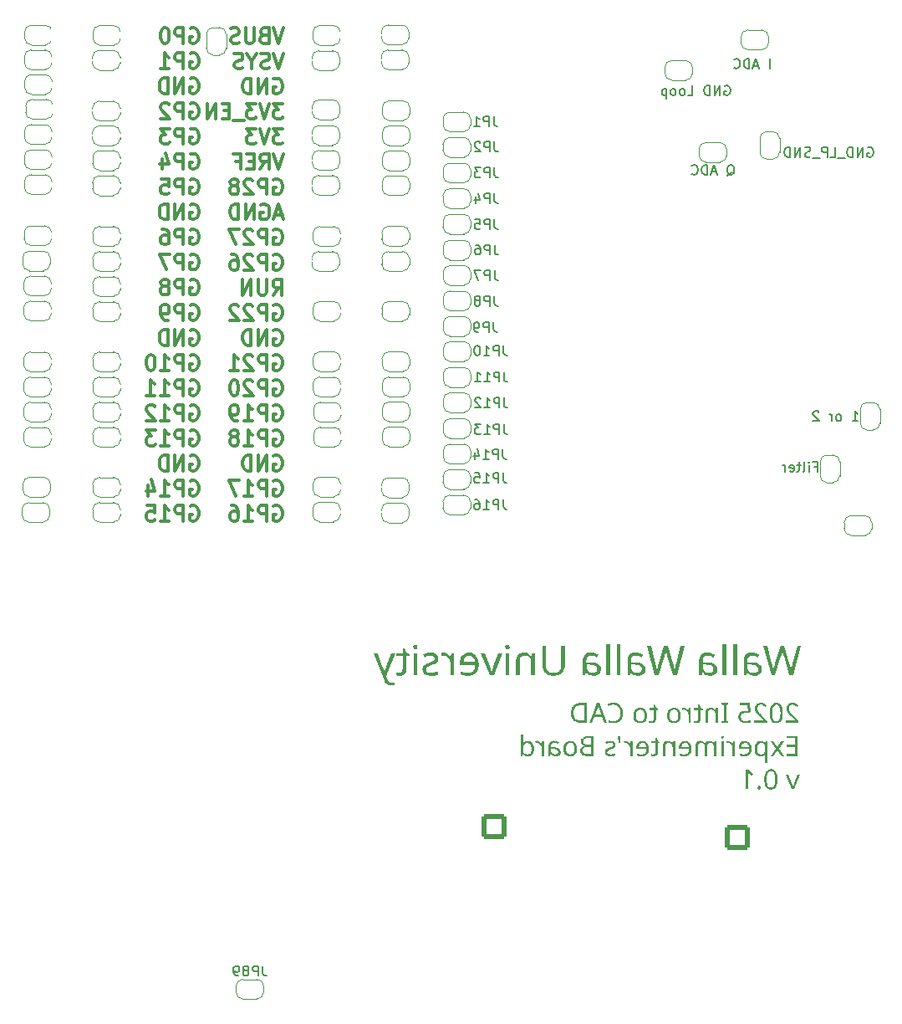
<source format=gbr>
%TF.GenerationSoftware,KiCad,Pcbnew,8.0.4+dfsg-1*%
%TF.CreationDate,2025-02-20T20:00:20-08:00*%
%TF.ProjectId,Audio_in_usd_sound_rp_pico,41756469-6f5f-4696-9e5f-7573645f736f,v0.3.0*%
%TF.SameCoordinates,Original*%
%TF.FileFunction,Legend,Bot*%
%TF.FilePolarity,Positive*%
%FSLAX46Y46*%
G04 Gerber Fmt 4.6, Leading zero omitted, Abs format (unit mm)*
G04 Created by KiCad (PCBNEW 8.0.4+dfsg-1) date 2025-02-20 20:00:20*
%MOMM*%
%LPD*%
G01*
G04 APERTURE LIST*
G04 Aperture macros list*
%AMRoundRect*
0 Rectangle with rounded corners*
0 $1 Rounding radius*
0 $2 $3 $4 $5 $6 $7 $8 $9 X,Y pos of 4 corners*
0 Add a 4 corners polygon primitive as box body*
4,1,4,$2,$3,$4,$5,$6,$7,$8,$9,$2,$3,0*
0 Add four circle primitives for the rounded corners*
1,1,$1+$1,$2,$3*
1,1,$1+$1,$4,$5*
1,1,$1+$1,$6,$7*
1,1,$1+$1,$8,$9*
0 Add four rect primitives between the rounded corners*
20,1,$1+$1,$2,$3,$4,$5,0*
20,1,$1+$1,$4,$5,$6,$7,0*
20,1,$1+$1,$6,$7,$8,$9,0*
20,1,$1+$1,$8,$9,$2,$3,0*%
%AMFreePoly0*
4,1,19,0.500000,-0.750000,0.000000,-0.750000,0.000000,-0.744911,-0.071157,-0.744911,-0.207708,-0.704816,-0.327430,-0.627875,-0.420627,-0.520320,-0.479746,-0.390866,-0.500000,-0.250000,-0.500000,0.250000,-0.479746,0.390866,-0.420627,0.520320,-0.327430,0.627875,-0.207708,0.704816,-0.071157,0.744911,0.000000,0.744911,0.000000,0.750000,0.500000,0.750000,0.500000,-0.750000,0.500000,-0.750000,
$1*%
%AMFreePoly1*
4,1,19,0.000000,0.744911,0.071157,0.744911,0.207708,0.704816,0.327430,0.627875,0.420627,0.520320,0.479746,0.390866,0.500000,0.250000,0.500000,-0.250000,0.479746,-0.390866,0.420627,-0.520320,0.327430,-0.627875,0.207708,-0.704816,0.071157,-0.744911,0.000000,-0.744911,0.000000,-0.750000,-0.500000,-0.750000,-0.500000,0.750000,0.000000,0.750000,0.000000,0.744911,0.000000,0.744911,
$1*%
G04 Aperture macros list end*
%ADD10C,0.150000*%
%ADD11C,0.300000*%
%ADD12C,0.200000*%
%ADD13C,0.120000*%
%ADD14C,1.700000*%
%ADD15C,3.556000*%
%ADD16C,3.810000*%
%ADD17C,1.000000*%
%ADD18R,1.050000X1.500000*%
%ADD19O,1.050000X1.500000*%
%ADD20C,2.000000*%
%ADD21R,1.700000X1.700000*%
%ADD22O,1.700000X1.700000*%
%ADD23R,1.800000X1.800000*%
%ADD24C,1.800000*%
%ADD25RoundRect,0.250000X-1.000000X1.000000X-1.000000X-1.000000X1.000000X-1.000000X1.000000X1.000000X0*%
%ADD26C,2.500000*%
%ADD27C,1.500000*%
%ADD28RoundRect,0.248400X-0.651600X-0.651600X0.651600X-0.651600X0.651600X0.651600X-0.651600X0.651600X0*%
%ADD29C,1.200000*%
%ADD30O,1.200000X1.600000*%
%ADD31R,2.000000X2.000000*%
%ADD32RoundRect,0.250000X1.000000X1.000000X-1.000000X1.000000X-1.000000X-1.000000X1.000000X-1.000000X0*%
%ADD33C,1.620000*%
%ADD34O,1.800000X1.800000*%
%ADD35FreePoly0,180.000000*%
%ADD36FreePoly1,180.000000*%
%ADD37FreePoly0,90.000000*%
%ADD38FreePoly1,90.000000*%
%ADD39FreePoly0,0.000000*%
%ADD40FreePoly1,0.000000*%
%ADD41FreePoly0,270.000000*%
%ADD42FreePoly1,270.000000*%
G04 APERTURE END LIST*
D10*
X171979411Y-54142438D02*
X172074649Y-54094819D01*
X172074649Y-54094819D02*
X172217506Y-54094819D01*
X172217506Y-54094819D02*
X172360363Y-54142438D01*
X172360363Y-54142438D02*
X172455601Y-54237676D01*
X172455601Y-54237676D02*
X172503220Y-54332914D01*
X172503220Y-54332914D02*
X172550839Y-54523390D01*
X172550839Y-54523390D02*
X172550839Y-54666247D01*
X172550839Y-54666247D02*
X172503220Y-54856723D01*
X172503220Y-54856723D02*
X172455601Y-54951961D01*
X172455601Y-54951961D02*
X172360363Y-55047200D01*
X172360363Y-55047200D02*
X172217506Y-55094819D01*
X172217506Y-55094819D02*
X172122268Y-55094819D01*
X172122268Y-55094819D02*
X171979411Y-55047200D01*
X171979411Y-55047200D02*
X171931792Y-54999580D01*
X171931792Y-54999580D02*
X171931792Y-54666247D01*
X171931792Y-54666247D02*
X172122268Y-54666247D01*
X171503220Y-55094819D02*
X171503220Y-54094819D01*
X171503220Y-54094819D02*
X170931792Y-55094819D01*
X170931792Y-55094819D02*
X170931792Y-54094819D01*
X170455601Y-55094819D02*
X170455601Y-54094819D01*
X170455601Y-54094819D02*
X170217506Y-54094819D01*
X170217506Y-54094819D02*
X170074649Y-54142438D01*
X170074649Y-54142438D02*
X169979411Y-54237676D01*
X169979411Y-54237676D02*
X169931792Y-54332914D01*
X169931792Y-54332914D02*
X169884173Y-54523390D01*
X169884173Y-54523390D02*
X169884173Y-54666247D01*
X169884173Y-54666247D02*
X169931792Y-54856723D01*
X169931792Y-54856723D02*
X169979411Y-54951961D01*
X169979411Y-54951961D02*
X170074649Y-55047200D01*
X170074649Y-55047200D02*
X170217506Y-55094819D01*
X170217506Y-55094819D02*
X170455601Y-55094819D01*
X168217506Y-55094819D02*
X168693696Y-55094819D01*
X168693696Y-55094819D02*
X168693696Y-54094819D01*
X167741315Y-55094819D02*
X167836553Y-55047200D01*
X167836553Y-55047200D02*
X167884172Y-54999580D01*
X167884172Y-54999580D02*
X167931791Y-54904342D01*
X167931791Y-54904342D02*
X167931791Y-54618628D01*
X167931791Y-54618628D02*
X167884172Y-54523390D01*
X167884172Y-54523390D02*
X167836553Y-54475771D01*
X167836553Y-54475771D02*
X167741315Y-54428152D01*
X167741315Y-54428152D02*
X167598458Y-54428152D01*
X167598458Y-54428152D02*
X167503220Y-54475771D01*
X167503220Y-54475771D02*
X167455601Y-54523390D01*
X167455601Y-54523390D02*
X167407982Y-54618628D01*
X167407982Y-54618628D02*
X167407982Y-54904342D01*
X167407982Y-54904342D02*
X167455601Y-54999580D01*
X167455601Y-54999580D02*
X167503220Y-55047200D01*
X167503220Y-55047200D02*
X167598458Y-55094819D01*
X167598458Y-55094819D02*
X167741315Y-55094819D01*
X166836553Y-55094819D02*
X166931791Y-55047200D01*
X166931791Y-55047200D02*
X166979410Y-54999580D01*
X166979410Y-54999580D02*
X167027029Y-54904342D01*
X167027029Y-54904342D02*
X167027029Y-54618628D01*
X167027029Y-54618628D02*
X166979410Y-54523390D01*
X166979410Y-54523390D02*
X166931791Y-54475771D01*
X166931791Y-54475771D02*
X166836553Y-54428152D01*
X166836553Y-54428152D02*
X166693696Y-54428152D01*
X166693696Y-54428152D02*
X166598458Y-54475771D01*
X166598458Y-54475771D02*
X166550839Y-54523390D01*
X166550839Y-54523390D02*
X166503220Y-54618628D01*
X166503220Y-54618628D02*
X166503220Y-54904342D01*
X166503220Y-54904342D02*
X166550839Y-54999580D01*
X166550839Y-54999580D02*
X166598458Y-55047200D01*
X166598458Y-55047200D02*
X166693696Y-55094819D01*
X166693696Y-55094819D02*
X166836553Y-55094819D01*
X166074648Y-54428152D02*
X166074648Y-55428152D01*
X166074648Y-54475771D02*
X165979410Y-54428152D01*
X165979410Y-54428152D02*
X165788934Y-54428152D01*
X165788934Y-54428152D02*
X165693696Y-54475771D01*
X165693696Y-54475771D02*
X165646077Y-54523390D01*
X165646077Y-54523390D02*
X165598458Y-54618628D01*
X165598458Y-54618628D02*
X165598458Y-54904342D01*
X165598458Y-54904342D02*
X165646077Y-54999580D01*
X165646077Y-54999580D02*
X165693696Y-55047200D01*
X165693696Y-55047200D02*
X165788934Y-55094819D01*
X165788934Y-55094819D02*
X165979410Y-55094819D01*
X165979410Y-55094819D02*
X166074648Y-55047200D01*
X172206554Y-63220057D02*
X172301792Y-63172438D01*
X172301792Y-63172438D02*
X172397030Y-63077200D01*
X172397030Y-63077200D02*
X172539887Y-62934342D01*
X172539887Y-62934342D02*
X172635125Y-62886723D01*
X172635125Y-62886723D02*
X172730363Y-62886723D01*
X172682744Y-63124819D02*
X172777982Y-63077200D01*
X172777982Y-63077200D02*
X172873220Y-62981961D01*
X172873220Y-62981961D02*
X172920839Y-62791485D01*
X172920839Y-62791485D02*
X172920839Y-62458152D01*
X172920839Y-62458152D02*
X172873220Y-62267676D01*
X172873220Y-62267676D02*
X172777982Y-62172438D01*
X172777982Y-62172438D02*
X172682744Y-62124819D01*
X172682744Y-62124819D02*
X172492268Y-62124819D01*
X172492268Y-62124819D02*
X172397030Y-62172438D01*
X172397030Y-62172438D02*
X172301792Y-62267676D01*
X172301792Y-62267676D02*
X172254173Y-62458152D01*
X172254173Y-62458152D02*
X172254173Y-62791485D01*
X172254173Y-62791485D02*
X172301792Y-62981961D01*
X172301792Y-62981961D02*
X172397030Y-63077200D01*
X172397030Y-63077200D02*
X172492268Y-63124819D01*
X172492268Y-63124819D02*
X172682744Y-63124819D01*
X171111315Y-62839104D02*
X170635125Y-62839104D01*
X171206553Y-63124819D02*
X170873220Y-62124819D01*
X170873220Y-62124819D02*
X170539887Y-63124819D01*
X170206553Y-63124819D02*
X170206553Y-62124819D01*
X170206553Y-62124819D02*
X169968458Y-62124819D01*
X169968458Y-62124819D02*
X169825601Y-62172438D01*
X169825601Y-62172438D02*
X169730363Y-62267676D01*
X169730363Y-62267676D02*
X169682744Y-62362914D01*
X169682744Y-62362914D02*
X169635125Y-62553390D01*
X169635125Y-62553390D02*
X169635125Y-62696247D01*
X169635125Y-62696247D02*
X169682744Y-62886723D01*
X169682744Y-62886723D02*
X169730363Y-62981961D01*
X169730363Y-62981961D02*
X169825601Y-63077200D01*
X169825601Y-63077200D02*
X169968458Y-63124819D01*
X169968458Y-63124819D02*
X170206553Y-63124819D01*
X168635125Y-63029580D02*
X168682744Y-63077200D01*
X168682744Y-63077200D02*
X168825601Y-63124819D01*
X168825601Y-63124819D02*
X168920839Y-63124819D01*
X168920839Y-63124819D02*
X169063696Y-63077200D01*
X169063696Y-63077200D02*
X169158934Y-62981961D01*
X169158934Y-62981961D02*
X169206553Y-62886723D01*
X169206553Y-62886723D02*
X169254172Y-62696247D01*
X169254172Y-62696247D02*
X169254172Y-62553390D01*
X169254172Y-62553390D02*
X169206553Y-62362914D01*
X169206553Y-62362914D02*
X169158934Y-62267676D01*
X169158934Y-62267676D02*
X169063696Y-62172438D01*
X169063696Y-62172438D02*
X168920839Y-62124819D01*
X168920839Y-62124819D02*
X168825601Y-62124819D01*
X168825601Y-62124819D02*
X168682744Y-62172438D01*
X168682744Y-62172438D02*
X168635125Y-62220057D01*
G36*
X175898778Y-110783743D02*
G01*
X176696720Y-113785000D01*
X177078471Y-113785000D01*
X177662456Y-111846933D01*
X177702481Y-111704234D01*
X177729867Y-111606598D01*
X177768741Y-111460553D01*
X177784822Y-111393374D01*
X177814131Y-111262948D01*
X177840234Y-111412424D01*
X177858094Y-111493025D01*
X177893387Y-111638325D01*
X177934968Y-111788463D01*
X177956280Y-111859389D01*
X178523412Y-113785000D01*
X178905896Y-113785000D01*
X179699441Y-110783743D01*
X179304501Y-110783743D01*
X178838485Y-112621427D01*
X178802730Y-112765202D01*
X178768880Y-112916772D01*
X178752756Y-112996584D01*
X178724145Y-113151018D01*
X178701144Y-113297598D01*
X178695603Y-113338035D01*
X178673584Y-113188670D01*
X178645854Y-113039676D01*
X178633321Y-112979731D01*
X178599696Y-112835338D01*
X178562567Y-112693417D01*
X178535868Y-112600177D01*
X178006838Y-110783743D01*
X177616294Y-110783743D01*
X177066015Y-112613367D01*
X177024421Y-112758241D01*
X176987567Y-112902703D01*
X176965631Y-112998782D01*
X176934729Y-113147385D01*
X176908089Y-113300517D01*
X176902616Y-113338035D01*
X176879153Y-113185761D01*
X176850863Y-113032890D01*
X176843998Y-112998782D01*
X176810985Y-112847407D01*
X176776861Y-112703168D01*
X176755338Y-112617030D01*
X176293719Y-110783743D01*
X175898778Y-110783743D01*
G37*
G36*
X174826522Y-111490826D02*
G01*
X174984997Y-111510061D01*
X175138939Y-111545781D01*
X175200566Y-111564690D01*
X175348239Y-111619377D01*
X175486985Y-111687198D01*
X175373412Y-111979556D01*
X175356021Y-111970552D01*
X175220481Y-111907032D01*
X175075924Y-111850596D01*
X175035727Y-111837201D01*
X174890890Y-111804383D01*
X174739602Y-111793443D01*
X174672461Y-111796306D01*
X174521002Y-111830538D01*
X174395219Y-111910680D01*
X174321099Y-112024024D01*
X174283208Y-112173543D01*
X174273586Y-112328335D01*
X174273586Y-112471950D01*
X174655338Y-112471950D01*
X174689451Y-112472127D01*
X174851646Y-112478338D01*
X175027862Y-112497504D01*
X175183984Y-112529446D01*
X175340733Y-112582861D01*
X175470132Y-112653667D01*
X175573200Y-112740175D01*
X175668518Y-112872936D01*
X175718115Y-113011284D01*
X175734647Y-113168775D01*
X175729728Y-113271271D01*
X175701392Y-113416809D01*
X175639407Y-113553389D01*
X175533147Y-113671427D01*
X175467620Y-113717655D01*
X175321217Y-113786606D01*
X175171957Y-113821865D01*
X175025366Y-113831894D01*
X174874419Y-113824765D01*
X174716532Y-113796689D01*
X174577669Y-113741769D01*
X174487799Y-113683306D01*
X174371758Y-113581194D01*
X174269190Y-113463332D01*
X174252337Y-113463332D01*
X174180530Y-113785000D01*
X173912351Y-113785000D01*
X173912351Y-112902062D01*
X174277250Y-112902062D01*
X174278912Y-112960238D01*
X174303834Y-113117381D01*
X174366603Y-113261393D01*
X174466294Y-113373206D01*
X174502590Y-113400443D01*
X174635855Y-113471884D01*
X174788010Y-113513558D01*
X174941102Y-113525614D01*
X174952305Y-113525527D01*
X175105233Y-113503449D01*
X175237124Y-113436953D01*
X175244247Y-113431313D01*
X175330736Y-113305217D01*
X175352896Y-113158517D01*
X175347203Y-113081159D01*
X175295808Y-112937059D01*
X175190963Y-112825125D01*
X175064567Y-112762528D01*
X174907740Y-112726014D01*
X174757554Y-112710596D01*
X174609176Y-112706423D01*
X174277250Y-112706423D01*
X174277250Y-112902062D01*
X173912351Y-112902062D01*
X173912351Y-112246270D01*
X173919281Y-112105191D01*
X173950078Y-111940647D01*
X174014175Y-111787723D01*
X174109455Y-111668879D01*
X174134932Y-111646875D01*
X174270333Y-111565422D01*
X174419203Y-111517153D01*
X174571478Y-111493551D01*
X174718353Y-111487163D01*
X174826522Y-111490826D01*
G37*
G36*
X172844766Y-113785000D02*
G01*
X173214794Y-113785000D01*
X173214794Y-110596165D01*
X172844766Y-110596165D01*
X172844766Y-113785000D01*
G37*
G36*
X171763258Y-113785000D02*
G01*
X172133286Y-113785000D01*
X172133286Y-110596165D01*
X171763258Y-110596165D01*
X171763258Y-113785000D01*
G37*
G36*
X170307052Y-111490826D02*
G01*
X170465527Y-111510061D01*
X170619469Y-111545781D01*
X170681096Y-111564690D01*
X170828769Y-111619377D01*
X170967515Y-111687198D01*
X170853942Y-111979556D01*
X170836551Y-111970552D01*
X170701011Y-111907032D01*
X170556454Y-111850596D01*
X170516257Y-111837201D01*
X170371420Y-111804383D01*
X170220132Y-111793443D01*
X170152992Y-111796306D01*
X170001533Y-111830538D01*
X169875750Y-111910680D01*
X169801630Y-112024024D01*
X169763738Y-112173543D01*
X169754117Y-112328335D01*
X169754117Y-112471950D01*
X170135868Y-112471950D01*
X170169982Y-112472127D01*
X170332177Y-112478338D01*
X170508392Y-112497504D01*
X170664515Y-112529446D01*
X170821263Y-112582861D01*
X170950662Y-112653667D01*
X171053730Y-112740175D01*
X171149049Y-112872936D01*
X171198645Y-113011284D01*
X171215177Y-113168775D01*
X171210258Y-113271271D01*
X171181922Y-113416809D01*
X171119937Y-113553389D01*
X171013677Y-113671427D01*
X170948150Y-113717655D01*
X170801748Y-113786606D01*
X170652488Y-113821865D01*
X170505896Y-113831894D01*
X170354949Y-113824765D01*
X170197063Y-113796689D01*
X170058199Y-113741769D01*
X169968329Y-113683306D01*
X169852289Y-113581194D01*
X169749720Y-113463332D01*
X169732868Y-113463332D01*
X169661060Y-113785000D01*
X169392882Y-113785000D01*
X169392882Y-112902062D01*
X169757780Y-112902062D01*
X169759442Y-112960238D01*
X169784365Y-113117381D01*
X169847133Y-113261393D01*
X169946824Y-113373206D01*
X169983120Y-113400443D01*
X170116385Y-113471884D01*
X170268541Y-113513558D01*
X170421632Y-113525614D01*
X170432835Y-113525527D01*
X170585764Y-113503449D01*
X170717655Y-113436953D01*
X170724777Y-113431313D01*
X170811267Y-113305217D01*
X170833426Y-113158517D01*
X170827733Y-113081159D01*
X170776338Y-112937059D01*
X170671493Y-112825125D01*
X170545097Y-112762528D01*
X170388270Y-112726014D01*
X170238084Y-112710596D01*
X170089706Y-112706423D01*
X169757780Y-112706423D01*
X169757780Y-112902062D01*
X169392882Y-112902062D01*
X169392882Y-112246270D01*
X169399811Y-112105191D01*
X169430608Y-111940647D01*
X169494706Y-111787723D01*
X169589986Y-111668879D01*
X169615462Y-111646875D01*
X169750863Y-111565422D01*
X169899733Y-111517153D01*
X170052008Y-111493551D01*
X170198883Y-111487163D01*
X170307052Y-111490826D01*
G37*
G36*
X164110642Y-110783743D02*
G01*
X164908583Y-113785000D01*
X165290334Y-113785000D01*
X165874319Y-111846933D01*
X165914344Y-111704234D01*
X165941730Y-111606598D01*
X165980604Y-111460553D01*
X165996685Y-111393374D01*
X166025994Y-111262948D01*
X166052097Y-111412424D01*
X166069958Y-111493025D01*
X166105250Y-111638325D01*
X166146831Y-111788463D01*
X166168143Y-111859389D01*
X166735275Y-113785000D01*
X167117759Y-113785000D01*
X167911304Y-110783743D01*
X167516364Y-110783743D01*
X167050348Y-112621427D01*
X167014594Y-112765202D01*
X166980743Y-112916772D01*
X166964619Y-112996584D01*
X166936008Y-113151018D01*
X166913008Y-113297598D01*
X166907466Y-113338035D01*
X166885447Y-113188670D01*
X166857717Y-113039676D01*
X166845184Y-112979731D01*
X166811559Y-112835338D01*
X166774430Y-112693417D01*
X166747732Y-112600177D01*
X166218702Y-110783743D01*
X165828157Y-110783743D01*
X165277878Y-112613367D01*
X165236284Y-112758241D01*
X165199430Y-112902703D01*
X165177494Y-112998782D01*
X165146592Y-113147385D01*
X165119952Y-113300517D01*
X165114480Y-113338035D01*
X165091017Y-113185761D01*
X165062726Y-113032890D01*
X165055861Y-112998782D01*
X165022848Y-112847407D01*
X164988724Y-112703168D01*
X164967201Y-112617030D01*
X164505582Y-110783743D01*
X164110642Y-110783743D01*
G37*
G36*
X163038385Y-111490826D02*
G01*
X163196860Y-111510061D01*
X163350802Y-111545781D01*
X163412429Y-111564690D01*
X163560102Y-111619377D01*
X163698848Y-111687198D01*
X163585275Y-111979556D01*
X163567884Y-111970552D01*
X163432344Y-111907032D01*
X163287787Y-111850596D01*
X163247590Y-111837201D01*
X163102753Y-111804383D01*
X162951465Y-111793443D01*
X162884324Y-111796306D01*
X162732866Y-111830538D01*
X162607083Y-111910680D01*
X162532962Y-112024024D01*
X162495071Y-112173543D01*
X162485450Y-112328335D01*
X162485450Y-112471950D01*
X162867201Y-112471950D01*
X162901315Y-112472127D01*
X163063509Y-112478338D01*
X163239725Y-112497504D01*
X163395848Y-112529446D01*
X163552596Y-112582861D01*
X163681995Y-112653667D01*
X163785063Y-112740175D01*
X163880382Y-112872936D01*
X163929978Y-113011284D01*
X163946510Y-113168775D01*
X163941591Y-113271271D01*
X163913255Y-113416809D01*
X163851270Y-113553389D01*
X163745010Y-113671427D01*
X163679483Y-113717655D01*
X163533080Y-113786606D01*
X163383821Y-113821865D01*
X163237229Y-113831894D01*
X163086282Y-113824765D01*
X162928395Y-113796689D01*
X162789532Y-113741769D01*
X162699662Y-113683306D01*
X162583622Y-113581194D01*
X162481053Y-113463332D01*
X162464200Y-113463332D01*
X162392393Y-113785000D01*
X162124214Y-113785000D01*
X162124214Y-112902062D01*
X162489113Y-112902062D01*
X162490775Y-112960238D01*
X162515698Y-113117381D01*
X162578466Y-113261393D01*
X162678157Y-113373206D01*
X162714453Y-113400443D01*
X162847718Y-113471884D01*
X162999874Y-113513558D01*
X163152965Y-113525614D01*
X163164168Y-113525527D01*
X163317096Y-113503449D01*
X163448988Y-113436953D01*
X163456110Y-113431313D01*
X163542599Y-113305217D01*
X163564759Y-113158517D01*
X163559066Y-113081159D01*
X163507671Y-112937059D01*
X163402826Y-112825125D01*
X163276430Y-112762528D01*
X163119603Y-112726014D01*
X162969417Y-112710596D01*
X162821039Y-112706423D01*
X162489113Y-112706423D01*
X162489113Y-112902062D01*
X162124214Y-112902062D01*
X162124214Y-112246270D01*
X162131144Y-112105191D01*
X162161941Y-111940647D01*
X162226039Y-111787723D01*
X162321318Y-111668879D01*
X162346795Y-111646875D01*
X162482196Y-111565422D01*
X162631066Y-111517153D01*
X162783341Y-111493551D01*
X162930216Y-111487163D01*
X163038385Y-111490826D01*
G37*
G36*
X161056629Y-113785000D02*
G01*
X161426657Y-113785000D01*
X161426657Y-110596165D01*
X161056629Y-110596165D01*
X161056629Y-113785000D01*
G37*
G36*
X159975122Y-113785000D02*
G01*
X160345150Y-113785000D01*
X160345150Y-110596165D01*
X159975122Y-110596165D01*
X159975122Y-113785000D01*
G37*
G36*
X158518915Y-111490826D02*
G01*
X158677391Y-111510061D01*
X158831332Y-111545781D01*
X158892960Y-111564690D01*
X159040632Y-111619377D01*
X159179378Y-111687198D01*
X159065806Y-111979556D01*
X159048415Y-111970552D01*
X158912874Y-111907032D01*
X158768318Y-111850596D01*
X158728121Y-111837201D01*
X158583284Y-111804383D01*
X158431995Y-111793443D01*
X158364855Y-111796306D01*
X158213396Y-111830538D01*
X158087613Y-111910680D01*
X158013493Y-112024024D01*
X157975601Y-112173543D01*
X157965980Y-112328335D01*
X157965980Y-112471950D01*
X158347732Y-112471950D01*
X158381845Y-112472127D01*
X158544040Y-112478338D01*
X158720255Y-112497504D01*
X158876378Y-112529446D01*
X159033126Y-112582861D01*
X159162526Y-112653667D01*
X159265594Y-112740175D01*
X159360912Y-112872936D01*
X159410508Y-113011284D01*
X159427041Y-113168775D01*
X159422121Y-113271271D01*
X159393785Y-113416809D01*
X159331800Y-113553389D01*
X159225540Y-113671427D01*
X159160013Y-113717655D01*
X159013611Y-113786606D01*
X158864351Y-113821865D01*
X158717759Y-113831894D01*
X158566812Y-113824765D01*
X158408926Y-113796689D01*
X158270062Y-113741769D01*
X158180192Y-113683306D01*
X158064152Y-113581194D01*
X157961584Y-113463332D01*
X157944731Y-113463332D01*
X157872923Y-113785000D01*
X157604745Y-113785000D01*
X157604745Y-112902062D01*
X157969644Y-112902062D01*
X157971305Y-112960238D01*
X157996228Y-113117381D01*
X158058996Y-113261393D01*
X158158688Y-113373206D01*
X158194983Y-113400443D01*
X158328248Y-113471884D01*
X158480404Y-113513558D01*
X158633496Y-113525614D01*
X158644698Y-113525527D01*
X158797627Y-113503449D01*
X158929518Y-113436953D01*
X158936641Y-113431313D01*
X159023130Y-113305217D01*
X159045289Y-113158517D01*
X159039596Y-113081159D01*
X158988201Y-112937059D01*
X158883356Y-112825125D01*
X158756960Y-112762528D01*
X158600134Y-112726014D01*
X158449947Y-112710596D01*
X158301570Y-112706423D01*
X157969644Y-112706423D01*
X157969644Y-112902062D01*
X157604745Y-112902062D01*
X157604745Y-112246270D01*
X157611674Y-112105191D01*
X157642472Y-111940647D01*
X157706569Y-111787723D01*
X157801849Y-111668879D01*
X157827325Y-111646875D01*
X157962726Y-111565422D01*
X158111596Y-111517153D01*
X158263871Y-111493551D01*
X158410746Y-111487163D01*
X158518915Y-111490826D01*
G37*
G36*
X153486078Y-112729138D02*
G01*
X153493954Y-112881041D01*
X153521646Y-113042846D01*
X153569277Y-113195030D01*
X153612107Y-113291140D01*
X153693135Y-113423753D01*
X153795260Y-113539673D01*
X153918483Y-113638900D01*
X153996057Y-113686814D01*
X154133855Y-113750286D01*
X154289331Y-113795624D01*
X154439873Y-113820418D01*
X154603950Y-113831327D01*
X154653314Y-113831894D01*
X154821302Y-113824452D01*
X154976302Y-113802127D01*
X155118314Y-113764918D01*
X155271586Y-113700621D01*
X155406156Y-113614892D01*
X155504012Y-113527079D01*
X155603119Y-113405621D01*
X155681722Y-113270407D01*
X155739819Y-113121437D01*
X155777411Y-112958711D01*
X155793075Y-112812598D01*
X155795638Y-112720345D01*
X155795638Y-110783743D01*
X155417550Y-110783743D01*
X155417550Y-112748921D01*
X155408224Y-112902564D01*
X155374724Y-113058750D01*
X155316861Y-113194236D01*
X155222644Y-113321915D01*
X155096833Y-113420383D01*
X154958530Y-113480856D01*
X154795315Y-113515866D01*
X154632065Y-113525614D01*
X154464593Y-113515165D01*
X154318649Y-113483819D01*
X154178217Y-113422408D01*
X154053841Y-113320694D01*
X154042219Y-113307260D01*
X153954023Y-113174172D01*
X153894691Y-113021376D01*
X153866183Y-112869014D01*
X153859769Y-112744525D01*
X153859769Y-110783743D01*
X153486078Y-110783743D01*
X153486078Y-112729138D01*
G37*
G36*
X151664515Y-111487163D02*
G01*
X151497633Y-111496524D01*
X151349616Y-111524609D01*
X151203551Y-111579633D01*
X151068678Y-111670765D01*
X151055617Y-111682801D01*
X150956087Y-111811975D01*
X150894961Y-111958910D01*
X150862589Y-112112272D01*
X150850525Y-112262143D01*
X150849720Y-112315879D01*
X150849720Y-113785000D01*
X151215352Y-113785000D01*
X151215352Y-112337861D01*
X151227642Y-112181022D01*
X151274834Y-112027904D01*
X151374626Y-111897648D01*
X151522593Y-111819495D01*
X151687766Y-111793975D01*
X151718736Y-111793443D01*
X151871467Y-111803541D01*
X152018883Y-111839811D01*
X152150130Y-111912145D01*
X152236043Y-112004469D01*
X152304758Y-112137835D01*
X152346958Y-112281003D01*
X152371390Y-112447344D01*
X152378192Y-112611901D01*
X152378192Y-113785000D01*
X152748220Y-113785000D01*
X152748220Y-111534057D01*
X152450000Y-111534057D01*
X152395045Y-111836674D01*
X152374528Y-111836674D01*
X152280796Y-111716908D01*
X152163365Y-111622489D01*
X152071912Y-111573625D01*
X151923946Y-111520937D01*
X151770211Y-111492567D01*
X151664515Y-111487163D01*
G37*
G36*
X149965317Y-110689954D02*
G01*
X149824710Y-110739542D01*
X149816573Y-110746374D01*
X149753653Y-110881108D01*
X149751360Y-110924427D01*
X149788043Y-111067309D01*
X149816573Y-111100282D01*
X149954861Y-111158671D01*
X149965317Y-111158900D01*
X150108583Y-111110758D01*
X150120655Y-111100282D01*
X150181455Y-110966330D01*
X150183670Y-110924427D01*
X150148224Y-110778660D01*
X150120655Y-110746374D01*
X149982370Y-110690450D01*
X149965317Y-110689954D01*
G37*
G36*
X149784333Y-111534057D02*
G01*
X149784333Y-113785000D01*
X150154361Y-113785000D01*
X150154361Y-111534057D01*
X149784333Y-111534057D01*
G37*
G36*
X148576796Y-113785000D02*
G01*
X149429692Y-111534057D01*
X149034752Y-111534057D01*
X148556280Y-112864692D01*
X148505936Y-113008764D01*
X148485205Y-113071322D01*
X148438983Y-113215969D01*
X148417794Y-113288210D01*
X148380585Y-113434589D01*
X148375296Y-113462599D01*
X148358443Y-113462599D01*
X148319572Y-113317950D01*
X148310083Y-113286011D01*
X148265259Y-113144055D01*
X148239009Y-113066926D01*
X148189106Y-112922538D01*
X148169399Y-112864692D01*
X147690928Y-111534057D01*
X147295987Y-111534057D01*
X148152547Y-113785000D01*
X148576796Y-113785000D01*
G37*
G36*
X146160804Y-111490669D02*
G01*
X146316317Y-111514652D01*
X146460238Y-111561354D01*
X146592568Y-111630778D01*
X146660395Y-111678434D01*
X146770042Y-111779361D01*
X146863693Y-111899763D01*
X146941346Y-112039640D01*
X146956341Y-112073297D01*
X147006648Y-112216110D01*
X147041475Y-112372021D01*
X147059252Y-112519187D01*
X147065177Y-112676381D01*
X147065044Y-112699715D01*
X147056659Y-112856724D01*
X147031106Y-113022595D01*
X146988516Y-113173995D01*
X146928890Y-113310924D01*
X146883424Y-113388852D01*
X146788240Y-113513343D01*
X146675901Y-113617549D01*
X146546406Y-113701468D01*
X146435474Y-113752289D01*
X146282440Y-113799288D01*
X146136581Y-113823743D01*
X145981472Y-113831894D01*
X145883508Y-113830246D01*
X145729601Y-113819753D01*
X145582868Y-113797456D01*
X145530113Y-113785764D01*
X145381450Y-113743128D01*
X145242149Y-113690478D01*
X145242149Y-113369542D01*
X145297082Y-113392480D01*
X145437564Y-113443912D01*
X145585066Y-113486046D01*
X145659828Y-113501464D01*
X145810952Y-113520049D01*
X145964619Y-113525614D01*
X146085485Y-113518478D01*
X146230291Y-113486765D01*
X146370863Y-113420761D01*
X146487787Y-113322648D01*
X146578746Y-113193816D01*
X146635853Y-113054677D01*
X146670612Y-112892367D01*
X146682693Y-112731336D01*
X145141032Y-112731336D01*
X145141032Y-112507854D01*
X145142773Y-112432131D01*
X145143502Y-112425055D01*
X145527913Y-112425055D01*
X146674633Y-112425055D01*
X146670486Y-112388379D01*
X146639851Y-112235944D01*
X146582835Y-112090772D01*
X146492184Y-111960505D01*
X146373322Y-111865391D01*
X146228313Y-111809758D01*
X146073796Y-111793443D01*
X145912753Y-111810617D01*
X145769821Y-111869178D01*
X145662735Y-111969298D01*
X145646924Y-111991601D01*
X145577564Y-112128999D01*
X145540355Y-112275544D01*
X145527913Y-112425055D01*
X145143502Y-112425055D01*
X145159413Y-112270628D01*
X145193674Y-112121414D01*
X145252407Y-111970031D01*
X145266707Y-111941678D01*
X145349539Y-111812105D01*
X145451263Y-111702854D01*
X145571877Y-111613925D01*
X145625171Y-111584215D01*
X145769527Y-111527271D01*
X145913030Y-111497190D01*
X146069399Y-111487163D01*
X146160804Y-111490669D01*
G37*
G36*
X143520969Y-111487163D02*
G01*
X143384682Y-111494490D01*
X143256454Y-111515739D01*
X143302616Y-111853527D01*
X143422051Y-111826416D01*
X143545882Y-111815425D01*
X143692623Y-111833658D01*
X143831509Y-111888355D01*
X143869748Y-111910680D01*
X143990182Y-112008614D01*
X144081167Y-112125673D01*
X144110816Y-112177393D01*
X144165736Y-112313475D01*
X144195309Y-112465630D01*
X144200942Y-112575997D01*
X144200942Y-113785000D01*
X144570969Y-113785000D01*
X144570969Y-111534057D01*
X144268353Y-111534057D01*
X144226587Y-111942187D01*
X144209734Y-111942187D01*
X144127229Y-111820712D01*
X144029832Y-111711186D01*
X143928367Y-111621985D01*
X143802539Y-111545226D01*
X143661819Y-111500329D01*
X143520969Y-111487163D01*
G37*
G36*
X141372609Y-113166577D02*
G01*
X141387859Y-113320724D01*
X141441472Y-113470274D01*
X141533687Y-113594553D01*
X141616608Y-113663367D01*
X141748774Y-113737097D01*
X141902006Y-113789762D01*
X142053364Y-113818563D01*
X142220851Y-113831236D01*
X142271667Y-113831894D01*
X142425666Y-113827392D01*
X142576087Y-113812211D01*
X142676866Y-113793792D01*
X142827541Y-113751471D01*
X142969095Y-113691776D01*
X142977285Y-113687547D01*
X142977285Y-113347561D01*
X142839018Y-113407292D01*
X142698871Y-113455672D01*
X142651953Y-113469926D01*
X142507594Y-113503861D01*
X142361381Y-113522133D01*
X142262875Y-113525614D01*
X142102261Y-113516812D01*
X141949762Y-113483015D01*
X141856210Y-113435488D01*
X141757873Y-113321994D01*
X141730181Y-113193688D01*
X141770753Y-113051149D01*
X141776343Y-113042745D01*
X141886802Y-112941629D01*
X141941939Y-112907923D01*
X142076611Y-112841023D01*
X142217037Y-112782170D01*
X142284124Y-112756249D01*
X142426795Y-112698734D01*
X142565453Y-112635794D01*
X142657815Y-112588454D01*
X142787828Y-112502211D01*
X142892082Y-112394249D01*
X142897418Y-112386953D01*
X142960615Y-112252315D01*
X142981352Y-112107157D01*
X142981681Y-112084337D01*
X142963250Y-111933557D01*
X142899537Y-111790360D01*
X142790315Y-111672780D01*
X142748674Y-111642501D01*
X142605834Y-111567411D01*
X142459793Y-111521295D01*
X142295799Y-111494596D01*
X142137578Y-111487163D01*
X141986968Y-111492933D01*
X141832412Y-111512207D01*
X141752896Y-111528196D01*
X141611502Y-111566856D01*
X141467887Y-111620391D01*
X141418771Y-111642501D01*
X141544801Y-111956109D01*
X141681490Y-111897784D01*
X141823652Y-111847831D01*
X141843021Y-111841803D01*
X141990583Y-111807092D01*
X142142009Y-111793632D01*
X142162491Y-111793443D01*
X142317360Y-111803850D01*
X142460273Y-111842299D01*
X142509071Y-111867449D01*
X142611711Y-111979934D01*
X142628506Y-112067484D01*
X142586992Y-112208294D01*
X142574284Y-112225020D01*
X142457434Y-112316871D01*
X142391102Y-112351782D01*
X142252052Y-112413950D01*
X142113686Y-112471103D01*
X142048918Y-112496863D01*
X141909269Y-112552291D01*
X141773909Y-112613943D01*
X141684019Y-112660994D01*
X141557602Y-112747880D01*
X141457539Y-112857950D01*
X141452477Y-112865425D01*
X141392576Y-113000797D01*
X141372687Y-113155325D01*
X141372609Y-113166577D01*
G37*
G36*
X140639148Y-110689954D02*
G01*
X140498542Y-110739542D01*
X140490404Y-110746374D01*
X140427484Y-110881108D01*
X140425191Y-110924427D01*
X140461874Y-111067309D01*
X140490404Y-111100282D01*
X140628692Y-111158671D01*
X140639148Y-111158900D01*
X140782414Y-111110758D01*
X140794487Y-111100282D01*
X140855286Y-110966330D01*
X140857501Y-110924427D01*
X140822056Y-110778660D01*
X140794487Y-110746374D01*
X140656201Y-110690450D01*
X140639148Y-110689954D01*
G37*
G36*
X140458164Y-111534057D02*
G01*
X140458164Y-113785000D01*
X140828192Y-113785000D01*
X140828192Y-111534057D01*
X140458164Y-111534057D01*
G37*
G36*
X138994905Y-113525614D02*
G01*
X138844639Y-113514955D01*
X138822714Y-113511692D01*
X138679832Y-113480184D01*
X138679832Y-113765216D01*
X138821123Y-113808092D01*
X138847627Y-113812843D01*
X138993935Y-113830034D01*
X139057920Y-113831894D01*
X139206744Y-113820394D01*
X139354993Y-113782548D01*
X139383251Y-113771810D01*
X139510463Y-113695314D01*
X139613202Y-113579856D01*
X139625052Y-113561517D01*
X139684828Y-113419519D01*
X139711605Y-113268197D01*
X139717376Y-113140198D01*
X139717376Y-111840338D01*
X140036113Y-111840338D01*
X140036113Y-111653492D01*
X139712979Y-111504016D01*
X139565701Y-111018217D01*
X139347348Y-111018217D01*
X139347348Y-111534057D01*
X138696685Y-111534057D01*
X138696685Y-111840338D01*
X139347348Y-111840338D01*
X139347348Y-113127009D01*
X139331143Y-113274980D01*
X139266709Y-113408954D01*
X139249162Y-113428161D01*
X139120027Y-113506961D01*
X138994905Y-113525614D01*
G37*
G36*
X138583845Y-111534057D02*
G01*
X138188904Y-111534057D01*
X137702372Y-112828056D01*
X137649619Y-112973995D01*
X137601633Y-113114324D01*
X137588799Y-113153387D01*
X137547036Y-113295110D01*
X137514910Y-113439183D01*
X137513328Y-113447944D01*
X137496475Y-113447944D01*
X137455947Y-113298788D01*
X137416608Y-113170240D01*
X137371353Y-113030093D01*
X137324888Y-112889462D01*
X137303035Y-112824392D01*
X136845080Y-111534057D01*
X136446475Y-111534057D01*
X137416608Y-114114727D01*
X137479577Y-114267043D01*
X137551247Y-114403056D01*
X137642276Y-114536583D01*
X137720690Y-114626172D01*
X137836977Y-114718264D01*
X137975637Y-114780217D01*
X138136669Y-114812030D01*
X138235799Y-114816681D01*
X138382476Y-114809909D01*
X138411653Y-114806423D01*
X138542079Y-114783709D01*
X138542079Y-114486221D01*
X138430704Y-114502341D01*
X138294417Y-114510401D01*
X138139322Y-114489504D01*
X138004586Y-114420735D01*
X137981542Y-114401224D01*
X137880638Y-114283093D01*
X137807668Y-114144367D01*
X137794696Y-114111064D01*
X137676727Y-113812843D01*
X138583845Y-111534057D01*
G37*
D11*
X117849774Y-48340748D02*
X117992632Y-48265510D01*
X117992632Y-48265510D02*
X118206917Y-48265510D01*
X118206917Y-48265510D02*
X118421203Y-48340748D01*
X118421203Y-48340748D02*
X118564060Y-48491224D01*
X118564060Y-48491224D02*
X118635489Y-48641700D01*
X118635489Y-48641700D02*
X118706917Y-48942652D01*
X118706917Y-48942652D02*
X118706917Y-49168367D01*
X118706917Y-49168367D02*
X118635489Y-49469319D01*
X118635489Y-49469319D02*
X118564060Y-49619795D01*
X118564060Y-49619795D02*
X118421203Y-49770272D01*
X118421203Y-49770272D02*
X118206917Y-49845510D01*
X118206917Y-49845510D02*
X118064060Y-49845510D01*
X118064060Y-49845510D02*
X117849774Y-49770272D01*
X117849774Y-49770272D02*
X117778346Y-49695033D01*
X117778346Y-49695033D02*
X117778346Y-49168367D01*
X117778346Y-49168367D02*
X118064060Y-49168367D01*
X117135489Y-49845510D02*
X117135489Y-48265510D01*
X117135489Y-48265510D02*
X116564060Y-48265510D01*
X116564060Y-48265510D02*
X116421203Y-48340748D01*
X116421203Y-48340748D02*
X116349774Y-48415986D01*
X116349774Y-48415986D02*
X116278346Y-48566462D01*
X116278346Y-48566462D02*
X116278346Y-48792176D01*
X116278346Y-48792176D02*
X116349774Y-48942652D01*
X116349774Y-48942652D02*
X116421203Y-49017891D01*
X116421203Y-49017891D02*
X116564060Y-49093129D01*
X116564060Y-49093129D02*
X117135489Y-49093129D01*
X115349774Y-48265510D02*
X115206917Y-48265510D01*
X115206917Y-48265510D02*
X115064060Y-48340748D01*
X115064060Y-48340748D02*
X114992632Y-48415986D01*
X114992632Y-48415986D02*
X114921203Y-48566462D01*
X114921203Y-48566462D02*
X114849774Y-48867414D01*
X114849774Y-48867414D02*
X114849774Y-49243605D01*
X114849774Y-49243605D02*
X114921203Y-49544557D01*
X114921203Y-49544557D02*
X114992632Y-49695033D01*
X114992632Y-49695033D02*
X115064060Y-49770272D01*
X115064060Y-49770272D02*
X115206917Y-49845510D01*
X115206917Y-49845510D02*
X115349774Y-49845510D01*
X115349774Y-49845510D02*
X115492632Y-49770272D01*
X115492632Y-49770272D02*
X115564060Y-49695033D01*
X115564060Y-49695033D02*
X115635489Y-49544557D01*
X115635489Y-49544557D02*
X115706917Y-49243605D01*
X115706917Y-49243605D02*
X115706917Y-48867414D01*
X115706917Y-48867414D02*
X115635489Y-48566462D01*
X115635489Y-48566462D02*
X115564060Y-48415986D01*
X115564060Y-48415986D02*
X115492632Y-48340748D01*
X115492632Y-48340748D02*
X115349774Y-48265510D01*
X117849774Y-50884460D02*
X117992632Y-50809222D01*
X117992632Y-50809222D02*
X118206917Y-50809222D01*
X118206917Y-50809222D02*
X118421203Y-50884460D01*
X118421203Y-50884460D02*
X118564060Y-51034936D01*
X118564060Y-51034936D02*
X118635489Y-51185412D01*
X118635489Y-51185412D02*
X118706917Y-51486364D01*
X118706917Y-51486364D02*
X118706917Y-51712079D01*
X118706917Y-51712079D02*
X118635489Y-52013031D01*
X118635489Y-52013031D02*
X118564060Y-52163507D01*
X118564060Y-52163507D02*
X118421203Y-52313984D01*
X118421203Y-52313984D02*
X118206917Y-52389222D01*
X118206917Y-52389222D02*
X118064060Y-52389222D01*
X118064060Y-52389222D02*
X117849774Y-52313984D01*
X117849774Y-52313984D02*
X117778346Y-52238745D01*
X117778346Y-52238745D02*
X117778346Y-51712079D01*
X117778346Y-51712079D02*
X118064060Y-51712079D01*
X117135489Y-52389222D02*
X117135489Y-50809222D01*
X117135489Y-50809222D02*
X116564060Y-50809222D01*
X116564060Y-50809222D02*
X116421203Y-50884460D01*
X116421203Y-50884460D02*
X116349774Y-50959698D01*
X116349774Y-50959698D02*
X116278346Y-51110174D01*
X116278346Y-51110174D02*
X116278346Y-51335888D01*
X116278346Y-51335888D02*
X116349774Y-51486364D01*
X116349774Y-51486364D02*
X116421203Y-51561603D01*
X116421203Y-51561603D02*
X116564060Y-51636841D01*
X116564060Y-51636841D02*
X117135489Y-51636841D01*
X114849774Y-52389222D02*
X115706917Y-52389222D01*
X115278346Y-52389222D02*
X115278346Y-50809222D01*
X115278346Y-50809222D02*
X115421203Y-51034936D01*
X115421203Y-51034936D02*
X115564060Y-51185412D01*
X115564060Y-51185412D02*
X115706917Y-51260650D01*
X117849774Y-53428172D02*
X117992632Y-53352934D01*
X117992632Y-53352934D02*
X118206917Y-53352934D01*
X118206917Y-53352934D02*
X118421203Y-53428172D01*
X118421203Y-53428172D02*
X118564060Y-53578648D01*
X118564060Y-53578648D02*
X118635489Y-53729124D01*
X118635489Y-53729124D02*
X118706917Y-54030076D01*
X118706917Y-54030076D02*
X118706917Y-54255791D01*
X118706917Y-54255791D02*
X118635489Y-54556743D01*
X118635489Y-54556743D02*
X118564060Y-54707219D01*
X118564060Y-54707219D02*
X118421203Y-54857696D01*
X118421203Y-54857696D02*
X118206917Y-54932934D01*
X118206917Y-54932934D02*
X118064060Y-54932934D01*
X118064060Y-54932934D02*
X117849774Y-54857696D01*
X117849774Y-54857696D02*
X117778346Y-54782457D01*
X117778346Y-54782457D02*
X117778346Y-54255791D01*
X117778346Y-54255791D02*
X118064060Y-54255791D01*
X117135489Y-54932934D02*
X117135489Y-53352934D01*
X117135489Y-53352934D02*
X116278346Y-54932934D01*
X116278346Y-54932934D02*
X116278346Y-53352934D01*
X115564060Y-54932934D02*
X115564060Y-53352934D01*
X115564060Y-53352934D02*
X115206917Y-53352934D01*
X115206917Y-53352934D02*
X114992631Y-53428172D01*
X114992631Y-53428172D02*
X114849774Y-53578648D01*
X114849774Y-53578648D02*
X114778345Y-53729124D01*
X114778345Y-53729124D02*
X114706917Y-54030076D01*
X114706917Y-54030076D02*
X114706917Y-54255791D01*
X114706917Y-54255791D02*
X114778345Y-54556743D01*
X114778345Y-54556743D02*
X114849774Y-54707219D01*
X114849774Y-54707219D02*
X114992631Y-54857696D01*
X114992631Y-54857696D02*
X115206917Y-54932934D01*
X115206917Y-54932934D02*
X115564060Y-54932934D01*
X117849774Y-55971884D02*
X117992632Y-55896646D01*
X117992632Y-55896646D02*
X118206917Y-55896646D01*
X118206917Y-55896646D02*
X118421203Y-55971884D01*
X118421203Y-55971884D02*
X118564060Y-56122360D01*
X118564060Y-56122360D02*
X118635489Y-56272836D01*
X118635489Y-56272836D02*
X118706917Y-56573788D01*
X118706917Y-56573788D02*
X118706917Y-56799503D01*
X118706917Y-56799503D02*
X118635489Y-57100455D01*
X118635489Y-57100455D02*
X118564060Y-57250931D01*
X118564060Y-57250931D02*
X118421203Y-57401408D01*
X118421203Y-57401408D02*
X118206917Y-57476646D01*
X118206917Y-57476646D02*
X118064060Y-57476646D01*
X118064060Y-57476646D02*
X117849774Y-57401408D01*
X117849774Y-57401408D02*
X117778346Y-57326169D01*
X117778346Y-57326169D02*
X117778346Y-56799503D01*
X117778346Y-56799503D02*
X118064060Y-56799503D01*
X117135489Y-57476646D02*
X117135489Y-55896646D01*
X117135489Y-55896646D02*
X116564060Y-55896646D01*
X116564060Y-55896646D02*
X116421203Y-55971884D01*
X116421203Y-55971884D02*
X116349774Y-56047122D01*
X116349774Y-56047122D02*
X116278346Y-56197598D01*
X116278346Y-56197598D02*
X116278346Y-56423312D01*
X116278346Y-56423312D02*
X116349774Y-56573788D01*
X116349774Y-56573788D02*
X116421203Y-56649027D01*
X116421203Y-56649027D02*
X116564060Y-56724265D01*
X116564060Y-56724265D02*
X117135489Y-56724265D01*
X115706917Y-56047122D02*
X115635489Y-55971884D01*
X115635489Y-55971884D02*
X115492632Y-55896646D01*
X115492632Y-55896646D02*
X115135489Y-55896646D01*
X115135489Y-55896646D02*
X114992632Y-55971884D01*
X114992632Y-55971884D02*
X114921203Y-56047122D01*
X114921203Y-56047122D02*
X114849774Y-56197598D01*
X114849774Y-56197598D02*
X114849774Y-56348074D01*
X114849774Y-56348074D02*
X114921203Y-56573788D01*
X114921203Y-56573788D02*
X115778346Y-57476646D01*
X115778346Y-57476646D02*
X114849774Y-57476646D01*
X117849774Y-58515596D02*
X117992632Y-58440358D01*
X117992632Y-58440358D02*
X118206917Y-58440358D01*
X118206917Y-58440358D02*
X118421203Y-58515596D01*
X118421203Y-58515596D02*
X118564060Y-58666072D01*
X118564060Y-58666072D02*
X118635489Y-58816548D01*
X118635489Y-58816548D02*
X118706917Y-59117500D01*
X118706917Y-59117500D02*
X118706917Y-59343215D01*
X118706917Y-59343215D02*
X118635489Y-59644167D01*
X118635489Y-59644167D02*
X118564060Y-59794643D01*
X118564060Y-59794643D02*
X118421203Y-59945120D01*
X118421203Y-59945120D02*
X118206917Y-60020358D01*
X118206917Y-60020358D02*
X118064060Y-60020358D01*
X118064060Y-60020358D02*
X117849774Y-59945120D01*
X117849774Y-59945120D02*
X117778346Y-59869881D01*
X117778346Y-59869881D02*
X117778346Y-59343215D01*
X117778346Y-59343215D02*
X118064060Y-59343215D01*
X117135489Y-60020358D02*
X117135489Y-58440358D01*
X117135489Y-58440358D02*
X116564060Y-58440358D01*
X116564060Y-58440358D02*
X116421203Y-58515596D01*
X116421203Y-58515596D02*
X116349774Y-58590834D01*
X116349774Y-58590834D02*
X116278346Y-58741310D01*
X116278346Y-58741310D02*
X116278346Y-58967024D01*
X116278346Y-58967024D02*
X116349774Y-59117500D01*
X116349774Y-59117500D02*
X116421203Y-59192739D01*
X116421203Y-59192739D02*
X116564060Y-59267977D01*
X116564060Y-59267977D02*
X117135489Y-59267977D01*
X115778346Y-58440358D02*
X114849774Y-58440358D01*
X114849774Y-58440358D02*
X115349774Y-59042262D01*
X115349774Y-59042262D02*
X115135489Y-59042262D01*
X115135489Y-59042262D02*
X114992632Y-59117500D01*
X114992632Y-59117500D02*
X114921203Y-59192739D01*
X114921203Y-59192739D02*
X114849774Y-59343215D01*
X114849774Y-59343215D02*
X114849774Y-59719405D01*
X114849774Y-59719405D02*
X114921203Y-59869881D01*
X114921203Y-59869881D02*
X114992632Y-59945120D01*
X114992632Y-59945120D02*
X115135489Y-60020358D01*
X115135489Y-60020358D02*
X115564060Y-60020358D01*
X115564060Y-60020358D02*
X115706917Y-59945120D01*
X115706917Y-59945120D02*
X115778346Y-59869881D01*
X117849774Y-61059308D02*
X117992632Y-60984070D01*
X117992632Y-60984070D02*
X118206917Y-60984070D01*
X118206917Y-60984070D02*
X118421203Y-61059308D01*
X118421203Y-61059308D02*
X118564060Y-61209784D01*
X118564060Y-61209784D02*
X118635489Y-61360260D01*
X118635489Y-61360260D02*
X118706917Y-61661212D01*
X118706917Y-61661212D02*
X118706917Y-61886927D01*
X118706917Y-61886927D02*
X118635489Y-62187879D01*
X118635489Y-62187879D02*
X118564060Y-62338355D01*
X118564060Y-62338355D02*
X118421203Y-62488832D01*
X118421203Y-62488832D02*
X118206917Y-62564070D01*
X118206917Y-62564070D02*
X118064060Y-62564070D01*
X118064060Y-62564070D02*
X117849774Y-62488832D01*
X117849774Y-62488832D02*
X117778346Y-62413593D01*
X117778346Y-62413593D02*
X117778346Y-61886927D01*
X117778346Y-61886927D02*
X118064060Y-61886927D01*
X117135489Y-62564070D02*
X117135489Y-60984070D01*
X117135489Y-60984070D02*
X116564060Y-60984070D01*
X116564060Y-60984070D02*
X116421203Y-61059308D01*
X116421203Y-61059308D02*
X116349774Y-61134546D01*
X116349774Y-61134546D02*
X116278346Y-61285022D01*
X116278346Y-61285022D02*
X116278346Y-61510736D01*
X116278346Y-61510736D02*
X116349774Y-61661212D01*
X116349774Y-61661212D02*
X116421203Y-61736451D01*
X116421203Y-61736451D02*
X116564060Y-61811689D01*
X116564060Y-61811689D02*
X117135489Y-61811689D01*
X114992632Y-61510736D02*
X114992632Y-62564070D01*
X115349774Y-60908832D02*
X115706917Y-62037403D01*
X115706917Y-62037403D02*
X114778346Y-62037403D01*
X117849774Y-63603020D02*
X117992632Y-63527782D01*
X117992632Y-63527782D02*
X118206917Y-63527782D01*
X118206917Y-63527782D02*
X118421203Y-63603020D01*
X118421203Y-63603020D02*
X118564060Y-63753496D01*
X118564060Y-63753496D02*
X118635489Y-63903972D01*
X118635489Y-63903972D02*
X118706917Y-64204924D01*
X118706917Y-64204924D02*
X118706917Y-64430639D01*
X118706917Y-64430639D02*
X118635489Y-64731591D01*
X118635489Y-64731591D02*
X118564060Y-64882067D01*
X118564060Y-64882067D02*
X118421203Y-65032544D01*
X118421203Y-65032544D02*
X118206917Y-65107782D01*
X118206917Y-65107782D02*
X118064060Y-65107782D01*
X118064060Y-65107782D02*
X117849774Y-65032544D01*
X117849774Y-65032544D02*
X117778346Y-64957305D01*
X117778346Y-64957305D02*
X117778346Y-64430639D01*
X117778346Y-64430639D02*
X118064060Y-64430639D01*
X117135489Y-65107782D02*
X117135489Y-63527782D01*
X117135489Y-63527782D02*
X116564060Y-63527782D01*
X116564060Y-63527782D02*
X116421203Y-63603020D01*
X116421203Y-63603020D02*
X116349774Y-63678258D01*
X116349774Y-63678258D02*
X116278346Y-63828734D01*
X116278346Y-63828734D02*
X116278346Y-64054448D01*
X116278346Y-64054448D02*
X116349774Y-64204924D01*
X116349774Y-64204924D02*
X116421203Y-64280163D01*
X116421203Y-64280163D02*
X116564060Y-64355401D01*
X116564060Y-64355401D02*
X117135489Y-64355401D01*
X114921203Y-63527782D02*
X115635489Y-63527782D01*
X115635489Y-63527782D02*
X115706917Y-64280163D01*
X115706917Y-64280163D02*
X115635489Y-64204924D01*
X115635489Y-64204924D02*
X115492632Y-64129686D01*
X115492632Y-64129686D02*
X115135489Y-64129686D01*
X115135489Y-64129686D02*
X114992632Y-64204924D01*
X114992632Y-64204924D02*
X114921203Y-64280163D01*
X114921203Y-64280163D02*
X114849774Y-64430639D01*
X114849774Y-64430639D02*
X114849774Y-64806829D01*
X114849774Y-64806829D02*
X114921203Y-64957305D01*
X114921203Y-64957305D02*
X114992632Y-65032544D01*
X114992632Y-65032544D02*
X115135489Y-65107782D01*
X115135489Y-65107782D02*
X115492632Y-65107782D01*
X115492632Y-65107782D02*
X115635489Y-65032544D01*
X115635489Y-65032544D02*
X115706917Y-64957305D01*
X117849774Y-66146732D02*
X117992632Y-66071494D01*
X117992632Y-66071494D02*
X118206917Y-66071494D01*
X118206917Y-66071494D02*
X118421203Y-66146732D01*
X118421203Y-66146732D02*
X118564060Y-66297208D01*
X118564060Y-66297208D02*
X118635489Y-66447684D01*
X118635489Y-66447684D02*
X118706917Y-66748636D01*
X118706917Y-66748636D02*
X118706917Y-66974351D01*
X118706917Y-66974351D02*
X118635489Y-67275303D01*
X118635489Y-67275303D02*
X118564060Y-67425779D01*
X118564060Y-67425779D02*
X118421203Y-67576256D01*
X118421203Y-67576256D02*
X118206917Y-67651494D01*
X118206917Y-67651494D02*
X118064060Y-67651494D01*
X118064060Y-67651494D02*
X117849774Y-67576256D01*
X117849774Y-67576256D02*
X117778346Y-67501017D01*
X117778346Y-67501017D02*
X117778346Y-66974351D01*
X117778346Y-66974351D02*
X118064060Y-66974351D01*
X117135489Y-67651494D02*
X117135489Y-66071494D01*
X117135489Y-66071494D02*
X116278346Y-67651494D01*
X116278346Y-67651494D02*
X116278346Y-66071494D01*
X115564060Y-67651494D02*
X115564060Y-66071494D01*
X115564060Y-66071494D02*
X115206917Y-66071494D01*
X115206917Y-66071494D02*
X114992631Y-66146732D01*
X114992631Y-66146732D02*
X114849774Y-66297208D01*
X114849774Y-66297208D02*
X114778345Y-66447684D01*
X114778345Y-66447684D02*
X114706917Y-66748636D01*
X114706917Y-66748636D02*
X114706917Y-66974351D01*
X114706917Y-66974351D02*
X114778345Y-67275303D01*
X114778345Y-67275303D02*
X114849774Y-67425779D01*
X114849774Y-67425779D02*
X114992631Y-67576256D01*
X114992631Y-67576256D02*
X115206917Y-67651494D01*
X115206917Y-67651494D02*
X115564060Y-67651494D01*
X117849774Y-68690444D02*
X117992632Y-68615206D01*
X117992632Y-68615206D02*
X118206917Y-68615206D01*
X118206917Y-68615206D02*
X118421203Y-68690444D01*
X118421203Y-68690444D02*
X118564060Y-68840920D01*
X118564060Y-68840920D02*
X118635489Y-68991396D01*
X118635489Y-68991396D02*
X118706917Y-69292348D01*
X118706917Y-69292348D02*
X118706917Y-69518063D01*
X118706917Y-69518063D02*
X118635489Y-69819015D01*
X118635489Y-69819015D02*
X118564060Y-69969491D01*
X118564060Y-69969491D02*
X118421203Y-70119968D01*
X118421203Y-70119968D02*
X118206917Y-70195206D01*
X118206917Y-70195206D02*
X118064060Y-70195206D01*
X118064060Y-70195206D02*
X117849774Y-70119968D01*
X117849774Y-70119968D02*
X117778346Y-70044729D01*
X117778346Y-70044729D02*
X117778346Y-69518063D01*
X117778346Y-69518063D02*
X118064060Y-69518063D01*
X117135489Y-70195206D02*
X117135489Y-68615206D01*
X117135489Y-68615206D02*
X116564060Y-68615206D01*
X116564060Y-68615206D02*
X116421203Y-68690444D01*
X116421203Y-68690444D02*
X116349774Y-68765682D01*
X116349774Y-68765682D02*
X116278346Y-68916158D01*
X116278346Y-68916158D02*
X116278346Y-69141872D01*
X116278346Y-69141872D02*
X116349774Y-69292348D01*
X116349774Y-69292348D02*
X116421203Y-69367587D01*
X116421203Y-69367587D02*
X116564060Y-69442825D01*
X116564060Y-69442825D02*
X117135489Y-69442825D01*
X114992632Y-68615206D02*
X115278346Y-68615206D01*
X115278346Y-68615206D02*
X115421203Y-68690444D01*
X115421203Y-68690444D02*
X115492632Y-68765682D01*
X115492632Y-68765682D02*
X115635489Y-68991396D01*
X115635489Y-68991396D02*
X115706917Y-69292348D01*
X115706917Y-69292348D02*
X115706917Y-69894253D01*
X115706917Y-69894253D02*
X115635489Y-70044729D01*
X115635489Y-70044729D02*
X115564060Y-70119968D01*
X115564060Y-70119968D02*
X115421203Y-70195206D01*
X115421203Y-70195206D02*
X115135489Y-70195206D01*
X115135489Y-70195206D02*
X114992632Y-70119968D01*
X114992632Y-70119968D02*
X114921203Y-70044729D01*
X114921203Y-70044729D02*
X114849774Y-69894253D01*
X114849774Y-69894253D02*
X114849774Y-69518063D01*
X114849774Y-69518063D02*
X114921203Y-69367587D01*
X114921203Y-69367587D02*
X114992632Y-69292348D01*
X114992632Y-69292348D02*
X115135489Y-69217110D01*
X115135489Y-69217110D02*
X115421203Y-69217110D01*
X115421203Y-69217110D02*
X115564060Y-69292348D01*
X115564060Y-69292348D02*
X115635489Y-69367587D01*
X115635489Y-69367587D02*
X115706917Y-69518063D01*
X117849774Y-71234156D02*
X117992632Y-71158918D01*
X117992632Y-71158918D02*
X118206917Y-71158918D01*
X118206917Y-71158918D02*
X118421203Y-71234156D01*
X118421203Y-71234156D02*
X118564060Y-71384632D01*
X118564060Y-71384632D02*
X118635489Y-71535108D01*
X118635489Y-71535108D02*
X118706917Y-71836060D01*
X118706917Y-71836060D02*
X118706917Y-72061775D01*
X118706917Y-72061775D02*
X118635489Y-72362727D01*
X118635489Y-72362727D02*
X118564060Y-72513203D01*
X118564060Y-72513203D02*
X118421203Y-72663680D01*
X118421203Y-72663680D02*
X118206917Y-72738918D01*
X118206917Y-72738918D02*
X118064060Y-72738918D01*
X118064060Y-72738918D02*
X117849774Y-72663680D01*
X117849774Y-72663680D02*
X117778346Y-72588441D01*
X117778346Y-72588441D02*
X117778346Y-72061775D01*
X117778346Y-72061775D02*
X118064060Y-72061775D01*
X117135489Y-72738918D02*
X117135489Y-71158918D01*
X117135489Y-71158918D02*
X116564060Y-71158918D01*
X116564060Y-71158918D02*
X116421203Y-71234156D01*
X116421203Y-71234156D02*
X116349774Y-71309394D01*
X116349774Y-71309394D02*
X116278346Y-71459870D01*
X116278346Y-71459870D02*
X116278346Y-71685584D01*
X116278346Y-71685584D02*
X116349774Y-71836060D01*
X116349774Y-71836060D02*
X116421203Y-71911299D01*
X116421203Y-71911299D02*
X116564060Y-71986537D01*
X116564060Y-71986537D02*
X117135489Y-71986537D01*
X115778346Y-71158918D02*
X114778346Y-71158918D01*
X114778346Y-71158918D02*
X115421203Y-72738918D01*
X117849774Y-73777868D02*
X117992632Y-73702630D01*
X117992632Y-73702630D02*
X118206917Y-73702630D01*
X118206917Y-73702630D02*
X118421203Y-73777868D01*
X118421203Y-73777868D02*
X118564060Y-73928344D01*
X118564060Y-73928344D02*
X118635489Y-74078820D01*
X118635489Y-74078820D02*
X118706917Y-74379772D01*
X118706917Y-74379772D02*
X118706917Y-74605487D01*
X118706917Y-74605487D02*
X118635489Y-74906439D01*
X118635489Y-74906439D02*
X118564060Y-75056915D01*
X118564060Y-75056915D02*
X118421203Y-75207392D01*
X118421203Y-75207392D02*
X118206917Y-75282630D01*
X118206917Y-75282630D02*
X118064060Y-75282630D01*
X118064060Y-75282630D02*
X117849774Y-75207392D01*
X117849774Y-75207392D02*
X117778346Y-75132153D01*
X117778346Y-75132153D02*
X117778346Y-74605487D01*
X117778346Y-74605487D02*
X118064060Y-74605487D01*
X117135489Y-75282630D02*
X117135489Y-73702630D01*
X117135489Y-73702630D02*
X116564060Y-73702630D01*
X116564060Y-73702630D02*
X116421203Y-73777868D01*
X116421203Y-73777868D02*
X116349774Y-73853106D01*
X116349774Y-73853106D02*
X116278346Y-74003582D01*
X116278346Y-74003582D02*
X116278346Y-74229296D01*
X116278346Y-74229296D02*
X116349774Y-74379772D01*
X116349774Y-74379772D02*
X116421203Y-74455011D01*
X116421203Y-74455011D02*
X116564060Y-74530249D01*
X116564060Y-74530249D02*
X117135489Y-74530249D01*
X115421203Y-74379772D02*
X115564060Y-74304534D01*
X115564060Y-74304534D02*
X115635489Y-74229296D01*
X115635489Y-74229296D02*
X115706917Y-74078820D01*
X115706917Y-74078820D02*
X115706917Y-74003582D01*
X115706917Y-74003582D02*
X115635489Y-73853106D01*
X115635489Y-73853106D02*
X115564060Y-73777868D01*
X115564060Y-73777868D02*
X115421203Y-73702630D01*
X115421203Y-73702630D02*
X115135489Y-73702630D01*
X115135489Y-73702630D02*
X114992632Y-73777868D01*
X114992632Y-73777868D02*
X114921203Y-73853106D01*
X114921203Y-73853106D02*
X114849774Y-74003582D01*
X114849774Y-74003582D02*
X114849774Y-74078820D01*
X114849774Y-74078820D02*
X114921203Y-74229296D01*
X114921203Y-74229296D02*
X114992632Y-74304534D01*
X114992632Y-74304534D02*
X115135489Y-74379772D01*
X115135489Y-74379772D02*
X115421203Y-74379772D01*
X115421203Y-74379772D02*
X115564060Y-74455011D01*
X115564060Y-74455011D02*
X115635489Y-74530249D01*
X115635489Y-74530249D02*
X115706917Y-74680725D01*
X115706917Y-74680725D02*
X115706917Y-74981677D01*
X115706917Y-74981677D02*
X115635489Y-75132153D01*
X115635489Y-75132153D02*
X115564060Y-75207392D01*
X115564060Y-75207392D02*
X115421203Y-75282630D01*
X115421203Y-75282630D02*
X115135489Y-75282630D01*
X115135489Y-75282630D02*
X114992632Y-75207392D01*
X114992632Y-75207392D02*
X114921203Y-75132153D01*
X114921203Y-75132153D02*
X114849774Y-74981677D01*
X114849774Y-74981677D02*
X114849774Y-74680725D01*
X114849774Y-74680725D02*
X114921203Y-74530249D01*
X114921203Y-74530249D02*
X114992632Y-74455011D01*
X114992632Y-74455011D02*
X115135489Y-74379772D01*
X117849774Y-76321580D02*
X117992632Y-76246342D01*
X117992632Y-76246342D02*
X118206917Y-76246342D01*
X118206917Y-76246342D02*
X118421203Y-76321580D01*
X118421203Y-76321580D02*
X118564060Y-76472056D01*
X118564060Y-76472056D02*
X118635489Y-76622532D01*
X118635489Y-76622532D02*
X118706917Y-76923484D01*
X118706917Y-76923484D02*
X118706917Y-77149199D01*
X118706917Y-77149199D02*
X118635489Y-77450151D01*
X118635489Y-77450151D02*
X118564060Y-77600627D01*
X118564060Y-77600627D02*
X118421203Y-77751104D01*
X118421203Y-77751104D02*
X118206917Y-77826342D01*
X118206917Y-77826342D02*
X118064060Y-77826342D01*
X118064060Y-77826342D02*
X117849774Y-77751104D01*
X117849774Y-77751104D02*
X117778346Y-77675865D01*
X117778346Y-77675865D02*
X117778346Y-77149199D01*
X117778346Y-77149199D02*
X118064060Y-77149199D01*
X117135489Y-77826342D02*
X117135489Y-76246342D01*
X117135489Y-76246342D02*
X116564060Y-76246342D01*
X116564060Y-76246342D02*
X116421203Y-76321580D01*
X116421203Y-76321580D02*
X116349774Y-76396818D01*
X116349774Y-76396818D02*
X116278346Y-76547294D01*
X116278346Y-76547294D02*
X116278346Y-76773008D01*
X116278346Y-76773008D02*
X116349774Y-76923484D01*
X116349774Y-76923484D02*
X116421203Y-76998723D01*
X116421203Y-76998723D02*
X116564060Y-77073961D01*
X116564060Y-77073961D02*
X117135489Y-77073961D01*
X115564060Y-77826342D02*
X115278346Y-77826342D01*
X115278346Y-77826342D02*
X115135489Y-77751104D01*
X115135489Y-77751104D02*
X115064060Y-77675865D01*
X115064060Y-77675865D02*
X114921203Y-77450151D01*
X114921203Y-77450151D02*
X114849774Y-77149199D01*
X114849774Y-77149199D02*
X114849774Y-76547294D01*
X114849774Y-76547294D02*
X114921203Y-76396818D01*
X114921203Y-76396818D02*
X114992632Y-76321580D01*
X114992632Y-76321580D02*
X115135489Y-76246342D01*
X115135489Y-76246342D02*
X115421203Y-76246342D01*
X115421203Y-76246342D02*
X115564060Y-76321580D01*
X115564060Y-76321580D02*
X115635489Y-76396818D01*
X115635489Y-76396818D02*
X115706917Y-76547294D01*
X115706917Y-76547294D02*
X115706917Y-76923484D01*
X115706917Y-76923484D02*
X115635489Y-77073961D01*
X115635489Y-77073961D02*
X115564060Y-77149199D01*
X115564060Y-77149199D02*
X115421203Y-77224437D01*
X115421203Y-77224437D02*
X115135489Y-77224437D01*
X115135489Y-77224437D02*
X114992632Y-77149199D01*
X114992632Y-77149199D02*
X114921203Y-77073961D01*
X114921203Y-77073961D02*
X114849774Y-76923484D01*
X117849774Y-78865292D02*
X117992632Y-78790054D01*
X117992632Y-78790054D02*
X118206917Y-78790054D01*
X118206917Y-78790054D02*
X118421203Y-78865292D01*
X118421203Y-78865292D02*
X118564060Y-79015768D01*
X118564060Y-79015768D02*
X118635489Y-79166244D01*
X118635489Y-79166244D02*
X118706917Y-79467196D01*
X118706917Y-79467196D02*
X118706917Y-79692911D01*
X118706917Y-79692911D02*
X118635489Y-79993863D01*
X118635489Y-79993863D02*
X118564060Y-80144339D01*
X118564060Y-80144339D02*
X118421203Y-80294816D01*
X118421203Y-80294816D02*
X118206917Y-80370054D01*
X118206917Y-80370054D02*
X118064060Y-80370054D01*
X118064060Y-80370054D02*
X117849774Y-80294816D01*
X117849774Y-80294816D02*
X117778346Y-80219577D01*
X117778346Y-80219577D02*
X117778346Y-79692911D01*
X117778346Y-79692911D02*
X118064060Y-79692911D01*
X117135489Y-80370054D02*
X117135489Y-78790054D01*
X117135489Y-78790054D02*
X116278346Y-80370054D01*
X116278346Y-80370054D02*
X116278346Y-78790054D01*
X115564060Y-80370054D02*
X115564060Y-78790054D01*
X115564060Y-78790054D02*
X115206917Y-78790054D01*
X115206917Y-78790054D02*
X114992631Y-78865292D01*
X114992631Y-78865292D02*
X114849774Y-79015768D01*
X114849774Y-79015768D02*
X114778345Y-79166244D01*
X114778345Y-79166244D02*
X114706917Y-79467196D01*
X114706917Y-79467196D02*
X114706917Y-79692911D01*
X114706917Y-79692911D02*
X114778345Y-79993863D01*
X114778345Y-79993863D02*
X114849774Y-80144339D01*
X114849774Y-80144339D02*
X114992631Y-80294816D01*
X114992631Y-80294816D02*
X115206917Y-80370054D01*
X115206917Y-80370054D02*
X115564060Y-80370054D01*
X117849774Y-81409004D02*
X117992632Y-81333766D01*
X117992632Y-81333766D02*
X118206917Y-81333766D01*
X118206917Y-81333766D02*
X118421203Y-81409004D01*
X118421203Y-81409004D02*
X118564060Y-81559480D01*
X118564060Y-81559480D02*
X118635489Y-81709956D01*
X118635489Y-81709956D02*
X118706917Y-82010908D01*
X118706917Y-82010908D02*
X118706917Y-82236623D01*
X118706917Y-82236623D02*
X118635489Y-82537575D01*
X118635489Y-82537575D02*
X118564060Y-82688051D01*
X118564060Y-82688051D02*
X118421203Y-82838528D01*
X118421203Y-82838528D02*
X118206917Y-82913766D01*
X118206917Y-82913766D02*
X118064060Y-82913766D01*
X118064060Y-82913766D02*
X117849774Y-82838528D01*
X117849774Y-82838528D02*
X117778346Y-82763289D01*
X117778346Y-82763289D02*
X117778346Y-82236623D01*
X117778346Y-82236623D02*
X118064060Y-82236623D01*
X117135489Y-82913766D02*
X117135489Y-81333766D01*
X117135489Y-81333766D02*
X116564060Y-81333766D01*
X116564060Y-81333766D02*
X116421203Y-81409004D01*
X116421203Y-81409004D02*
X116349774Y-81484242D01*
X116349774Y-81484242D02*
X116278346Y-81634718D01*
X116278346Y-81634718D02*
X116278346Y-81860432D01*
X116278346Y-81860432D02*
X116349774Y-82010908D01*
X116349774Y-82010908D02*
X116421203Y-82086147D01*
X116421203Y-82086147D02*
X116564060Y-82161385D01*
X116564060Y-82161385D02*
X117135489Y-82161385D01*
X114849774Y-82913766D02*
X115706917Y-82913766D01*
X115278346Y-82913766D02*
X115278346Y-81333766D01*
X115278346Y-81333766D02*
X115421203Y-81559480D01*
X115421203Y-81559480D02*
X115564060Y-81709956D01*
X115564060Y-81709956D02*
X115706917Y-81785194D01*
X113921203Y-81333766D02*
X113778346Y-81333766D01*
X113778346Y-81333766D02*
X113635489Y-81409004D01*
X113635489Y-81409004D02*
X113564061Y-81484242D01*
X113564061Y-81484242D02*
X113492632Y-81634718D01*
X113492632Y-81634718D02*
X113421203Y-81935670D01*
X113421203Y-81935670D02*
X113421203Y-82311861D01*
X113421203Y-82311861D02*
X113492632Y-82612813D01*
X113492632Y-82612813D02*
X113564061Y-82763289D01*
X113564061Y-82763289D02*
X113635489Y-82838528D01*
X113635489Y-82838528D02*
X113778346Y-82913766D01*
X113778346Y-82913766D02*
X113921203Y-82913766D01*
X113921203Y-82913766D02*
X114064061Y-82838528D01*
X114064061Y-82838528D02*
X114135489Y-82763289D01*
X114135489Y-82763289D02*
X114206918Y-82612813D01*
X114206918Y-82612813D02*
X114278346Y-82311861D01*
X114278346Y-82311861D02*
X114278346Y-81935670D01*
X114278346Y-81935670D02*
X114206918Y-81634718D01*
X114206918Y-81634718D02*
X114135489Y-81484242D01*
X114135489Y-81484242D02*
X114064061Y-81409004D01*
X114064061Y-81409004D02*
X113921203Y-81333766D01*
X117849774Y-83952716D02*
X117992632Y-83877478D01*
X117992632Y-83877478D02*
X118206917Y-83877478D01*
X118206917Y-83877478D02*
X118421203Y-83952716D01*
X118421203Y-83952716D02*
X118564060Y-84103192D01*
X118564060Y-84103192D02*
X118635489Y-84253668D01*
X118635489Y-84253668D02*
X118706917Y-84554620D01*
X118706917Y-84554620D02*
X118706917Y-84780335D01*
X118706917Y-84780335D02*
X118635489Y-85081287D01*
X118635489Y-85081287D02*
X118564060Y-85231763D01*
X118564060Y-85231763D02*
X118421203Y-85382240D01*
X118421203Y-85382240D02*
X118206917Y-85457478D01*
X118206917Y-85457478D02*
X118064060Y-85457478D01*
X118064060Y-85457478D02*
X117849774Y-85382240D01*
X117849774Y-85382240D02*
X117778346Y-85307001D01*
X117778346Y-85307001D02*
X117778346Y-84780335D01*
X117778346Y-84780335D02*
X118064060Y-84780335D01*
X117135489Y-85457478D02*
X117135489Y-83877478D01*
X117135489Y-83877478D02*
X116564060Y-83877478D01*
X116564060Y-83877478D02*
X116421203Y-83952716D01*
X116421203Y-83952716D02*
X116349774Y-84027954D01*
X116349774Y-84027954D02*
X116278346Y-84178430D01*
X116278346Y-84178430D02*
X116278346Y-84404144D01*
X116278346Y-84404144D02*
X116349774Y-84554620D01*
X116349774Y-84554620D02*
X116421203Y-84629859D01*
X116421203Y-84629859D02*
X116564060Y-84705097D01*
X116564060Y-84705097D02*
X117135489Y-84705097D01*
X114849774Y-85457478D02*
X115706917Y-85457478D01*
X115278346Y-85457478D02*
X115278346Y-83877478D01*
X115278346Y-83877478D02*
X115421203Y-84103192D01*
X115421203Y-84103192D02*
X115564060Y-84253668D01*
X115564060Y-84253668D02*
X115706917Y-84328906D01*
X113421203Y-85457478D02*
X114278346Y-85457478D01*
X113849775Y-85457478D02*
X113849775Y-83877478D01*
X113849775Y-83877478D02*
X113992632Y-84103192D01*
X113992632Y-84103192D02*
X114135489Y-84253668D01*
X114135489Y-84253668D02*
X114278346Y-84328906D01*
X117849774Y-86496428D02*
X117992632Y-86421190D01*
X117992632Y-86421190D02*
X118206917Y-86421190D01*
X118206917Y-86421190D02*
X118421203Y-86496428D01*
X118421203Y-86496428D02*
X118564060Y-86646904D01*
X118564060Y-86646904D02*
X118635489Y-86797380D01*
X118635489Y-86797380D02*
X118706917Y-87098332D01*
X118706917Y-87098332D02*
X118706917Y-87324047D01*
X118706917Y-87324047D02*
X118635489Y-87624999D01*
X118635489Y-87624999D02*
X118564060Y-87775475D01*
X118564060Y-87775475D02*
X118421203Y-87925952D01*
X118421203Y-87925952D02*
X118206917Y-88001190D01*
X118206917Y-88001190D02*
X118064060Y-88001190D01*
X118064060Y-88001190D02*
X117849774Y-87925952D01*
X117849774Y-87925952D02*
X117778346Y-87850713D01*
X117778346Y-87850713D02*
X117778346Y-87324047D01*
X117778346Y-87324047D02*
X118064060Y-87324047D01*
X117135489Y-88001190D02*
X117135489Y-86421190D01*
X117135489Y-86421190D02*
X116564060Y-86421190D01*
X116564060Y-86421190D02*
X116421203Y-86496428D01*
X116421203Y-86496428D02*
X116349774Y-86571666D01*
X116349774Y-86571666D02*
X116278346Y-86722142D01*
X116278346Y-86722142D02*
X116278346Y-86947856D01*
X116278346Y-86947856D02*
X116349774Y-87098332D01*
X116349774Y-87098332D02*
X116421203Y-87173571D01*
X116421203Y-87173571D02*
X116564060Y-87248809D01*
X116564060Y-87248809D02*
X117135489Y-87248809D01*
X114849774Y-88001190D02*
X115706917Y-88001190D01*
X115278346Y-88001190D02*
X115278346Y-86421190D01*
X115278346Y-86421190D02*
X115421203Y-86646904D01*
X115421203Y-86646904D02*
X115564060Y-86797380D01*
X115564060Y-86797380D02*
X115706917Y-86872618D01*
X114278346Y-86571666D02*
X114206918Y-86496428D01*
X114206918Y-86496428D02*
X114064061Y-86421190D01*
X114064061Y-86421190D02*
X113706918Y-86421190D01*
X113706918Y-86421190D02*
X113564061Y-86496428D01*
X113564061Y-86496428D02*
X113492632Y-86571666D01*
X113492632Y-86571666D02*
X113421203Y-86722142D01*
X113421203Y-86722142D02*
X113421203Y-86872618D01*
X113421203Y-86872618D02*
X113492632Y-87098332D01*
X113492632Y-87098332D02*
X114349775Y-88001190D01*
X114349775Y-88001190D02*
X113421203Y-88001190D01*
X117849774Y-89040140D02*
X117992632Y-88964902D01*
X117992632Y-88964902D02*
X118206917Y-88964902D01*
X118206917Y-88964902D02*
X118421203Y-89040140D01*
X118421203Y-89040140D02*
X118564060Y-89190616D01*
X118564060Y-89190616D02*
X118635489Y-89341092D01*
X118635489Y-89341092D02*
X118706917Y-89642044D01*
X118706917Y-89642044D02*
X118706917Y-89867759D01*
X118706917Y-89867759D02*
X118635489Y-90168711D01*
X118635489Y-90168711D02*
X118564060Y-90319187D01*
X118564060Y-90319187D02*
X118421203Y-90469664D01*
X118421203Y-90469664D02*
X118206917Y-90544902D01*
X118206917Y-90544902D02*
X118064060Y-90544902D01*
X118064060Y-90544902D02*
X117849774Y-90469664D01*
X117849774Y-90469664D02*
X117778346Y-90394425D01*
X117778346Y-90394425D02*
X117778346Y-89867759D01*
X117778346Y-89867759D02*
X118064060Y-89867759D01*
X117135489Y-90544902D02*
X117135489Y-88964902D01*
X117135489Y-88964902D02*
X116564060Y-88964902D01*
X116564060Y-88964902D02*
X116421203Y-89040140D01*
X116421203Y-89040140D02*
X116349774Y-89115378D01*
X116349774Y-89115378D02*
X116278346Y-89265854D01*
X116278346Y-89265854D02*
X116278346Y-89491568D01*
X116278346Y-89491568D02*
X116349774Y-89642044D01*
X116349774Y-89642044D02*
X116421203Y-89717283D01*
X116421203Y-89717283D02*
X116564060Y-89792521D01*
X116564060Y-89792521D02*
X117135489Y-89792521D01*
X114849774Y-90544902D02*
X115706917Y-90544902D01*
X115278346Y-90544902D02*
X115278346Y-88964902D01*
X115278346Y-88964902D02*
X115421203Y-89190616D01*
X115421203Y-89190616D02*
X115564060Y-89341092D01*
X115564060Y-89341092D02*
X115706917Y-89416330D01*
X114349775Y-88964902D02*
X113421203Y-88964902D01*
X113421203Y-88964902D02*
X113921203Y-89566806D01*
X113921203Y-89566806D02*
X113706918Y-89566806D01*
X113706918Y-89566806D02*
X113564061Y-89642044D01*
X113564061Y-89642044D02*
X113492632Y-89717283D01*
X113492632Y-89717283D02*
X113421203Y-89867759D01*
X113421203Y-89867759D02*
X113421203Y-90243949D01*
X113421203Y-90243949D02*
X113492632Y-90394425D01*
X113492632Y-90394425D02*
X113564061Y-90469664D01*
X113564061Y-90469664D02*
X113706918Y-90544902D01*
X113706918Y-90544902D02*
X114135489Y-90544902D01*
X114135489Y-90544902D02*
X114278346Y-90469664D01*
X114278346Y-90469664D02*
X114349775Y-90394425D01*
X117849774Y-91583852D02*
X117992632Y-91508614D01*
X117992632Y-91508614D02*
X118206917Y-91508614D01*
X118206917Y-91508614D02*
X118421203Y-91583852D01*
X118421203Y-91583852D02*
X118564060Y-91734328D01*
X118564060Y-91734328D02*
X118635489Y-91884804D01*
X118635489Y-91884804D02*
X118706917Y-92185756D01*
X118706917Y-92185756D02*
X118706917Y-92411471D01*
X118706917Y-92411471D02*
X118635489Y-92712423D01*
X118635489Y-92712423D02*
X118564060Y-92862899D01*
X118564060Y-92862899D02*
X118421203Y-93013376D01*
X118421203Y-93013376D02*
X118206917Y-93088614D01*
X118206917Y-93088614D02*
X118064060Y-93088614D01*
X118064060Y-93088614D02*
X117849774Y-93013376D01*
X117849774Y-93013376D02*
X117778346Y-92938137D01*
X117778346Y-92938137D02*
X117778346Y-92411471D01*
X117778346Y-92411471D02*
X118064060Y-92411471D01*
X117135489Y-93088614D02*
X117135489Y-91508614D01*
X117135489Y-91508614D02*
X116278346Y-93088614D01*
X116278346Y-93088614D02*
X116278346Y-91508614D01*
X115564060Y-93088614D02*
X115564060Y-91508614D01*
X115564060Y-91508614D02*
X115206917Y-91508614D01*
X115206917Y-91508614D02*
X114992631Y-91583852D01*
X114992631Y-91583852D02*
X114849774Y-91734328D01*
X114849774Y-91734328D02*
X114778345Y-91884804D01*
X114778345Y-91884804D02*
X114706917Y-92185756D01*
X114706917Y-92185756D02*
X114706917Y-92411471D01*
X114706917Y-92411471D02*
X114778345Y-92712423D01*
X114778345Y-92712423D02*
X114849774Y-92862899D01*
X114849774Y-92862899D02*
X114992631Y-93013376D01*
X114992631Y-93013376D02*
X115206917Y-93088614D01*
X115206917Y-93088614D02*
X115564060Y-93088614D01*
X117849774Y-94127564D02*
X117992632Y-94052326D01*
X117992632Y-94052326D02*
X118206917Y-94052326D01*
X118206917Y-94052326D02*
X118421203Y-94127564D01*
X118421203Y-94127564D02*
X118564060Y-94278040D01*
X118564060Y-94278040D02*
X118635489Y-94428516D01*
X118635489Y-94428516D02*
X118706917Y-94729468D01*
X118706917Y-94729468D02*
X118706917Y-94955183D01*
X118706917Y-94955183D02*
X118635489Y-95256135D01*
X118635489Y-95256135D02*
X118564060Y-95406611D01*
X118564060Y-95406611D02*
X118421203Y-95557088D01*
X118421203Y-95557088D02*
X118206917Y-95632326D01*
X118206917Y-95632326D02*
X118064060Y-95632326D01*
X118064060Y-95632326D02*
X117849774Y-95557088D01*
X117849774Y-95557088D02*
X117778346Y-95481849D01*
X117778346Y-95481849D02*
X117778346Y-94955183D01*
X117778346Y-94955183D02*
X118064060Y-94955183D01*
X117135489Y-95632326D02*
X117135489Y-94052326D01*
X117135489Y-94052326D02*
X116564060Y-94052326D01*
X116564060Y-94052326D02*
X116421203Y-94127564D01*
X116421203Y-94127564D02*
X116349774Y-94202802D01*
X116349774Y-94202802D02*
X116278346Y-94353278D01*
X116278346Y-94353278D02*
X116278346Y-94578992D01*
X116278346Y-94578992D02*
X116349774Y-94729468D01*
X116349774Y-94729468D02*
X116421203Y-94804707D01*
X116421203Y-94804707D02*
X116564060Y-94879945D01*
X116564060Y-94879945D02*
X117135489Y-94879945D01*
X114849774Y-95632326D02*
X115706917Y-95632326D01*
X115278346Y-95632326D02*
X115278346Y-94052326D01*
X115278346Y-94052326D02*
X115421203Y-94278040D01*
X115421203Y-94278040D02*
X115564060Y-94428516D01*
X115564060Y-94428516D02*
X115706917Y-94503754D01*
X113564061Y-94578992D02*
X113564061Y-95632326D01*
X113921203Y-93977088D02*
X114278346Y-95105659D01*
X114278346Y-95105659D02*
X113349775Y-95105659D01*
X117849774Y-96671276D02*
X117992632Y-96596038D01*
X117992632Y-96596038D02*
X118206917Y-96596038D01*
X118206917Y-96596038D02*
X118421203Y-96671276D01*
X118421203Y-96671276D02*
X118564060Y-96821752D01*
X118564060Y-96821752D02*
X118635489Y-96972228D01*
X118635489Y-96972228D02*
X118706917Y-97273180D01*
X118706917Y-97273180D02*
X118706917Y-97498895D01*
X118706917Y-97498895D02*
X118635489Y-97799847D01*
X118635489Y-97799847D02*
X118564060Y-97950323D01*
X118564060Y-97950323D02*
X118421203Y-98100800D01*
X118421203Y-98100800D02*
X118206917Y-98176038D01*
X118206917Y-98176038D02*
X118064060Y-98176038D01*
X118064060Y-98176038D02*
X117849774Y-98100800D01*
X117849774Y-98100800D02*
X117778346Y-98025561D01*
X117778346Y-98025561D02*
X117778346Y-97498895D01*
X117778346Y-97498895D02*
X118064060Y-97498895D01*
X117135489Y-98176038D02*
X117135489Y-96596038D01*
X117135489Y-96596038D02*
X116564060Y-96596038D01*
X116564060Y-96596038D02*
X116421203Y-96671276D01*
X116421203Y-96671276D02*
X116349774Y-96746514D01*
X116349774Y-96746514D02*
X116278346Y-96896990D01*
X116278346Y-96896990D02*
X116278346Y-97122704D01*
X116278346Y-97122704D02*
X116349774Y-97273180D01*
X116349774Y-97273180D02*
X116421203Y-97348419D01*
X116421203Y-97348419D02*
X116564060Y-97423657D01*
X116564060Y-97423657D02*
X117135489Y-97423657D01*
X114849774Y-98176038D02*
X115706917Y-98176038D01*
X115278346Y-98176038D02*
X115278346Y-96596038D01*
X115278346Y-96596038D02*
X115421203Y-96821752D01*
X115421203Y-96821752D02*
X115564060Y-96972228D01*
X115564060Y-96972228D02*
X115706917Y-97047466D01*
X113492632Y-96596038D02*
X114206918Y-96596038D01*
X114206918Y-96596038D02*
X114278346Y-97348419D01*
X114278346Y-97348419D02*
X114206918Y-97273180D01*
X114206918Y-97273180D02*
X114064061Y-97197942D01*
X114064061Y-97197942D02*
X113706918Y-97197942D01*
X113706918Y-97197942D02*
X113564061Y-97273180D01*
X113564061Y-97273180D02*
X113492632Y-97348419D01*
X113492632Y-97348419D02*
X113421203Y-97498895D01*
X113421203Y-97498895D02*
X113421203Y-97875085D01*
X113421203Y-97875085D02*
X113492632Y-98025561D01*
X113492632Y-98025561D02*
X113564061Y-98100800D01*
X113564061Y-98100800D02*
X113706918Y-98176038D01*
X113706918Y-98176038D02*
X114064061Y-98176038D01*
X114064061Y-98176038D02*
X114206918Y-98100800D01*
X114206918Y-98100800D02*
X114278346Y-98025561D01*
D10*
X184909411Y-88044819D02*
X185480839Y-88044819D01*
X185195125Y-88044819D02*
X185195125Y-87044819D01*
X185195125Y-87044819D02*
X185290363Y-87187676D01*
X185290363Y-87187676D02*
X185385601Y-87282914D01*
X185385601Y-87282914D02*
X185480839Y-87330533D01*
X183576077Y-88044819D02*
X183671315Y-87997200D01*
X183671315Y-87997200D02*
X183718934Y-87949580D01*
X183718934Y-87949580D02*
X183766553Y-87854342D01*
X183766553Y-87854342D02*
X183766553Y-87568628D01*
X183766553Y-87568628D02*
X183718934Y-87473390D01*
X183718934Y-87473390D02*
X183671315Y-87425771D01*
X183671315Y-87425771D02*
X183576077Y-87378152D01*
X183576077Y-87378152D02*
X183433220Y-87378152D01*
X183433220Y-87378152D02*
X183337982Y-87425771D01*
X183337982Y-87425771D02*
X183290363Y-87473390D01*
X183290363Y-87473390D02*
X183242744Y-87568628D01*
X183242744Y-87568628D02*
X183242744Y-87854342D01*
X183242744Y-87854342D02*
X183290363Y-87949580D01*
X183290363Y-87949580D02*
X183337982Y-87997200D01*
X183337982Y-87997200D02*
X183433220Y-88044819D01*
X183433220Y-88044819D02*
X183576077Y-88044819D01*
X182814172Y-88044819D02*
X182814172Y-87378152D01*
X182814172Y-87568628D02*
X182766553Y-87473390D01*
X182766553Y-87473390D02*
X182718934Y-87425771D01*
X182718934Y-87425771D02*
X182623696Y-87378152D01*
X182623696Y-87378152D02*
X182528458Y-87378152D01*
X181480838Y-87140057D02*
X181433219Y-87092438D01*
X181433219Y-87092438D02*
X181337981Y-87044819D01*
X181337981Y-87044819D02*
X181099886Y-87044819D01*
X181099886Y-87044819D02*
X181004648Y-87092438D01*
X181004648Y-87092438D02*
X180957029Y-87140057D01*
X180957029Y-87140057D02*
X180909410Y-87235295D01*
X180909410Y-87235295D02*
X180909410Y-87330533D01*
X180909410Y-87330533D02*
X180957029Y-87473390D01*
X180957029Y-87473390D02*
X181528457Y-88044819D01*
X181528457Y-88044819D02*
X180909410Y-88044819D01*
X181039887Y-92651009D02*
X181373220Y-92651009D01*
X181373220Y-93174819D02*
X181373220Y-92174819D01*
X181373220Y-92174819D02*
X180897030Y-92174819D01*
X180516077Y-93174819D02*
X180516077Y-92508152D01*
X180516077Y-92174819D02*
X180563696Y-92222438D01*
X180563696Y-92222438D02*
X180516077Y-92270057D01*
X180516077Y-92270057D02*
X180468458Y-92222438D01*
X180468458Y-92222438D02*
X180516077Y-92174819D01*
X180516077Y-92174819D02*
X180516077Y-92270057D01*
X179897030Y-93174819D02*
X179992268Y-93127200D01*
X179992268Y-93127200D02*
X180039887Y-93031961D01*
X180039887Y-93031961D02*
X180039887Y-92174819D01*
X179658934Y-92508152D02*
X179277982Y-92508152D01*
X179516077Y-92174819D02*
X179516077Y-93031961D01*
X179516077Y-93031961D02*
X179468458Y-93127200D01*
X179468458Y-93127200D02*
X179373220Y-93174819D01*
X179373220Y-93174819D02*
X179277982Y-93174819D01*
X178563696Y-93127200D02*
X178658934Y-93174819D01*
X178658934Y-93174819D02*
X178849410Y-93174819D01*
X178849410Y-93174819D02*
X178944648Y-93127200D01*
X178944648Y-93127200D02*
X178992267Y-93031961D01*
X178992267Y-93031961D02*
X178992267Y-92651009D01*
X178992267Y-92651009D02*
X178944648Y-92555771D01*
X178944648Y-92555771D02*
X178849410Y-92508152D01*
X178849410Y-92508152D02*
X178658934Y-92508152D01*
X178658934Y-92508152D02*
X178563696Y-92555771D01*
X178563696Y-92555771D02*
X178516077Y-92651009D01*
X178516077Y-92651009D02*
X178516077Y-92746247D01*
X178516077Y-92746247D02*
X178992267Y-92841485D01*
X178087505Y-93174819D02*
X178087505Y-92508152D01*
X178087505Y-92698628D02*
X178039886Y-92603390D01*
X178039886Y-92603390D02*
X177992267Y-92555771D01*
X177992267Y-92555771D02*
X177897029Y-92508152D01*
X177897029Y-92508152D02*
X177801791Y-92508152D01*
D11*
X127299774Y-48275510D02*
X126799774Y-49855510D01*
X126799774Y-49855510D02*
X126299774Y-48275510D01*
X125299775Y-49027891D02*
X125085489Y-49103129D01*
X125085489Y-49103129D02*
X125014060Y-49178367D01*
X125014060Y-49178367D02*
X124942632Y-49328843D01*
X124942632Y-49328843D02*
X124942632Y-49554557D01*
X124942632Y-49554557D02*
X125014060Y-49705033D01*
X125014060Y-49705033D02*
X125085489Y-49780272D01*
X125085489Y-49780272D02*
X125228346Y-49855510D01*
X125228346Y-49855510D02*
X125799775Y-49855510D01*
X125799775Y-49855510D02*
X125799775Y-48275510D01*
X125799775Y-48275510D02*
X125299775Y-48275510D01*
X125299775Y-48275510D02*
X125156918Y-48350748D01*
X125156918Y-48350748D02*
X125085489Y-48425986D01*
X125085489Y-48425986D02*
X125014060Y-48576462D01*
X125014060Y-48576462D02*
X125014060Y-48726938D01*
X125014060Y-48726938D02*
X125085489Y-48877414D01*
X125085489Y-48877414D02*
X125156918Y-48952652D01*
X125156918Y-48952652D02*
X125299775Y-49027891D01*
X125299775Y-49027891D02*
X125799775Y-49027891D01*
X124299775Y-48275510D02*
X124299775Y-49554557D01*
X124299775Y-49554557D02*
X124228346Y-49705033D01*
X124228346Y-49705033D02*
X124156918Y-49780272D01*
X124156918Y-49780272D02*
X124014060Y-49855510D01*
X124014060Y-49855510D02*
X123728346Y-49855510D01*
X123728346Y-49855510D02*
X123585489Y-49780272D01*
X123585489Y-49780272D02*
X123514060Y-49705033D01*
X123514060Y-49705033D02*
X123442632Y-49554557D01*
X123442632Y-49554557D02*
X123442632Y-48275510D01*
X122799774Y-49780272D02*
X122585489Y-49855510D01*
X122585489Y-49855510D02*
X122228346Y-49855510D01*
X122228346Y-49855510D02*
X122085489Y-49780272D01*
X122085489Y-49780272D02*
X122014060Y-49705033D01*
X122014060Y-49705033D02*
X121942631Y-49554557D01*
X121942631Y-49554557D02*
X121942631Y-49404081D01*
X121942631Y-49404081D02*
X122014060Y-49253605D01*
X122014060Y-49253605D02*
X122085489Y-49178367D01*
X122085489Y-49178367D02*
X122228346Y-49103129D01*
X122228346Y-49103129D02*
X122514060Y-49027891D01*
X122514060Y-49027891D02*
X122656917Y-48952652D01*
X122656917Y-48952652D02*
X122728346Y-48877414D01*
X122728346Y-48877414D02*
X122799774Y-48726938D01*
X122799774Y-48726938D02*
X122799774Y-48576462D01*
X122799774Y-48576462D02*
X122728346Y-48425986D01*
X122728346Y-48425986D02*
X122656917Y-48350748D01*
X122656917Y-48350748D02*
X122514060Y-48275510D01*
X122514060Y-48275510D02*
X122156917Y-48275510D01*
X122156917Y-48275510D02*
X121942631Y-48350748D01*
X127299774Y-50819222D02*
X126799774Y-52399222D01*
X126799774Y-52399222D02*
X126299774Y-50819222D01*
X125871203Y-52323984D02*
X125656918Y-52399222D01*
X125656918Y-52399222D02*
X125299775Y-52399222D01*
X125299775Y-52399222D02*
X125156918Y-52323984D01*
X125156918Y-52323984D02*
X125085489Y-52248745D01*
X125085489Y-52248745D02*
X125014060Y-52098269D01*
X125014060Y-52098269D02*
X125014060Y-51947793D01*
X125014060Y-51947793D02*
X125085489Y-51797317D01*
X125085489Y-51797317D02*
X125156918Y-51722079D01*
X125156918Y-51722079D02*
X125299775Y-51646841D01*
X125299775Y-51646841D02*
X125585489Y-51571603D01*
X125585489Y-51571603D02*
X125728346Y-51496364D01*
X125728346Y-51496364D02*
X125799775Y-51421126D01*
X125799775Y-51421126D02*
X125871203Y-51270650D01*
X125871203Y-51270650D02*
X125871203Y-51120174D01*
X125871203Y-51120174D02*
X125799775Y-50969698D01*
X125799775Y-50969698D02*
X125728346Y-50894460D01*
X125728346Y-50894460D02*
X125585489Y-50819222D01*
X125585489Y-50819222D02*
X125228346Y-50819222D01*
X125228346Y-50819222D02*
X125014060Y-50894460D01*
X124085489Y-51646841D02*
X124085489Y-52399222D01*
X124585489Y-50819222D02*
X124085489Y-51646841D01*
X124085489Y-51646841D02*
X123585489Y-50819222D01*
X123156918Y-52323984D02*
X122942633Y-52399222D01*
X122942633Y-52399222D02*
X122585490Y-52399222D01*
X122585490Y-52399222D02*
X122442633Y-52323984D01*
X122442633Y-52323984D02*
X122371204Y-52248745D01*
X122371204Y-52248745D02*
X122299775Y-52098269D01*
X122299775Y-52098269D02*
X122299775Y-51947793D01*
X122299775Y-51947793D02*
X122371204Y-51797317D01*
X122371204Y-51797317D02*
X122442633Y-51722079D01*
X122442633Y-51722079D02*
X122585490Y-51646841D01*
X122585490Y-51646841D02*
X122871204Y-51571603D01*
X122871204Y-51571603D02*
X123014061Y-51496364D01*
X123014061Y-51496364D02*
X123085490Y-51421126D01*
X123085490Y-51421126D02*
X123156918Y-51270650D01*
X123156918Y-51270650D02*
X123156918Y-51120174D01*
X123156918Y-51120174D02*
X123085490Y-50969698D01*
X123085490Y-50969698D02*
X123014061Y-50894460D01*
X123014061Y-50894460D02*
X122871204Y-50819222D01*
X122871204Y-50819222D02*
X122514061Y-50819222D01*
X122514061Y-50819222D02*
X122299775Y-50894460D01*
X126299774Y-53438172D02*
X126442632Y-53362934D01*
X126442632Y-53362934D02*
X126656917Y-53362934D01*
X126656917Y-53362934D02*
X126871203Y-53438172D01*
X126871203Y-53438172D02*
X127014060Y-53588648D01*
X127014060Y-53588648D02*
X127085489Y-53739124D01*
X127085489Y-53739124D02*
X127156917Y-54040076D01*
X127156917Y-54040076D02*
X127156917Y-54265791D01*
X127156917Y-54265791D02*
X127085489Y-54566743D01*
X127085489Y-54566743D02*
X127014060Y-54717219D01*
X127014060Y-54717219D02*
X126871203Y-54867696D01*
X126871203Y-54867696D02*
X126656917Y-54942934D01*
X126656917Y-54942934D02*
X126514060Y-54942934D01*
X126514060Y-54942934D02*
X126299774Y-54867696D01*
X126299774Y-54867696D02*
X126228346Y-54792457D01*
X126228346Y-54792457D02*
X126228346Y-54265791D01*
X126228346Y-54265791D02*
X126514060Y-54265791D01*
X125585489Y-54942934D02*
X125585489Y-53362934D01*
X125585489Y-53362934D02*
X124728346Y-54942934D01*
X124728346Y-54942934D02*
X124728346Y-53362934D01*
X124014060Y-54942934D02*
X124014060Y-53362934D01*
X124014060Y-53362934D02*
X123656917Y-53362934D01*
X123656917Y-53362934D02*
X123442631Y-53438172D01*
X123442631Y-53438172D02*
X123299774Y-53588648D01*
X123299774Y-53588648D02*
X123228345Y-53739124D01*
X123228345Y-53739124D02*
X123156917Y-54040076D01*
X123156917Y-54040076D02*
X123156917Y-54265791D01*
X123156917Y-54265791D02*
X123228345Y-54566743D01*
X123228345Y-54566743D02*
X123299774Y-54717219D01*
X123299774Y-54717219D02*
X123442631Y-54867696D01*
X123442631Y-54867696D02*
X123656917Y-54942934D01*
X123656917Y-54942934D02*
X124014060Y-54942934D01*
X127228346Y-55906646D02*
X126299774Y-55906646D01*
X126299774Y-55906646D02*
X126799774Y-56508550D01*
X126799774Y-56508550D02*
X126585489Y-56508550D01*
X126585489Y-56508550D02*
X126442632Y-56583788D01*
X126442632Y-56583788D02*
X126371203Y-56659027D01*
X126371203Y-56659027D02*
X126299774Y-56809503D01*
X126299774Y-56809503D02*
X126299774Y-57185693D01*
X126299774Y-57185693D02*
X126371203Y-57336169D01*
X126371203Y-57336169D02*
X126442632Y-57411408D01*
X126442632Y-57411408D02*
X126585489Y-57486646D01*
X126585489Y-57486646D02*
X127014060Y-57486646D01*
X127014060Y-57486646D02*
X127156917Y-57411408D01*
X127156917Y-57411408D02*
X127228346Y-57336169D01*
X125871203Y-55906646D02*
X125371203Y-57486646D01*
X125371203Y-57486646D02*
X124871203Y-55906646D01*
X124514061Y-55906646D02*
X123585489Y-55906646D01*
X123585489Y-55906646D02*
X124085489Y-56508550D01*
X124085489Y-56508550D02*
X123871204Y-56508550D01*
X123871204Y-56508550D02*
X123728347Y-56583788D01*
X123728347Y-56583788D02*
X123656918Y-56659027D01*
X123656918Y-56659027D02*
X123585489Y-56809503D01*
X123585489Y-56809503D02*
X123585489Y-57185693D01*
X123585489Y-57185693D02*
X123656918Y-57336169D01*
X123656918Y-57336169D02*
X123728347Y-57411408D01*
X123728347Y-57411408D02*
X123871204Y-57486646D01*
X123871204Y-57486646D02*
X124299775Y-57486646D01*
X124299775Y-57486646D02*
X124442632Y-57411408D01*
X124442632Y-57411408D02*
X124514061Y-57336169D01*
X123299776Y-57637122D02*
X122156918Y-57637122D01*
X121799776Y-56659027D02*
X121299776Y-56659027D01*
X121085490Y-57486646D02*
X121799776Y-57486646D01*
X121799776Y-57486646D02*
X121799776Y-55906646D01*
X121799776Y-55906646D02*
X121085490Y-55906646D01*
X120442633Y-57486646D02*
X120442633Y-55906646D01*
X120442633Y-55906646D02*
X119585490Y-57486646D01*
X119585490Y-57486646D02*
X119585490Y-55906646D01*
X127228346Y-58450358D02*
X126299774Y-58450358D01*
X126299774Y-58450358D02*
X126799774Y-59052262D01*
X126799774Y-59052262D02*
X126585489Y-59052262D01*
X126585489Y-59052262D02*
X126442632Y-59127500D01*
X126442632Y-59127500D02*
X126371203Y-59202739D01*
X126371203Y-59202739D02*
X126299774Y-59353215D01*
X126299774Y-59353215D02*
X126299774Y-59729405D01*
X126299774Y-59729405D02*
X126371203Y-59879881D01*
X126371203Y-59879881D02*
X126442632Y-59955120D01*
X126442632Y-59955120D02*
X126585489Y-60030358D01*
X126585489Y-60030358D02*
X127014060Y-60030358D01*
X127014060Y-60030358D02*
X127156917Y-59955120D01*
X127156917Y-59955120D02*
X127228346Y-59879881D01*
X125871203Y-58450358D02*
X125371203Y-60030358D01*
X125371203Y-60030358D02*
X124871203Y-58450358D01*
X124514061Y-58450358D02*
X123585489Y-58450358D01*
X123585489Y-58450358D02*
X124085489Y-59052262D01*
X124085489Y-59052262D02*
X123871204Y-59052262D01*
X123871204Y-59052262D02*
X123728347Y-59127500D01*
X123728347Y-59127500D02*
X123656918Y-59202739D01*
X123656918Y-59202739D02*
X123585489Y-59353215D01*
X123585489Y-59353215D02*
X123585489Y-59729405D01*
X123585489Y-59729405D02*
X123656918Y-59879881D01*
X123656918Y-59879881D02*
X123728347Y-59955120D01*
X123728347Y-59955120D02*
X123871204Y-60030358D01*
X123871204Y-60030358D02*
X124299775Y-60030358D01*
X124299775Y-60030358D02*
X124442632Y-59955120D01*
X124442632Y-59955120D02*
X124514061Y-59879881D01*
X127299774Y-60994070D02*
X126799774Y-62574070D01*
X126799774Y-62574070D02*
X126299774Y-60994070D01*
X124942632Y-62574070D02*
X125442632Y-61821689D01*
X125799775Y-62574070D02*
X125799775Y-60994070D01*
X125799775Y-60994070D02*
X125228346Y-60994070D01*
X125228346Y-60994070D02*
X125085489Y-61069308D01*
X125085489Y-61069308D02*
X125014060Y-61144546D01*
X125014060Y-61144546D02*
X124942632Y-61295022D01*
X124942632Y-61295022D02*
X124942632Y-61520736D01*
X124942632Y-61520736D02*
X125014060Y-61671212D01*
X125014060Y-61671212D02*
X125085489Y-61746451D01*
X125085489Y-61746451D02*
X125228346Y-61821689D01*
X125228346Y-61821689D02*
X125799775Y-61821689D01*
X124299775Y-61746451D02*
X123799775Y-61746451D01*
X123585489Y-62574070D02*
X124299775Y-62574070D01*
X124299775Y-62574070D02*
X124299775Y-60994070D01*
X124299775Y-60994070D02*
X123585489Y-60994070D01*
X122442632Y-61746451D02*
X122942632Y-61746451D01*
X122942632Y-62574070D02*
X122942632Y-60994070D01*
X122942632Y-60994070D02*
X122228346Y-60994070D01*
X126299774Y-63613020D02*
X126442632Y-63537782D01*
X126442632Y-63537782D02*
X126656917Y-63537782D01*
X126656917Y-63537782D02*
X126871203Y-63613020D01*
X126871203Y-63613020D02*
X127014060Y-63763496D01*
X127014060Y-63763496D02*
X127085489Y-63913972D01*
X127085489Y-63913972D02*
X127156917Y-64214924D01*
X127156917Y-64214924D02*
X127156917Y-64440639D01*
X127156917Y-64440639D02*
X127085489Y-64741591D01*
X127085489Y-64741591D02*
X127014060Y-64892067D01*
X127014060Y-64892067D02*
X126871203Y-65042544D01*
X126871203Y-65042544D02*
X126656917Y-65117782D01*
X126656917Y-65117782D02*
X126514060Y-65117782D01*
X126514060Y-65117782D02*
X126299774Y-65042544D01*
X126299774Y-65042544D02*
X126228346Y-64967305D01*
X126228346Y-64967305D02*
X126228346Y-64440639D01*
X126228346Y-64440639D02*
X126514060Y-64440639D01*
X125585489Y-65117782D02*
X125585489Y-63537782D01*
X125585489Y-63537782D02*
X125014060Y-63537782D01*
X125014060Y-63537782D02*
X124871203Y-63613020D01*
X124871203Y-63613020D02*
X124799774Y-63688258D01*
X124799774Y-63688258D02*
X124728346Y-63838734D01*
X124728346Y-63838734D02*
X124728346Y-64064448D01*
X124728346Y-64064448D02*
X124799774Y-64214924D01*
X124799774Y-64214924D02*
X124871203Y-64290163D01*
X124871203Y-64290163D02*
X125014060Y-64365401D01*
X125014060Y-64365401D02*
X125585489Y-64365401D01*
X124156917Y-63688258D02*
X124085489Y-63613020D01*
X124085489Y-63613020D02*
X123942632Y-63537782D01*
X123942632Y-63537782D02*
X123585489Y-63537782D01*
X123585489Y-63537782D02*
X123442632Y-63613020D01*
X123442632Y-63613020D02*
X123371203Y-63688258D01*
X123371203Y-63688258D02*
X123299774Y-63838734D01*
X123299774Y-63838734D02*
X123299774Y-63989210D01*
X123299774Y-63989210D02*
X123371203Y-64214924D01*
X123371203Y-64214924D02*
X124228346Y-65117782D01*
X124228346Y-65117782D02*
X123299774Y-65117782D01*
X122442632Y-64214924D02*
X122585489Y-64139686D01*
X122585489Y-64139686D02*
X122656918Y-64064448D01*
X122656918Y-64064448D02*
X122728346Y-63913972D01*
X122728346Y-63913972D02*
X122728346Y-63838734D01*
X122728346Y-63838734D02*
X122656918Y-63688258D01*
X122656918Y-63688258D02*
X122585489Y-63613020D01*
X122585489Y-63613020D02*
X122442632Y-63537782D01*
X122442632Y-63537782D02*
X122156918Y-63537782D01*
X122156918Y-63537782D02*
X122014061Y-63613020D01*
X122014061Y-63613020D02*
X121942632Y-63688258D01*
X121942632Y-63688258D02*
X121871203Y-63838734D01*
X121871203Y-63838734D02*
X121871203Y-63913972D01*
X121871203Y-63913972D02*
X121942632Y-64064448D01*
X121942632Y-64064448D02*
X122014061Y-64139686D01*
X122014061Y-64139686D02*
X122156918Y-64214924D01*
X122156918Y-64214924D02*
X122442632Y-64214924D01*
X122442632Y-64214924D02*
X122585489Y-64290163D01*
X122585489Y-64290163D02*
X122656918Y-64365401D01*
X122656918Y-64365401D02*
X122728346Y-64515877D01*
X122728346Y-64515877D02*
X122728346Y-64816829D01*
X122728346Y-64816829D02*
X122656918Y-64967305D01*
X122656918Y-64967305D02*
X122585489Y-65042544D01*
X122585489Y-65042544D02*
X122442632Y-65117782D01*
X122442632Y-65117782D02*
X122156918Y-65117782D01*
X122156918Y-65117782D02*
X122014061Y-65042544D01*
X122014061Y-65042544D02*
X121942632Y-64967305D01*
X121942632Y-64967305D02*
X121871203Y-64816829D01*
X121871203Y-64816829D02*
X121871203Y-64515877D01*
X121871203Y-64515877D02*
X121942632Y-64365401D01*
X121942632Y-64365401D02*
X122014061Y-64290163D01*
X122014061Y-64290163D02*
X122156918Y-64214924D01*
X127156917Y-67210065D02*
X126442632Y-67210065D01*
X127299774Y-67661494D02*
X126799774Y-66081494D01*
X126799774Y-66081494D02*
X126299774Y-67661494D01*
X125014060Y-66156732D02*
X125156918Y-66081494D01*
X125156918Y-66081494D02*
X125371203Y-66081494D01*
X125371203Y-66081494D02*
X125585489Y-66156732D01*
X125585489Y-66156732D02*
X125728346Y-66307208D01*
X125728346Y-66307208D02*
X125799775Y-66457684D01*
X125799775Y-66457684D02*
X125871203Y-66758636D01*
X125871203Y-66758636D02*
X125871203Y-66984351D01*
X125871203Y-66984351D02*
X125799775Y-67285303D01*
X125799775Y-67285303D02*
X125728346Y-67435779D01*
X125728346Y-67435779D02*
X125585489Y-67586256D01*
X125585489Y-67586256D02*
X125371203Y-67661494D01*
X125371203Y-67661494D02*
X125228346Y-67661494D01*
X125228346Y-67661494D02*
X125014060Y-67586256D01*
X125014060Y-67586256D02*
X124942632Y-67511017D01*
X124942632Y-67511017D02*
X124942632Y-66984351D01*
X124942632Y-66984351D02*
X125228346Y-66984351D01*
X124299775Y-67661494D02*
X124299775Y-66081494D01*
X124299775Y-66081494D02*
X123442632Y-67661494D01*
X123442632Y-67661494D02*
X123442632Y-66081494D01*
X122728346Y-67661494D02*
X122728346Y-66081494D01*
X122728346Y-66081494D02*
X122371203Y-66081494D01*
X122371203Y-66081494D02*
X122156917Y-66156732D01*
X122156917Y-66156732D02*
X122014060Y-66307208D01*
X122014060Y-66307208D02*
X121942631Y-66457684D01*
X121942631Y-66457684D02*
X121871203Y-66758636D01*
X121871203Y-66758636D02*
X121871203Y-66984351D01*
X121871203Y-66984351D02*
X121942631Y-67285303D01*
X121942631Y-67285303D02*
X122014060Y-67435779D01*
X122014060Y-67435779D02*
X122156917Y-67586256D01*
X122156917Y-67586256D02*
X122371203Y-67661494D01*
X122371203Y-67661494D02*
X122728346Y-67661494D01*
X126299774Y-68700444D02*
X126442632Y-68625206D01*
X126442632Y-68625206D02*
X126656917Y-68625206D01*
X126656917Y-68625206D02*
X126871203Y-68700444D01*
X126871203Y-68700444D02*
X127014060Y-68850920D01*
X127014060Y-68850920D02*
X127085489Y-69001396D01*
X127085489Y-69001396D02*
X127156917Y-69302348D01*
X127156917Y-69302348D02*
X127156917Y-69528063D01*
X127156917Y-69528063D02*
X127085489Y-69829015D01*
X127085489Y-69829015D02*
X127014060Y-69979491D01*
X127014060Y-69979491D02*
X126871203Y-70129968D01*
X126871203Y-70129968D02*
X126656917Y-70205206D01*
X126656917Y-70205206D02*
X126514060Y-70205206D01*
X126514060Y-70205206D02*
X126299774Y-70129968D01*
X126299774Y-70129968D02*
X126228346Y-70054729D01*
X126228346Y-70054729D02*
X126228346Y-69528063D01*
X126228346Y-69528063D02*
X126514060Y-69528063D01*
X125585489Y-70205206D02*
X125585489Y-68625206D01*
X125585489Y-68625206D02*
X125014060Y-68625206D01*
X125014060Y-68625206D02*
X124871203Y-68700444D01*
X124871203Y-68700444D02*
X124799774Y-68775682D01*
X124799774Y-68775682D02*
X124728346Y-68926158D01*
X124728346Y-68926158D02*
X124728346Y-69151872D01*
X124728346Y-69151872D02*
X124799774Y-69302348D01*
X124799774Y-69302348D02*
X124871203Y-69377587D01*
X124871203Y-69377587D02*
X125014060Y-69452825D01*
X125014060Y-69452825D02*
X125585489Y-69452825D01*
X124156917Y-68775682D02*
X124085489Y-68700444D01*
X124085489Y-68700444D02*
X123942632Y-68625206D01*
X123942632Y-68625206D02*
X123585489Y-68625206D01*
X123585489Y-68625206D02*
X123442632Y-68700444D01*
X123442632Y-68700444D02*
X123371203Y-68775682D01*
X123371203Y-68775682D02*
X123299774Y-68926158D01*
X123299774Y-68926158D02*
X123299774Y-69076634D01*
X123299774Y-69076634D02*
X123371203Y-69302348D01*
X123371203Y-69302348D02*
X124228346Y-70205206D01*
X124228346Y-70205206D02*
X123299774Y-70205206D01*
X122799775Y-68625206D02*
X121799775Y-68625206D01*
X121799775Y-68625206D02*
X122442632Y-70205206D01*
X126299774Y-71244156D02*
X126442632Y-71168918D01*
X126442632Y-71168918D02*
X126656917Y-71168918D01*
X126656917Y-71168918D02*
X126871203Y-71244156D01*
X126871203Y-71244156D02*
X127014060Y-71394632D01*
X127014060Y-71394632D02*
X127085489Y-71545108D01*
X127085489Y-71545108D02*
X127156917Y-71846060D01*
X127156917Y-71846060D02*
X127156917Y-72071775D01*
X127156917Y-72071775D02*
X127085489Y-72372727D01*
X127085489Y-72372727D02*
X127014060Y-72523203D01*
X127014060Y-72523203D02*
X126871203Y-72673680D01*
X126871203Y-72673680D02*
X126656917Y-72748918D01*
X126656917Y-72748918D02*
X126514060Y-72748918D01*
X126514060Y-72748918D02*
X126299774Y-72673680D01*
X126299774Y-72673680D02*
X126228346Y-72598441D01*
X126228346Y-72598441D02*
X126228346Y-72071775D01*
X126228346Y-72071775D02*
X126514060Y-72071775D01*
X125585489Y-72748918D02*
X125585489Y-71168918D01*
X125585489Y-71168918D02*
X125014060Y-71168918D01*
X125014060Y-71168918D02*
X124871203Y-71244156D01*
X124871203Y-71244156D02*
X124799774Y-71319394D01*
X124799774Y-71319394D02*
X124728346Y-71469870D01*
X124728346Y-71469870D02*
X124728346Y-71695584D01*
X124728346Y-71695584D02*
X124799774Y-71846060D01*
X124799774Y-71846060D02*
X124871203Y-71921299D01*
X124871203Y-71921299D02*
X125014060Y-71996537D01*
X125014060Y-71996537D02*
X125585489Y-71996537D01*
X124156917Y-71319394D02*
X124085489Y-71244156D01*
X124085489Y-71244156D02*
X123942632Y-71168918D01*
X123942632Y-71168918D02*
X123585489Y-71168918D01*
X123585489Y-71168918D02*
X123442632Y-71244156D01*
X123442632Y-71244156D02*
X123371203Y-71319394D01*
X123371203Y-71319394D02*
X123299774Y-71469870D01*
X123299774Y-71469870D02*
X123299774Y-71620346D01*
X123299774Y-71620346D02*
X123371203Y-71846060D01*
X123371203Y-71846060D02*
X124228346Y-72748918D01*
X124228346Y-72748918D02*
X123299774Y-72748918D01*
X122014061Y-71168918D02*
X122299775Y-71168918D01*
X122299775Y-71168918D02*
X122442632Y-71244156D01*
X122442632Y-71244156D02*
X122514061Y-71319394D01*
X122514061Y-71319394D02*
X122656918Y-71545108D01*
X122656918Y-71545108D02*
X122728346Y-71846060D01*
X122728346Y-71846060D02*
X122728346Y-72447965D01*
X122728346Y-72447965D02*
X122656918Y-72598441D01*
X122656918Y-72598441D02*
X122585489Y-72673680D01*
X122585489Y-72673680D02*
X122442632Y-72748918D01*
X122442632Y-72748918D02*
X122156918Y-72748918D01*
X122156918Y-72748918D02*
X122014061Y-72673680D01*
X122014061Y-72673680D02*
X121942632Y-72598441D01*
X121942632Y-72598441D02*
X121871203Y-72447965D01*
X121871203Y-72447965D02*
X121871203Y-72071775D01*
X121871203Y-72071775D02*
X121942632Y-71921299D01*
X121942632Y-71921299D02*
X122014061Y-71846060D01*
X122014061Y-71846060D02*
X122156918Y-71770822D01*
X122156918Y-71770822D02*
X122442632Y-71770822D01*
X122442632Y-71770822D02*
X122585489Y-71846060D01*
X122585489Y-71846060D02*
X122656918Y-71921299D01*
X122656918Y-71921299D02*
X122728346Y-72071775D01*
X126228346Y-75292630D02*
X126728346Y-74540249D01*
X127085489Y-75292630D02*
X127085489Y-73712630D01*
X127085489Y-73712630D02*
X126514060Y-73712630D01*
X126514060Y-73712630D02*
X126371203Y-73787868D01*
X126371203Y-73787868D02*
X126299774Y-73863106D01*
X126299774Y-73863106D02*
X126228346Y-74013582D01*
X126228346Y-74013582D02*
X126228346Y-74239296D01*
X126228346Y-74239296D02*
X126299774Y-74389772D01*
X126299774Y-74389772D02*
X126371203Y-74465011D01*
X126371203Y-74465011D02*
X126514060Y-74540249D01*
X126514060Y-74540249D02*
X127085489Y-74540249D01*
X125585489Y-73712630D02*
X125585489Y-74991677D01*
X125585489Y-74991677D02*
X125514060Y-75142153D01*
X125514060Y-75142153D02*
X125442632Y-75217392D01*
X125442632Y-75217392D02*
X125299774Y-75292630D01*
X125299774Y-75292630D02*
X125014060Y-75292630D01*
X125014060Y-75292630D02*
X124871203Y-75217392D01*
X124871203Y-75217392D02*
X124799774Y-75142153D01*
X124799774Y-75142153D02*
X124728346Y-74991677D01*
X124728346Y-74991677D02*
X124728346Y-73712630D01*
X124014060Y-75292630D02*
X124014060Y-73712630D01*
X124014060Y-73712630D02*
X123156917Y-75292630D01*
X123156917Y-75292630D02*
X123156917Y-73712630D01*
X126299774Y-76331580D02*
X126442632Y-76256342D01*
X126442632Y-76256342D02*
X126656917Y-76256342D01*
X126656917Y-76256342D02*
X126871203Y-76331580D01*
X126871203Y-76331580D02*
X127014060Y-76482056D01*
X127014060Y-76482056D02*
X127085489Y-76632532D01*
X127085489Y-76632532D02*
X127156917Y-76933484D01*
X127156917Y-76933484D02*
X127156917Y-77159199D01*
X127156917Y-77159199D02*
X127085489Y-77460151D01*
X127085489Y-77460151D02*
X127014060Y-77610627D01*
X127014060Y-77610627D02*
X126871203Y-77761104D01*
X126871203Y-77761104D02*
X126656917Y-77836342D01*
X126656917Y-77836342D02*
X126514060Y-77836342D01*
X126514060Y-77836342D02*
X126299774Y-77761104D01*
X126299774Y-77761104D02*
X126228346Y-77685865D01*
X126228346Y-77685865D02*
X126228346Y-77159199D01*
X126228346Y-77159199D02*
X126514060Y-77159199D01*
X125585489Y-77836342D02*
X125585489Y-76256342D01*
X125585489Y-76256342D02*
X125014060Y-76256342D01*
X125014060Y-76256342D02*
X124871203Y-76331580D01*
X124871203Y-76331580D02*
X124799774Y-76406818D01*
X124799774Y-76406818D02*
X124728346Y-76557294D01*
X124728346Y-76557294D02*
X124728346Y-76783008D01*
X124728346Y-76783008D02*
X124799774Y-76933484D01*
X124799774Y-76933484D02*
X124871203Y-77008723D01*
X124871203Y-77008723D02*
X125014060Y-77083961D01*
X125014060Y-77083961D02*
X125585489Y-77083961D01*
X124156917Y-76406818D02*
X124085489Y-76331580D01*
X124085489Y-76331580D02*
X123942632Y-76256342D01*
X123942632Y-76256342D02*
X123585489Y-76256342D01*
X123585489Y-76256342D02*
X123442632Y-76331580D01*
X123442632Y-76331580D02*
X123371203Y-76406818D01*
X123371203Y-76406818D02*
X123299774Y-76557294D01*
X123299774Y-76557294D02*
X123299774Y-76707770D01*
X123299774Y-76707770D02*
X123371203Y-76933484D01*
X123371203Y-76933484D02*
X124228346Y-77836342D01*
X124228346Y-77836342D02*
X123299774Y-77836342D01*
X122728346Y-76406818D02*
X122656918Y-76331580D01*
X122656918Y-76331580D02*
X122514061Y-76256342D01*
X122514061Y-76256342D02*
X122156918Y-76256342D01*
X122156918Y-76256342D02*
X122014061Y-76331580D01*
X122014061Y-76331580D02*
X121942632Y-76406818D01*
X121942632Y-76406818D02*
X121871203Y-76557294D01*
X121871203Y-76557294D02*
X121871203Y-76707770D01*
X121871203Y-76707770D02*
X121942632Y-76933484D01*
X121942632Y-76933484D02*
X122799775Y-77836342D01*
X122799775Y-77836342D02*
X121871203Y-77836342D01*
X126299774Y-78875292D02*
X126442632Y-78800054D01*
X126442632Y-78800054D02*
X126656917Y-78800054D01*
X126656917Y-78800054D02*
X126871203Y-78875292D01*
X126871203Y-78875292D02*
X127014060Y-79025768D01*
X127014060Y-79025768D02*
X127085489Y-79176244D01*
X127085489Y-79176244D02*
X127156917Y-79477196D01*
X127156917Y-79477196D02*
X127156917Y-79702911D01*
X127156917Y-79702911D02*
X127085489Y-80003863D01*
X127085489Y-80003863D02*
X127014060Y-80154339D01*
X127014060Y-80154339D02*
X126871203Y-80304816D01*
X126871203Y-80304816D02*
X126656917Y-80380054D01*
X126656917Y-80380054D02*
X126514060Y-80380054D01*
X126514060Y-80380054D02*
X126299774Y-80304816D01*
X126299774Y-80304816D02*
X126228346Y-80229577D01*
X126228346Y-80229577D02*
X126228346Y-79702911D01*
X126228346Y-79702911D02*
X126514060Y-79702911D01*
X125585489Y-80380054D02*
X125585489Y-78800054D01*
X125585489Y-78800054D02*
X124728346Y-80380054D01*
X124728346Y-80380054D02*
X124728346Y-78800054D01*
X124014060Y-80380054D02*
X124014060Y-78800054D01*
X124014060Y-78800054D02*
X123656917Y-78800054D01*
X123656917Y-78800054D02*
X123442631Y-78875292D01*
X123442631Y-78875292D02*
X123299774Y-79025768D01*
X123299774Y-79025768D02*
X123228345Y-79176244D01*
X123228345Y-79176244D02*
X123156917Y-79477196D01*
X123156917Y-79477196D02*
X123156917Y-79702911D01*
X123156917Y-79702911D02*
X123228345Y-80003863D01*
X123228345Y-80003863D02*
X123299774Y-80154339D01*
X123299774Y-80154339D02*
X123442631Y-80304816D01*
X123442631Y-80304816D02*
X123656917Y-80380054D01*
X123656917Y-80380054D02*
X124014060Y-80380054D01*
X126299774Y-81419004D02*
X126442632Y-81343766D01*
X126442632Y-81343766D02*
X126656917Y-81343766D01*
X126656917Y-81343766D02*
X126871203Y-81419004D01*
X126871203Y-81419004D02*
X127014060Y-81569480D01*
X127014060Y-81569480D02*
X127085489Y-81719956D01*
X127085489Y-81719956D02*
X127156917Y-82020908D01*
X127156917Y-82020908D02*
X127156917Y-82246623D01*
X127156917Y-82246623D02*
X127085489Y-82547575D01*
X127085489Y-82547575D02*
X127014060Y-82698051D01*
X127014060Y-82698051D02*
X126871203Y-82848528D01*
X126871203Y-82848528D02*
X126656917Y-82923766D01*
X126656917Y-82923766D02*
X126514060Y-82923766D01*
X126514060Y-82923766D02*
X126299774Y-82848528D01*
X126299774Y-82848528D02*
X126228346Y-82773289D01*
X126228346Y-82773289D02*
X126228346Y-82246623D01*
X126228346Y-82246623D02*
X126514060Y-82246623D01*
X125585489Y-82923766D02*
X125585489Y-81343766D01*
X125585489Y-81343766D02*
X125014060Y-81343766D01*
X125014060Y-81343766D02*
X124871203Y-81419004D01*
X124871203Y-81419004D02*
X124799774Y-81494242D01*
X124799774Y-81494242D02*
X124728346Y-81644718D01*
X124728346Y-81644718D02*
X124728346Y-81870432D01*
X124728346Y-81870432D02*
X124799774Y-82020908D01*
X124799774Y-82020908D02*
X124871203Y-82096147D01*
X124871203Y-82096147D02*
X125014060Y-82171385D01*
X125014060Y-82171385D02*
X125585489Y-82171385D01*
X124156917Y-81494242D02*
X124085489Y-81419004D01*
X124085489Y-81419004D02*
X123942632Y-81343766D01*
X123942632Y-81343766D02*
X123585489Y-81343766D01*
X123585489Y-81343766D02*
X123442632Y-81419004D01*
X123442632Y-81419004D02*
X123371203Y-81494242D01*
X123371203Y-81494242D02*
X123299774Y-81644718D01*
X123299774Y-81644718D02*
X123299774Y-81795194D01*
X123299774Y-81795194D02*
X123371203Y-82020908D01*
X123371203Y-82020908D02*
X124228346Y-82923766D01*
X124228346Y-82923766D02*
X123299774Y-82923766D01*
X121871203Y-82923766D02*
X122728346Y-82923766D01*
X122299775Y-82923766D02*
X122299775Y-81343766D01*
X122299775Y-81343766D02*
X122442632Y-81569480D01*
X122442632Y-81569480D02*
X122585489Y-81719956D01*
X122585489Y-81719956D02*
X122728346Y-81795194D01*
X126299774Y-83962716D02*
X126442632Y-83887478D01*
X126442632Y-83887478D02*
X126656917Y-83887478D01*
X126656917Y-83887478D02*
X126871203Y-83962716D01*
X126871203Y-83962716D02*
X127014060Y-84113192D01*
X127014060Y-84113192D02*
X127085489Y-84263668D01*
X127085489Y-84263668D02*
X127156917Y-84564620D01*
X127156917Y-84564620D02*
X127156917Y-84790335D01*
X127156917Y-84790335D02*
X127085489Y-85091287D01*
X127085489Y-85091287D02*
X127014060Y-85241763D01*
X127014060Y-85241763D02*
X126871203Y-85392240D01*
X126871203Y-85392240D02*
X126656917Y-85467478D01*
X126656917Y-85467478D02*
X126514060Y-85467478D01*
X126514060Y-85467478D02*
X126299774Y-85392240D01*
X126299774Y-85392240D02*
X126228346Y-85317001D01*
X126228346Y-85317001D02*
X126228346Y-84790335D01*
X126228346Y-84790335D02*
X126514060Y-84790335D01*
X125585489Y-85467478D02*
X125585489Y-83887478D01*
X125585489Y-83887478D02*
X125014060Y-83887478D01*
X125014060Y-83887478D02*
X124871203Y-83962716D01*
X124871203Y-83962716D02*
X124799774Y-84037954D01*
X124799774Y-84037954D02*
X124728346Y-84188430D01*
X124728346Y-84188430D02*
X124728346Y-84414144D01*
X124728346Y-84414144D02*
X124799774Y-84564620D01*
X124799774Y-84564620D02*
X124871203Y-84639859D01*
X124871203Y-84639859D02*
X125014060Y-84715097D01*
X125014060Y-84715097D02*
X125585489Y-84715097D01*
X124156917Y-84037954D02*
X124085489Y-83962716D01*
X124085489Y-83962716D02*
X123942632Y-83887478D01*
X123942632Y-83887478D02*
X123585489Y-83887478D01*
X123585489Y-83887478D02*
X123442632Y-83962716D01*
X123442632Y-83962716D02*
X123371203Y-84037954D01*
X123371203Y-84037954D02*
X123299774Y-84188430D01*
X123299774Y-84188430D02*
X123299774Y-84338906D01*
X123299774Y-84338906D02*
X123371203Y-84564620D01*
X123371203Y-84564620D02*
X124228346Y-85467478D01*
X124228346Y-85467478D02*
X123299774Y-85467478D01*
X122371203Y-83887478D02*
X122228346Y-83887478D01*
X122228346Y-83887478D02*
X122085489Y-83962716D01*
X122085489Y-83962716D02*
X122014061Y-84037954D01*
X122014061Y-84037954D02*
X121942632Y-84188430D01*
X121942632Y-84188430D02*
X121871203Y-84489382D01*
X121871203Y-84489382D02*
X121871203Y-84865573D01*
X121871203Y-84865573D02*
X121942632Y-85166525D01*
X121942632Y-85166525D02*
X122014061Y-85317001D01*
X122014061Y-85317001D02*
X122085489Y-85392240D01*
X122085489Y-85392240D02*
X122228346Y-85467478D01*
X122228346Y-85467478D02*
X122371203Y-85467478D01*
X122371203Y-85467478D02*
X122514061Y-85392240D01*
X122514061Y-85392240D02*
X122585489Y-85317001D01*
X122585489Y-85317001D02*
X122656918Y-85166525D01*
X122656918Y-85166525D02*
X122728346Y-84865573D01*
X122728346Y-84865573D02*
X122728346Y-84489382D01*
X122728346Y-84489382D02*
X122656918Y-84188430D01*
X122656918Y-84188430D02*
X122585489Y-84037954D01*
X122585489Y-84037954D02*
X122514061Y-83962716D01*
X122514061Y-83962716D02*
X122371203Y-83887478D01*
X126299774Y-86506428D02*
X126442632Y-86431190D01*
X126442632Y-86431190D02*
X126656917Y-86431190D01*
X126656917Y-86431190D02*
X126871203Y-86506428D01*
X126871203Y-86506428D02*
X127014060Y-86656904D01*
X127014060Y-86656904D02*
X127085489Y-86807380D01*
X127085489Y-86807380D02*
X127156917Y-87108332D01*
X127156917Y-87108332D02*
X127156917Y-87334047D01*
X127156917Y-87334047D02*
X127085489Y-87634999D01*
X127085489Y-87634999D02*
X127014060Y-87785475D01*
X127014060Y-87785475D02*
X126871203Y-87935952D01*
X126871203Y-87935952D02*
X126656917Y-88011190D01*
X126656917Y-88011190D02*
X126514060Y-88011190D01*
X126514060Y-88011190D02*
X126299774Y-87935952D01*
X126299774Y-87935952D02*
X126228346Y-87860713D01*
X126228346Y-87860713D02*
X126228346Y-87334047D01*
X126228346Y-87334047D02*
X126514060Y-87334047D01*
X125585489Y-88011190D02*
X125585489Y-86431190D01*
X125585489Y-86431190D02*
X125014060Y-86431190D01*
X125014060Y-86431190D02*
X124871203Y-86506428D01*
X124871203Y-86506428D02*
X124799774Y-86581666D01*
X124799774Y-86581666D02*
X124728346Y-86732142D01*
X124728346Y-86732142D02*
X124728346Y-86957856D01*
X124728346Y-86957856D02*
X124799774Y-87108332D01*
X124799774Y-87108332D02*
X124871203Y-87183571D01*
X124871203Y-87183571D02*
X125014060Y-87258809D01*
X125014060Y-87258809D02*
X125585489Y-87258809D01*
X123299774Y-88011190D02*
X124156917Y-88011190D01*
X123728346Y-88011190D02*
X123728346Y-86431190D01*
X123728346Y-86431190D02*
X123871203Y-86656904D01*
X123871203Y-86656904D02*
X124014060Y-86807380D01*
X124014060Y-86807380D02*
X124156917Y-86882618D01*
X122585489Y-88011190D02*
X122299775Y-88011190D01*
X122299775Y-88011190D02*
X122156918Y-87935952D01*
X122156918Y-87935952D02*
X122085489Y-87860713D01*
X122085489Y-87860713D02*
X121942632Y-87634999D01*
X121942632Y-87634999D02*
X121871203Y-87334047D01*
X121871203Y-87334047D02*
X121871203Y-86732142D01*
X121871203Y-86732142D02*
X121942632Y-86581666D01*
X121942632Y-86581666D02*
X122014061Y-86506428D01*
X122014061Y-86506428D02*
X122156918Y-86431190D01*
X122156918Y-86431190D02*
X122442632Y-86431190D01*
X122442632Y-86431190D02*
X122585489Y-86506428D01*
X122585489Y-86506428D02*
X122656918Y-86581666D01*
X122656918Y-86581666D02*
X122728346Y-86732142D01*
X122728346Y-86732142D02*
X122728346Y-87108332D01*
X122728346Y-87108332D02*
X122656918Y-87258809D01*
X122656918Y-87258809D02*
X122585489Y-87334047D01*
X122585489Y-87334047D02*
X122442632Y-87409285D01*
X122442632Y-87409285D02*
X122156918Y-87409285D01*
X122156918Y-87409285D02*
X122014061Y-87334047D01*
X122014061Y-87334047D02*
X121942632Y-87258809D01*
X121942632Y-87258809D02*
X121871203Y-87108332D01*
X126299774Y-89050140D02*
X126442632Y-88974902D01*
X126442632Y-88974902D02*
X126656917Y-88974902D01*
X126656917Y-88974902D02*
X126871203Y-89050140D01*
X126871203Y-89050140D02*
X127014060Y-89200616D01*
X127014060Y-89200616D02*
X127085489Y-89351092D01*
X127085489Y-89351092D02*
X127156917Y-89652044D01*
X127156917Y-89652044D02*
X127156917Y-89877759D01*
X127156917Y-89877759D02*
X127085489Y-90178711D01*
X127085489Y-90178711D02*
X127014060Y-90329187D01*
X127014060Y-90329187D02*
X126871203Y-90479664D01*
X126871203Y-90479664D02*
X126656917Y-90554902D01*
X126656917Y-90554902D02*
X126514060Y-90554902D01*
X126514060Y-90554902D02*
X126299774Y-90479664D01*
X126299774Y-90479664D02*
X126228346Y-90404425D01*
X126228346Y-90404425D02*
X126228346Y-89877759D01*
X126228346Y-89877759D02*
X126514060Y-89877759D01*
X125585489Y-90554902D02*
X125585489Y-88974902D01*
X125585489Y-88974902D02*
X125014060Y-88974902D01*
X125014060Y-88974902D02*
X124871203Y-89050140D01*
X124871203Y-89050140D02*
X124799774Y-89125378D01*
X124799774Y-89125378D02*
X124728346Y-89275854D01*
X124728346Y-89275854D02*
X124728346Y-89501568D01*
X124728346Y-89501568D02*
X124799774Y-89652044D01*
X124799774Y-89652044D02*
X124871203Y-89727283D01*
X124871203Y-89727283D02*
X125014060Y-89802521D01*
X125014060Y-89802521D02*
X125585489Y-89802521D01*
X123299774Y-90554902D02*
X124156917Y-90554902D01*
X123728346Y-90554902D02*
X123728346Y-88974902D01*
X123728346Y-88974902D02*
X123871203Y-89200616D01*
X123871203Y-89200616D02*
X124014060Y-89351092D01*
X124014060Y-89351092D02*
X124156917Y-89426330D01*
X122442632Y-89652044D02*
X122585489Y-89576806D01*
X122585489Y-89576806D02*
X122656918Y-89501568D01*
X122656918Y-89501568D02*
X122728346Y-89351092D01*
X122728346Y-89351092D02*
X122728346Y-89275854D01*
X122728346Y-89275854D02*
X122656918Y-89125378D01*
X122656918Y-89125378D02*
X122585489Y-89050140D01*
X122585489Y-89050140D02*
X122442632Y-88974902D01*
X122442632Y-88974902D02*
X122156918Y-88974902D01*
X122156918Y-88974902D02*
X122014061Y-89050140D01*
X122014061Y-89050140D02*
X121942632Y-89125378D01*
X121942632Y-89125378D02*
X121871203Y-89275854D01*
X121871203Y-89275854D02*
X121871203Y-89351092D01*
X121871203Y-89351092D02*
X121942632Y-89501568D01*
X121942632Y-89501568D02*
X122014061Y-89576806D01*
X122014061Y-89576806D02*
X122156918Y-89652044D01*
X122156918Y-89652044D02*
X122442632Y-89652044D01*
X122442632Y-89652044D02*
X122585489Y-89727283D01*
X122585489Y-89727283D02*
X122656918Y-89802521D01*
X122656918Y-89802521D02*
X122728346Y-89952997D01*
X122728346Y-89952997D02*
X122728346Y-90253949D01*
X122728346Y-90253949D02*
X122656918Y-90404425D01*
X122656918Y-90404425D02*
X122585489Y-90479664D01*
X122585489Y-90479664D02*
X122442632Y-90554902D01*
X122442632Y-90554902D02*
X122156918Y-90554902D01*
X122156918Y-90554902D02*
X122014061Y-90479664D01*
X122014061Y-90479664D02*
X121942632Y-90404425D01*
X121942632Y-90404425D02*
X121871203Y-90253949D01*
X121871203Y-90253949D02*
X121871203Y-89952997D01*
X121871203Y-89952997D02*
X121942632Y-89802521D01*
X121942632Y-89802521D02*
X122014061Y-89727283D01*
X122014061Y-89727283D02*
X122156918Y-89652044D01*
X126299774Y-91593852D02*
X126442632Y-91518614D01*
X126442632Y-91518614D02*
X126656917Y-91518614D01*
X126656917Y-91518614D02*
X126871203Y-91593852D01*
X126871203Y-91593852D02*
X127014060Y-91744328D01*
X127014060Y-91744328D02*
X127085489Y-91894804D01*
X127085489Y-91894804D02*
X127156917Y-92195756D01*
X127156917Y-92195756D02*
X127156917Y-92421471D01*
X127156917Y-92421471D02*
X127085489Y-92722423D01*
X127085489Y-92722423D02*
X127014060Y-92872899D01*
X127014060Y-92872899D02*
X126871203Y-93023376D01*
X126871203Y-93023376D02*
X126656917Y-93098614D01*
X126656917Y-93098614D02*
X126514060Y-93098614D01*
X126514060Y-93098614D02*
X126299774Y-93023376D01*
X126299774Y-93023376D02*
X126228346Y-92948137D01*
X126228346Y-92948137D02*
X126228346Y-92421471D01*
X126228346Y-92421471D02*
X126514060Y-92421471D01*
X125585489Y-93098614D02*
X125585489Y-91518614D01*
X125585489Y-91518614D02*
X124728346Y-93098614D01*
X124728346Y-93098614D02*
X124728346Y-91518614D01*
X124014060Y-93098614D02*
X124014060Y-91518614D01*
X124014060Y-91518614D02*
X123656917Y-91518614D01*
X123656917Y-91518614D02*
X123442631Y-91593852D01*
X123442631Y-91593852D02*
X123299774Y-91744328D01*
X123299774Y-91744328D02*
X123228345Y-91894804D01*
X123228345Y-91894804D02*
X123156917Y-92195756D01*
X123156917Y-92195756D02*
X123156917Y-92421471D01*
X123156917Y-92421471D02*
X123228345Y-92722423D01*
X123228345Y-92722423D02*
X123299774Y-92872899D01*
X123299774Y-92872899D02*
X123442631Y-93023376D01*
X123442631Y-93023376D02*
X123656917Y-93098614D01*
X123656917Y-93098614D02*
X124014060Y-93098614D01*
X126299774Y-94137564D02*
X126442632Y-94062326D01*
X126442632Y-94062326D02*
X126656917Y-94062326D01*
X126656917Y-94062326D02*
X126871203Y-94137564D01*
X126871203Y-94137564D02*
X127014060Y-94288040D01*
X127014060Y-94288040D02*
X127085489Y-94438516D01*
X127085489Y-94438516D02*
X127156917Y-94739468D01*
X127156917Y-94739468D02*
X127156917Y-94965183D01*
X127156917Y-94965183D02*
X127085489Y-95266135D01*
X127085489Y-95266135D02*
X127014060Y-95416611D01*
X127014060Y-95416611D02*
X126871203Y-95567088D01*
X126871203Y-95567088D02*
X126656917Y-95642326D01*
X126656917Y-95642326D02*
X126514060Y-95642326D01*
X126514060Y-95642326D02*
X126299774Y-95567088D01*
X126299774Y-95567088D02*
X126228346Y-95491849D01*
X126228346Y-95491849D02*
X126228346Y-94965183D01*
X126228346Y-94965183D02*
X126514060Y-94965183D01*
X125585489Y-95642326D02*
X125585489Y-94062326D01*
X125585489Y-94062326D02*
X125014060Y-94062326D01*
X125014060Y-94062326D02*
X124871203Y-94137564D01*
X124871203Y-94137564D02*
X124799774Y-94212802D01*
X124799774Y-94212802D02*
X124728346Y-94363278D01*
X124728346Y-94363278D02*
X124728346Y-94588992D01*
X124728346Y-94588992D02*
X124799774Y-94739468D01*
X124799774Y-94739468D02*
X124871203Y-94814707D01*
X124871203Y-94814707D02*
X125014060Y-94889945D01*
X125014060Y-94889945D02*
X125585489Y-94889945D01*
X123299774Y-95642326D02*
X124156917Y-95642326D01*
X123728346Y-95642326D02*
X123728346Y-94062326D01*
X123728346Y-94062326D02*
X123871203Y-94288040D01*
X123871203Y-94288040D02*
X124014060Y-94438516D01*
X124014060Y-94438516D02*
X124156917Y-94513754D01*
X122799775Y-94062326D02*
X121799775Y-94062326D01*
X121799775Y-94062326D02*
X122442632Y-95642326D01*
X126299774Y-96681276D02*
X126442632Y-96606038D01*
X126442632Y-96606038D02*
X126656917Y-96606038D01*
X126656917Y-96606038D02*
X126871203Y-96681276D01*
X126871203Y-96681276D02*
X127014060Y-96831752D01*
X127014060Y-96831752D02*
X127085489Y-96982228D01*
X127085489Y-96982228D02*
X127156917Y-97283180D01*
X127156917Y-97283180D02*
X127156917Y-97508895D01*
X127156917Y-97508895D02*
X127085489Y-97809847D01*
X127085489Y-97809847D02*
X127014060Y-97960323D01*
X127014060Y-97960323D02*
X126871203Y-98110800D01*
X126871203Y-98110800D02*
X126656917Y-98186038D01*
X126656917Y-98186038D02*
X126514060Y-98186038D01*
X126514060Y-98186038D02*
X126299774Y-98110800D01*
X126299774Y-98110800D02*
X126228346Y-98035561D01*
X126228346Y-98035561D02*
X126228346Y-97508895D01*
X126228346Y-97508895D02*
X126514060Y-97508895D01*
X125585489Y-98186038D02*
X125585489Y-96606038D01*
X125585489Y-96606038D02*
X125014060Y-96606038D01*
X125014060Y-96606038D02*
X124871203Y-96681276D01*
X124871203Y-96681276D02*
X124799774Y-96756514D01*
X124799774Y-96756514D02*
X124728346Y-96906990D01*
X124728346Y-96906990D02*
X124728346Y-97132704D01*
X124728346Y-97132704D02*
X124799774Y-97283180D01*
X124799774Y-97283180D02*
X124871203Y-97358419D01*
X124871203Y-97358419D02*
X125014060Y-97433657D01*
X125014060Y-97433657D02*
X125585489Y-97433657D01*
X123299774Y-98186038D02*
X124156917Y-98186038D01*
X123728346Y-98186038D02*
X123728346Y-96606038D01*
X123728346Y-96606038D02*
X123871203Y-96831752D01*
X123871203Y-96831752D02*
X124014060Y-96982228D01*
X124014060Y-96982228D02*
X124156917Y-97057466D01*
X122014061Y-96606038D02*
X122299775Y-96606038D01*
X122299775Y-96606038D02*
X122442632Y-96681276D01*
X122442632Y-96681276D02*
X122514061Y-96756514D01*
X122514061Y-96756514D02*
X122656918Y-96982228D01*
X122656918Y-96982228D02*
X122728346Y-97283180D01*
X122728346Y-97283180D02*
X122728346Y-97885085D01*
X122728346Y-97885085D02*
X122656918Y-98035561D01*
X122656918Y-98035561D02*
X122585489Y-98110800D01*
X122585489Y-98110800D02*
X122442632Y-98186038D01*
X122442632Y-98186038D02*
X122156918Y-98186038D01*
X122156918Y-98186038D02*
X122014061Y-98110800D01*
X122014061Y-98110800D02*
X121942632Y-98035561D01*
X121942632Y-98035561D02*
X121871203Y-97885085D01*
X121871203Y-97885085D02*
X121871203Y-97508895D01*
X121871203Y-97508895D02*
X121942632Y-97358419D01*
X121942632Y-97358419D02*
X122014061Y-97283180D01*
X122014061Y-97283180D02*
X122156918Y-97207942D01*
X122156918Y-97207942D02*
X122442632Y-97207942D01*
X122442632Y-97207942D02*
X122585489Y-97283180D01*
X122585489Y-97283180D02*
X122656918Y-97358419D01*
X122656918Y-97358419D02*
X122728346Y-97508895D01*
D12*
G36*
X178143824Y-118585000D02*
G01*
X179465666Y-118585000D01*
X179465666Y-118390582D01*
X178942009Y-117854713D01*
X178869286Y-117780189D01*
X178794625Y-117701531D01*
X178727537Y-117628359D01*
X178687020Y-117582627D01*
X178621768Y-117501203D01*
X178564146Y-117413562D01*
X178530216Y-117348642D01*
X178495742Y-117251589D01*
X178478843Y-117147764D01*
X178476971Y-117097561D01*
X178488573Y-116991951D01*
X178527694Y-116898597D01*
X178575157Y-116843548D01*
X178664607Y-116787567D01*
X178764349Y-116761223D01*
X178830146Y-116757086D01*
X178934445Y-116764917D01*
X179036429Y-116791075D01*
X179086601Y-116812773D01*
X179177025Y-116864717D01*
X179261781Y-116925259D01*
X179311793Y-116966158D01*
X179443196Y-116801050D01*
X179366230Y-116739378D01*
X179282491Y-116683813D01*
X179191978Y-116634354D01*
X179173063Y-116625195D01*
X179073878Y-116587070D01*
X178978411Y-116564831D01*
X178877071Y-116554029D01*
X178830146Y-116552899D01*
X178729321Y-116557931D01*
X178622155Y-116576520D01*
X178526255Y-116608808D01*
X178430450Y-116662480D01*
X178388066Y-116696025D01*
X178316900Y-116774397D01*
X178266067Y-116866385D01*
X178235567Y-116971989D01*
X178225560Y-117075563D01*
X178225401Y-117091210D01*
X178233020Y-117197990D01*
X178255878Y-117300036D01*
X178289881Y-117388698D01*
X178339878Y-117483613D01*
X178395749Y-117569098D01*
X178461542Y-117653820D01*
X178468667Y-117662250D01*
X178536368Y-117739281D01*
X178610329Y-117819249D01*
X178681328Y-117892796D01*
X178737822Y-117949480D01*
X179154989Y-118366158D01*
X178143824Y-118366158D01*
X178143824Y-118585000D01*
G37*
G36*
X177301385Y-116558743D02*
G01*
X177404624Y-116579732D01*
X177496260Y-116615987D01*
X177585484Y-116675020D01*
X177661069Y-116752253D01*
X177717680Y-116835242D01*
X177764338Y-116931726D01*
X177796999Y-117027219D01*
X177804925Y-117056352D01*
X177828641Y-117164210D01*
X177843982Y-117263953D01*
X177854721Y-117370428D01*
X177860858Y-117483634D01*
X177862456Y-117583115D01*
X177862299Y-117613256D01*
X177858532Y-117729687D01*
X177849743Y-117839509D01*
X177835932Y-117942720D01*
X177817099Y-118039322D01*
X177786494Y-118150780D01*
X177748043Y-118251909D01*
X177701744Y-118342711D01*
X177669956Y-118391597D01*
X177597004Y-118474945D01*
X177511550Y-118539059D01*
X177413593Y-118583939D01*
X177303134Y-118609584D01*
X177201535Y-118616263D01*
X177100733Y-118610349D01*
X176996693Y-118589107D01*
X176904560Y-118552417D01*
X176815143Y-118492676D01*
X176739481Y-118414619D01*
X176682672Y-118330897D01*
X176635693Y-118233680D01*
X176602651Y-118137547D01*
X176594488Y-118108247D01*
X176570065Y-118000078D01*
X176554265Y-117900404D01*
X176543206Y-117794308D01*
X176536886Y-117681788D01*
X176535240Y-117583115D01*
X176784368Y-117583115D01*
X176785218Y-117659733D01*
X176790413Y-117779090D01*
X176800331Y-117888023D01*
X176818466Y-118004985D01*
X176843401Y-118106938D01*
X176881088Y-118206912D01*
X176921823Y-118276635D01*
X176999670Y-118354173D01*
X177097609Y-118399253D01*
X177201535Y-118412076D01*
X177282026Y-118404811D01*
X177385182Y-118366674D01*
X177467240Y-118295846D01*
X177522470Y-118205446D01*
X177554344Y-118120610D01*
X177579623Y-118021073D01*
X177598307Y-117906836D01*
X177608840Y-117800409D01*
X177614794Y-117683774D01*
X177616259Y-117583115D01*
X177615435Y-117507533D01*
X177610397Y-117389614D01*
X177600780Y-117281761D01*
X177583195Y-117165623D01*
X177559015Y-117063980D01*
X177522470Y-116963715D01*
X177482611Y-116893494D01*
X177405240Y-116815402D01*
X177306773Y-116770000D01*
X177201535Y-116757086D01*
X177122102Y-116764350D01*
X177019698Y-116802488D01*
X176937386Y-116873315D01*
X176881088Y-116963715D01*
X176848218Y-117048449D01*
X176822149Y-117147676D01*
X176802881Y-117261398D01*
X176792019Y-117367238D01*
X176785879Y-117483144D01*
X176784368Y-117583115D01*
X176535240Y-117583115D01*
X176535402Y-117552798D01*
X176539283Y-117435783D01*
X176548339Y-117325576D01*
X176562570Y-117222177D01*
X176581976Y-117125586D01*
X176613511Y-117014423D01*
X176653131Y-116913897D01*
X176700837Y-116824009D01*
X176733293Y-116775558D01*
X176807196Y-116692955D01*
X176893085Y-116629413D01*
X176990962Y-116584934D01*
X177100825Y-116559518D01*
X177201535Y-116552899D01*
X177301385Y-116558743D01*
G37*
G36*
X174943265Y-118585000D02*
G01*
X176265108Y-118585000D01*
X176265108Y-118390582D01*
X175741451Y-117854713D01*
X175668728Y-117780189D01*
X175594067Y-117701531D01*
X175526979Y-117628359D01*
X175486461Y-117582627D01*
X175421210Y-117501203D01*
X175363588Y-117413562D01*
X175329658Y-117348642D01*
X175295184Y-117251589D01*
X175278285Y-117147764D01*
X175276413Y-117097561D01*
X175288015Y-116991951D01*
X175327135Y-116898597D01*
X175374598Y-116843548D01*
X175464048Y-116787567D01*
X175563791Y-116761223D01*
X175629588Y-116757086D01*
X175733887Y-116764917D01*
X175835870Y-116791075D01*
X175886043Y-116812773D01*
X175976467Y-116864717D01*
X176061223Y-116925259D01*
X176111235Y-116966158D01*
X176242637Y-116801050D01*
X176165672Y-116739378D01*
X176081933Y-116683813D01*
X175991420Y-116634354D01*
X175972505Y-116625195D01*
X175873319Y-116587070D01*
X175777853Y-116564831D01*
X175676513Y-116554029D01*
X175629588Y-116552899D01*
X175528763Y-116557931D01*
X175421596Y-116576520D01*
X175325696Y-116608808D01*
X175229892Y-116662480D01*
X175187508Y-116696025D01*
X175116342Y-116774397D01*
X175065509Y-116866385D01*
X175035009Y-116971989D01*
X175025001Y-117075563D01*
X175024842Y-117091210D01*
X175032462Y-117197990D01*
X175055319Y-117300036D01*
X175089323Y-117388698D01*
X175139320Y-117483613D01*
X175195190Y-117569098D01*
X175260983Y-117653820D01*
X175268108Y-117662250D01*
X175335810Y-117739281D01*
X175409771Y-117819249D01*
X175480769Y-117892796D01*
X175537264Y-117949480D01*
X175954431Y-118366158D01*
X174943265Y-118366158D01*
X174943265Y-118585000D01*
G37*
G36*
X174029309Y-117365739D02*
G01*
X173918169Y-117371149D01*
X173815924Y-117387378D01*
X173707883Y-117419985D01*
X173611949Y-117467319D01*
X173539357Y-117519612D01*
X173468362Y-117592725D01*
X173414803Y-117677853D01*
X173378682Y-117774995D01*
X173359999Y-117884152D01*
X173357152Y-117951922D01*
X173364090Y-118063406D01*
X173384904Y-118165581D01*
X173419595Y-118258449D01*
X173477604Y-118355030D01*
X173554501Y-118438942D01*
X173633967Y-118499203D01*
X173724356Y-118546997D01*
X173825667Y-118582322D01*
X173937901Y-118605180D01*
X174039772Y-118614704D01*
X174104535Y-118616263D01*
X174208466Y-118613088D01*
X174308009Y-118603564D01*
X174394696Y-118589396D01*
X174490432Y-118565811D01*
X174586669Y-118529614D01*
X174622819Y-118511238D01*
X174622819Y-118280184D01*
X174533883Y-118325840D01*
X174439052Y-118360255D01*
X174378087Y-118376905D01*
X174280239Y-118396929D01*
X174177050Y-118409293D01*
X174102093Y-118412076D01*
X173996794Y-118405481D01*
X173891105Y-118382297D01*
X173798940Y-118342421D01*
X173745010Y-118306563D01*
X173673397Y-118229168D01*
X173631623Y-118139936D01*
X173611333Y-118032156D01*
X173609211Y-117978300D01*
X173618755Y-117874556D01*
X173651747Y-117776325D01*
X173708304Y-117696030D01*
X173729867Y-117675439D01*
X173818663Y-117619798D01*
X173921990Y-117587340D01*
X174032457Y-117572502D01*
X174110397Y-117569926D01*
X174211303Y-117575437D01*
X174289672Y-117585558D01*
X174390513Y-117602594D01*
X174451849Y-117615844D01*
X174574947Y-117533778D01*
X174499720Y-116584162D01*
X173497348Y-116584162D01*
X173497348Y-116803004D01*
X174289672Y-116803004D01*
X174337055Y-117397979D01*
X174237806Y-117381756D01*
X174208583Y-117377463D01*
X174106027Y-117367674D01*
X174029309Y-117365739D01*
G37*
G36*
X171637683Y-118585000D02*
G01*
X172360153Y-118585000D01*
X172360153Y-118441873D01*
X172124703Y-118389117D01*
X172124703Y-116812285D01*
X172360153Y-116756598D01*
X172360153Y-116584162D01*
X171637683Y-116584162D01*
X171637683Y-116756598D01*
X171872644Y-116812285D01*
X171872644Y-118389117D01*
X171637683Y-118441873D01*
X171637683Y-118585000D01*
G37*
G36*
X170563991Y-117053108D02*
G01*
X170452737Y-117059349D01*
X170354059Y-117078073D01*
X170256682Y-117114755D01*
X170166767Y-117175510D01*
X170158060Y-117183534D01*
X170091706Y-117269650D01*
X170050956Y-117367606D01*
X170029374Y-117469848D01*
X170021331Y-117569762D01*
X170020795Y-117605586D01*
X170020795Y-118585000D01*
X170264549Y-118585000D01*
X170264549Y-117620240D01*
X170272743Y-117515681D01*
X170304204Y-117413603D01*
X170370732Y-117326765D01*
X170469377Y-117274663D01*
X170579492Y-117257650D01*
X170600139Y-117257295D01*
X170701960Y-117264027D01*
X170800237Y-117288207D01*
X170887735Y-117336430D01*
X170945010Y-117397979D01*
X170990820Y-117486890D01*
X171018954Y-117582335D01*
X171035241Y-117693229D01*
X171039776Y-117802934D01*
X171039776Y-118585000D01*
X171286461Y-118585000D01*
X171286461Y-117084371D01*
X171087648Y-117084371D01*
X171051011Y-117286116D01*
X171037334Y-117286116D01*
X170974846Y-117206272D01*
X170896558Y-117143326D01*
X170835589Y-117110750D01*
X170736946Y-117075625D01*
X170634455Y-117056711D01*
X170563991Y-117053108D01*
G37*
G36*
X169056036Y-118412076D02*
G01*
X168955858Y-118404970D01*
X168941242Y-118402794D01*
X168845987Y-118381789D01*
X168845987Y-118571810D01*
X168940181Y-118600394D01*
X168957850Y-118603562D01*
X169055389Y-118615022D01*
X169098046Y-118616263D01*
X169197262Y-118608596D01*
X169296094Y-118583365D01*
X169314933Y-118576207D01*
X169399741Y-118525209D01*
X169468234Y-118448237D01*
X169476133Y-118436011D01*
X169515984Y-118341346D01*
X169533836Y-118240464D01*
X169537683Y-118155132D01*
X169537683Y-117288558D01*
X169750174Y-117288558D01*
X169750174Y-117163995D01*
X169534752Y-117064344D01*
X169436566Y-116740478D01*
X169290997Y-116740478D01*
X169290997Y-117084371D01*
X168857222Y-117084371D01*
X168857222Y-117288558D01*
X169290997Y-117288558D01*
X169290997Y-118146339D01*
X169280194Y-118244986D01*
X169237238Y-118334303D01*
X169225540Y-118347107D01*
X169139450Y-118399640D01*
X169056036Y-118412076D01*
G37*
G36*
X167847034Y-117053108D02*
G01*
X167756175Y-117057993D01*
X167670690Y-117072159D01*
X167701465Y-117297351D01*
X167781088Y-117279277D01*
X167863642Y-117271950D01*
X167961469Y-117284105D01*
X168054060Y-117320570D01*
X168079553Y-117335453D01*
X168159842Y-117400742D01*
X168220499Y-117478782D01*
X168240265Y-117513262D01*
X168276878Y-117603983D01*
X168296593Y-117705420D01*
X168300348Y-117778998D01*
X168300348Y-118585000D01*
X168547034Y-118585000D01*
X168547034Y-117084371D01*
X168345289Y-117084371D01*
X168317445Y-117356458D01*
X168306210Y-117356458D01*
X168251207Y-117275475D01*
X168186276Y-117202457D01*
X168118632Y-117142990D01*
X168034747Y-117091817D01*
X167940934Y-117061886D01*
X167847034Y-117053108D01*
G37*
G36*
X166873199Y-117053900D02*
G01*
X166986200Y-117065778D01*
X167089721Y-117091911D01*
X167183762Y-117132296D01*
X167268323Y-117186936D01*
X167343405Y-117255830D01*
X167397444Y-117323214D01*
X167450200Y-117415125D01*
X167489767Y-117519093D01*
X167512665Y-117614941D01*
X167526404Y-117719162D01*
X167530983Y-117831755D01*
X167530634Y-117862728D01*
X167523912Y-117966565D01*
X167508635Y-118063297D01*
X167480700Y-118165146D01*
X167441591Y-118257714D01*
X167411905Y-118310606D01*
X167350415Y-118395412D01*
X167278571Y-118466848D01*
X167196371Y-118524916D01*
X167146766Y-118551231D01*
X167052128Y-118587360D01*
X166950612Y-118609037D01*
X166842219Y-118616263D01*
X166802441Y-118615461D01*
X166689384Y-118603440D01*
X166585737Y-118576993D01*
X166491501Y-118536120D01*
X166406676Y-118480822D01*
X166331263Y-118411099D01*
X166276802Y-118342858D01*
X166223633Y-118250077D01*
X166183757Y-118145411D01*
X166160680Y-118049112D01*
X166146834Y-117944559D01*
X166142219Y-117831755D01*
X166142227Y-117830289D01*
X166396720Y-117830289D01*
X166396824Y-117846942D01*
X166403375Y-117957418D01*
X166420118Y-118057235D01*
X166451733Y-118158260D01*
X166503210Y-118255272D01*
X166547368Y-118308560D01*
X166629448Y-118367821D01*
X166730539Y-118402275D01*
X166836357Y-118412076D01*
X166918073Y-118406563D01*
X167013404Y-118382062D01*
X167102040Y-118331070D01*
X167170969Y-118255272D01*
X167183687Y-118235236D01*
X167226353Y-118146393D01*
X167255892Y-118043628D01*
X167270968Y-117942288D01*
X167275994Y-117830289D01*
X167275893Y-117813641D01*
X167269521Y-117703435D01*
X167253239Y-117604310D01*
X167222495Y-117504590D01*
X167172435Y-117409703D01*
X167129170Y-117357908D01*
X167047656Y-117300309D01*
X166946205Y-117266821D01*
X166839288Y-117257295D01*
X166757520Y-117262653D01*
X166661960Y-117286467D01*
X166572847Y-117336029D01*
X166503210Y-117409703D01*
X166496658Y-117419341D01*
X166447053Y-117516263D01*
X166417102Y-117617792D01*
X166401815Y-117718501D01*
X166396720Y-117830289D01*
X166142227Y-117830289D01*
X166142305Y-117816198D01*
X166147745Y-117711526D01*
X166164323Y-117600945D01*
X166191953Y-117500012D01*
X166230635Y-117408726D01*
X166259758Y-117356679D01*
X166320474Y-117273032D01*
X166391855Y-117202291D01*
X166473900Y-117144455D01*
X166533870Y-117113412D01*
X166630264Y-117078889D01*
X166734385Y-117058818D01*
X166833426Y-117053108D01*
X166873199Y-117053900D01*
G37*
G36*
X164524842Y-118412076D02*
G01*
X164424665Y-118404970D01*
X164410048Y-118402794D01*
X164314794Y-118381789D01*
X164314794Y-118571810D01*
X164408987Y-118600394D01*
X164426657Y-118603562D01*
X164524196Y-118615022D01*
X164566852Y-118616263D01*
X164666068Y-118608596D01*
X164764901Y-118583365D01*
X164783740Y-118576207D01*
X164868548Y-118525209D01*
X164937040Y-118448237D01*
X164944940Y-118436011D01*
X164984791Y-118341346D01*
X165002643Y-118240464D01*
X165006489Y-118155132D01*
X165006489Y-117288558D01*
X165218981Y-117288558D01*
X165218981Y-117163995D01*
X165003558Y-117064344D01*
X164905373Y-116740478D01*
X164759804Y-116740478D01*
X164759804Y-117084371D01*
X164326029Y-117084371D01*
X164326029Y-117288558D01*
X164759804Y-117288558D01*
X164759804Y-118146339D01*
X164749001Y-118244986D01*
X164706045Y-118334303D01*
X164694347Y-118347107D01*
X164608257Y-118399640D01*
X164524842Y-118412076D01*
G37*
G36*
X163442076Y-117053900D02*
G01*
X163555076Y-117065778D01*
X163658597Y-117091911D01*
X163752638Y-117132296D01*
X163837200Y-117186936D01*
X163912281Y-117255830D01*
X163966320Y-117323214D01*
X164019077Y-117415125D01*
X164058644Y-117519093D01*
X164081542Y-117614941D01*
X164095280Y-117719162D01*
X164099860Y-117831755D01*
X164099511Y-117862728D01*
X164092789Y-117966565D01*
X164077512Y-118063297D01*
X164049576Y-118165146D01*
X164010467Y-118257714D01*
X163980781Y-118310606D01*
X163919292Y-118395412D01*
X163847447Y-118466848D01*
X163765247Y-118524916D01*
X163715643Y-118551231D01*
X163621005Y-118587360D01*
X163519489Y-118609037D01*
X163411095Y-118616263D01*
X163371318Y-118615461D01*
X163258260Y-118603440D01*
X163154613Y-118576993D01*
X163060378Y-118536120D01*
X162975553Y-118480822D01*
X162900139Y-118411099D01*
X162845678Y-118342858D01*
X162792510Y-118250077D01*
X162752633Y-118145411D01*
X162729556Y-118049112D01*
X162715710Y-117944559D01*
X162711095Y-117831755D01*
X162711103Y-117830289D01*
X162965596Y-117830289D01*
X162965700Y-117846942D01*
X162972252Y-117957418D01*
X162988995Y-118057235D01*
X163020609Y-118158260D01*
X163072086Y-118255272D01*
X163116244Y-118308560D01*
X163198324Y-118367821D01*
X163299415Y-118402275D01*
X163405233Y-118412076D01*
X163486950Y-118406563D01*
X163582281Y-118382062D01*
X163670917Y-118331070D01*
X163739846Y-118255272D01*
X163752564Y-118235236D01*
X163795230Y-118146393D01*
X163824768Y-118043628D01*
X163839845Y-117942288D01*
X163844870Y-117830289D01*
X163844769Y-117813641D01*
X163838398Y-117703435D01*
X163822116Y-117604310D01*
X163791372Y-117504590D01*
X163741311Y-117409703D01*
X163698046Y-117357908D01*
X163616533Y-117300309D01*
X163515081Y-117266821D01*
X163408164Y-117257295D01*
X163326396Y-117262653D01*
X163230836Y-117286467D01*
X163141724Y-117336029D01*
X163072086Y-117409703D01*
X163065534Y-117419341D01*
X163015929Y-117516263D01*
X162985979Y-117617792D01*
X162970692Y-117718501D01*
X162965596Y-117830289D01*
X162711103Y-117830289D01*
X162711181Y-117816198D01*
X162716621Y-117711526D01*
X162733199Y-117600945D01*
X162760829Y-117500012D01*
X162799511Y-117408726D01*
X162828634Y-117356679D01*
X162889350Y-117273032D01*
X162960731Y-117202291D01*
X163042777Y-117144455D01*
X163102746Y-117113412D01*
X163199140Y-117078889D01*
X163303262Y-117058818D01*
X163402302Y-117053108D01*
X163442076Y-117053900D01*
G37*
G36*
X160704396Y-116757086D02*
G01*
X160820304Y-116764866D01*
X160926596Y-116788204D01*
X161023270Y-116827102D01*
X161110327Y-116881558D01*
X161187768Y-116951574D01*
X161211444Y-116978370D01*
X161274195Y-117067105D01*
X161323964Y-117167345D01*
X161360749Y-117279092D01*
X161381486Y-117381004D01*
X161393206Y-117490906D01*
X161396092Y-117584581D01*
X161391894Y-117700067D01*
X161379300Y-117807777D01*
X161358310Y-117907711D01*
X161322040Y-118017369D01*
X161273680Y-118115829D01*
X161224145Y-118189326D01*
X161153436Y-118265026D01*
X161070638Y-118325064D01*
X160975750Y-118369440D01*
X160868771Y-118398154D01*
X160770387Y-118410118D01*
X160707327Y-118412076D01*
X160602584Y-118408286D01*
X160502678Y-118396919D01*
X160458199Y-118389117D01*
X160356312Y-118366877D01*
X160256668Y-118340337D01*
X160228611Y-118331964D01*
X160228611Y-118542013D01*
X160327894Y-118571759D01*
X160429981Y-118593464D01*
X160459665Y-118598189D01*
X160563769Y-118609891D01*
X160663821Y-118615133D01*
X160743475Y-118616263D01*
X160854426Y-118611815D01*
X160958302Y-118598471D01*
X161055102Y-118576232D01*
X161159093Y-118539042D01*
X161253454Y-118489745D01*
X161337900Y-118429298D01*
X161412576Y-118358659D01*
X161477481Y-118277829D01*
X161532616Y-118186807D01*
X161559734Y-118130219D01*
X161599515Y-118024161D01*
X161625836Y-117927040D01*
X161644978Y-117824184D01*
X161656942Y-117715591D01*
X161661728Y-117601262D01*
X161661828Y-117581650D01*
X161657947Y-117470401D01*
X161646303Y-117364167D01*
X161626897Y-117262947D01*
X161599729Y-117166742D01*
X161558222Y-117060841D01*
X161551430Y-117046270D01*
X161498105Y-116949618D01*
X161434730Y-116862691D01*
X161361303Y-116785487D01*
X161277825Y-116718007D01*
X161225610Y-116683813D01*
X161126731Y-116632803D01*
X161034946Y-116599051D01*
X160936668Y-116574505D01*
X160831900Y-116559163D01*
X160720639Y-116553027D01*
X160701465Y-116552899D01*
X160585780Y-116556729D01*
X160475762Y-116568218D01*
X160371411Y-116587366D01*
X160272727Y-116614173D01*
X160179711Y-116648640D01*
X160149965Y-116661831D01*
X160250593Y-116882138D01*
X160342112Y-116839298D01*
X160435665Y-116802994D01*
X160456734Y-116795676D01*
X160552280Y-116770691D01*
X160654759Y-116758443D01*
X160704396Y-116757086D01*
G37*
G36*
X160064480Y-118585000D02*
G01*
X159809490Y-118585000D01*
X159571598Y-117959738D01*
X158779274Y-117959738D01*
X158538450Y-118585000D01*
X158278087Y-118585000D01*
X158606373Y-117740896D01*
X158854989Y-117740896D01*
X159487578Y-117740896D01*
X159260921Y-117144455D01*
X159249682Y-117111759D01*
X159218911Y-117015983D01*
X159197807Y-116943855D01*
X159173970Y-116848921D01*
X159144661Y-116944176D01*
X159136684Y-116971131D01*
X159107048Y-117064344D01*
X159078715Y-117144455D01*
X158854989Y-117740896D01*
X158606373Y-117740896D01*
X159056245Y-116584162D01*
X159283391Y-116584162D01*
X160064480Y-118585000D01*
G37*
G36*
X158005024Y-118585000D02*
G01*
X157447662Y-118585000D01*
X157386901Y-118583998D01*
X157270473Y-118575984D01*
X157160839Y-118559955D01*
X157057997Y-118535912D01*
X156961949Y-118503856D01*
X156872693Y-118463784D01*
X156770676Y-118402426D01*
X156679274Y-118328545D01*
X156645853Y-118295509D01*
X156571733Y-118204354D01*
X156511090Y-118100964D01*
X156472278Y-118009441D01*
X156442091Y-117910088D01*
X156420529Y-117802903D01*
X156407592Y-117687888D01*
X156403571Y-117573346D01*
X156669504Y-117573346D01*
X156676640Y-117717649D01*
X156698046Y-117847758D01*
X156733724Y-117963674D01*
X156783672Y-118065396D01*
X156847892Y-118152924D01*
X156926383Y-118226258D01*
X157019144Y-118285399D01*
X157126177Y-118330346D01*
X157247481Y-118361099D01*
X157383056Y-118377658D01*
X157481367Y-118380812D01*
X157752965Y-118380812D01*
X157752965Y-116788349D01*
X157425191Y-116788349D01*
X157358944Y-116790011D01*
X157254924Y-116800164D01*
X157140647Y-116824533D01*
X157037876Y-116862194D01*
X156946611Y-116913148D01*
X156866852Y-116977393D01*
X156799785Y-117055944D01*
X156746593Y-117149813D01*
X156707278Y-117259001D01*
X156685115Y-117361693D01*
X156672588Y-117475023D01*
X156669504Y-117573346D01*
X156403571Y-117573346D01*
X156403279Y-117565041D01*
X156403397Y-117544994D01*
X156409053Y-117429040D01*
X156423192Y-117320505D01*
X156445815Y-117219388D01*
X156476922Y-117125690D01*
X156523935Y-117025753D01*
X156555557Y-116973058D01*
X156618499Y-116888775D01*
X156691118Y-116814590D01*
X156773414Y-116750503D01*
X156865387Y-116696514D01*
X156966079Y-116652736D01*
X157074531Y-116619711D01*
X157173667Y-116599962D01*
X157278504Y-116588112D01*
X157389043Y-116584162D01*
X158005024Y-116584162D01*
X158005024Y-118585000D01*
G37*
G36*
X178211235Y-121945000D02*
G01*
X179328401Y-121945000D01*
X179328401Y-119944162D01*
X178211235Y-119944162D01*
X178211235Y-120148349D01*
X179076343Y-120148349D01*
X179076343Y-120802920D01*
X178261549Y-120802920D01*
X178261549Y-121007107D01*
X179076343Y-121007107D01*
X179076343Y-121740812D01*
X178211235Y-121740812D01*
X178211235Y-121945000D01*
G37*
G36*
X177451151Y-121178077D02*
G01*
X177968946Y-120444371D01*
X177689043Y-120444371D01*
X177302651Y-121023227D01*
X176919190Y-120444371D01*
X176641730Y-120444371D01*
X177160013Y-121188824D01*
X176613886Y-121945000D01*
X176893789Y-121945000D01*
X177302651Y-121353932D01*
X177716887Y-121945000D01*
X177994347Y-121945000D01*
X177451151Y-121178077D01*
G37*
G36*
X175708247Y-120418518D02*
G01*
X175810839Y-120439822D01*
X175903140Y-120481496D01*
X175936155Y-120503631D01*
X176012396Y-120568325D01*
X176078995Y-120649535D01*
X176090230Y-120649535D01*
X176123935Y-120444371D01*
X176325680Y-120444371D01*
X176325680Y-122632787D01*
X176078995Y-122632787D01*
X176078995Y-122008014D01*
X176079361Y-121979682D01*
X176084856Y-121880031D01*
X176086548Y-121857601D01*
X176096092Y-121757909D01*
X176078995Y-121757909D01*
X176057793Y-121784569D01*
X175985611Y-121853758D01*
X175901674Y-121910806D01*
X175816383Y-121948073D01*
X175717008Y-121969870D01*
X175614445Y-121976263D01*
X175546194Y-121973148D01*
X175435057Y-121952712D01*
X175334485Y-121913202D01*
X175244479Y-121854618D01*
X175165038Y-121776960D01*
X175116206Y-121709994D01*
X175068533Y-121617670D01*
X175032778Y-121512295D01*
X175012087Y-121414512D01*
X174999672Y-121307665D01*
X174995533Y-121191755D01*
X174995642Y-121187847D01*
X175250523Y-121187847D01*
X175254769Y-121289809D01*
X175269246Y-121393482D01*
X175293998Y-121488265D01*
X175308541Y-121527981D01*
X175356732Y-121618628D01*
X175425401Y-121695872D01*
X175454211Y-121717825D01*
X175547443Y-121759499D01*
X175650593Y-121772076D01*
X175723877Y-121768390D01*
X175825307Y-121747164D01*
X175916132Y-121700732D01*
X175988136Y-121621133D01*
X175999139Y-121601762D01*
X176039865Y-121502122D01*
X176063999Y-121396426D01*
X176075800Y-121290719D01*
X176078995Y-121190289D01*
X176078995Y-121142418D01*
X176072413Y-121032846D01*
X176057370Y-120936225D01*
X176029816Y-120841657D01*
X175979832Y-120747233D01*
X175947207Y-120709799D01*
X175862066Y-120653967D01*
X175762761Y-120625416D01*
X175656454Y-120617295D01*
X175606362Y-120619723D01*
X175505988Y-120642932D01*
X175414492Y-120697543D01*
X175350174Y-120772634D01*
X175344043Y-120782445D01*
X175297624Y-120879929D01*
X175269597Y-120980465D01*
X175255291Y-121079154D01*
X175250523Y-121187847D01*
X174995642Y-121187847D01*
X174998182Y-121097133D01*
X175008941Y-120987508D01*
X175027978Y-120887495D01*
X175061746Y-120780167D01*
X175107433Y-120686681D01*
X175165038Y-120607037D01*
X175220632Y-120551169D01*
X175307279Y-120488862D01*
X175404211Y-120445114D01*
X175511428Y-120419926D01*
X175611514Y-120413108D01*
X175708247Y-120418518D01*
G37*
G36*
X174085360Y-120415446D02*
G01*
X174189036Y-120431434D01*
X174284983Y-120462569D01*
X174373203Y-120508852D01*
X174418421Y-120540622D01*
X174491519Y-120607907D01*
X174553953Y-120688175D01*
X174605722Y-120781427D01*
X174615719Y-120803864D01*
X174649256Y-120899073D01*
X174672474Y-121003014D01*
X174684326Y-121101125D01*
X174688276Y-121205921D01*
X174688187Y-121221477D01*
X174682597Y-121326149D01*
X174665561Y-121436730D01*
X174637168Y-121537663D01*
X174597418Y-121628949D01*
X174567107Y-121680901D01*
X174503651Y-121763895D01*
X174428758Y-121833366D01*
X174342428Y-121889312D01*
X174268473Y-121923192D01*
X174166451Y-121954525D01*
X174069212Y-121970828D01*
X173965806Y-121976263D01*
X173900496Y-121975164D01*
X173797891Y-121968169D01*
X173700069Y-121953304D01*
X173664900Y-121945509D01*
X173565791Y-121917085D01*
X173472923Y-121881985D01*
X173472923Y-121668028D01*
X173509546Y-121683320D01*
X173603200Y-121717608D01*
X173701535Y-121745697D01*
X173751377Y-121755976D01*
X173852126Y-121768366D01*
X173954570Y-121772076D01*
X174035148Y-121767319D01*
X174131685Y-121746176D01*
X174225399Y-121702174D01*
X174303349Y-121636765D01*
X174363988Y-121550877D01*
X174402059Y-121458118D01*
X174425232Y-121349911D01*
X174433286Y-121242557D01*
X173405512Y-121242557D01*
X173405512Y-121093569D01*
X173406673Y-121043087D01*
X173407159Y-121038370D01*
X173663433Y-121038370D01*
X174427913Y-121038370D01*
X174425148Y-121013919D01*
X174404725Y-120912296D01*
X174366714Y-120815515D01*
X174306280Y-120728670D01*
X174227039Y-120665260D01*
X174130366Y-120628172D01*
X174027355Y-120617295D01*
X173919993Y-120628744D01*
X173824705Y-120667785D01*
X173753314Y-120734532D01*
X173742774Y-120749400D01*
X173696533Y-120840999D01*
X173671728Y-120938696D01*
X173663433Y-121038370D01*
X173407159Y-121038370D01*
X173417767Y-120935419D01*
X173440607Y-120835942D01*
X173479762Y-120735020D01*
X173489295Y-120716118D01*
X173544517Y-120629737D01*
X173612333Y-120556903D01*
X173692742Y-120497616D01*
X173728272Y-120477810D01*
X173824509Y-120439847D01*
X173920177Y-120419793D01*
X174024424Y-120413108D01*
X174085360Y-120415446D01*
G37*
G36*
X172325471Y-120413108D02*
G01*
X172234612Y-120417993D01*
X172149127Y-120432159D01*
X172179902Y-120657351D01*
X172259525Y-120639277D01*
X172342079Y-120631950D01*
X172439906Y-120644105D01*
X172532497Y-120680570D01*
X172557990Y-120695453D01*
X172638279Y-120760742D01*
X172698936Y-120838782D01*
X172718702Y-120873262D01*
X172755315Y-120963983D01*
X172775030Y-121065420D01*
X172778785Y-121138998D01*
X172778785Y-121945000D01*
X173025471Y-121945000D01*
X173025471Y-120444371D01*
X172823726Y-120444371D01*
X172795882Y-120716458D01*
X172784647Y-120716458D01*
X172729644Y-120635475D01*
X172664712Y-120562457D01*
X172597069Y-120502990D01*
X172513184Y-120451817D01*
X172419370Y-120421886D01*
X172325471Y-120413108D01*
G37*
G36*
X171744661Y-119881636D02*
G01*
X171650923Y-119914695D01*
X171645498Y-119919249D01*
X171603552Y-120009072D01*
X171602023Y-120037951D01*
X171626478Y-120133206D01*
X171645498Y-120155188D01*
X171737691Y-120194114D01*
X171744661Y-120194267D01*
X171840171Y-120162172D01*
X171848220Y-120155188D01*
X171888753Y-120065887D01*
X171890230Y-120037951D01*
X171866599Y-119940773D01*
X171848220Y-119919249D01*
X171756030Y-119881967D01*
X171744661Y-119881636D01*
G37*
G36*
X171624005Y-120444371D02*
G01*
X171624005Y-121945000D01*
X171870690Y-121945000D01*
X171870690Y-120444371D01*
X171624005Y-120444371D01*
G37*
G36*
X169503000Y-120413108D02*
G01*
X169397804Y-120419349D01*
X169292634Y-120441766D01*
X169193514Y-120486473D01*
X169122470Y-120543534D01*
X169061547Y-120629650D01*
X169024133Y-120727606D01*
X169004317Y-120829848D01*
X168996933Y-120929762D01*
X168996441Y-120965586D01*
X168996441Y-121945000D01*
X169240195Y-121945000D01*
X169240195Y-120974378D01*
X169247637Y-120871508D01*
X169276213Y-120771078D01*
X169336640Y-120685643D01*
X169426239Y-120634382D01*
X169526257Y-120617644D01*
X169545010Y-120617295D01*
X169646401Y-120625203D01*
X169741855Y-120653002D01*
X169824802Y-120707365D01*
X169857152Y-120743813D01*
X169906612Y-120834145D01*
X169935463Y-120934695D01*
X169948652Y-121039383D01*
X169950942Y-121112131D01*
X169950942Y-121945000D01*
X170194696Y-121945000D01*
X170194696Y-120974378D01*
X170202221Y-120871508D01*
X170231118Y-120771078D01*
X170292223Y-120685643D01*
X170382827Y-120634382D01*
X170483967Y-120617644D01*
X170502930Y-120617295D01*
X170607527Y-120626088D01*
X170704325Y-120657000D01*
X170785955Y-120717450D01*
X170816538Y-120757979D01*
X170858334Y-120846890D01*
X170884002Y-120942335D01*
X170898863Y-121053229D01*
X170903000Y-121162934D01*
X170903000Y-121945000D01*
X171149685Y-121945000D01*
X171149685Y-120444371D01*
X170950872Y-120444371D01*
X170914235Y-120646116D01*
X170900558Y-120646116D01*
X170841001Y-120566272D01*
X170761132Y-120498843D01*
X170711514Y-120470750D01*
X170619991Y-120435625D01*
X170516036Y-120415867D01*
X170457990Y-120413108D01*
X170353786Y-120419286D01*
X170244609Y-120443008D01*
X170152743Y-120484522D01*
X170067445Y-120555441D01*
X170005709Y-120650576D01*
X169998813Y-120666144D01*
X169984647Y-120666144D01*
X169926406Y-120585171D01*
X169847993Y-120515138D01*
X169778995Y-120475146D01*
X169687538Y-120439826D01*
X169583685Y-120418016D01*
X169503000Y-120413108D01*
G37*
G36*
X168014460Y-120415446D02*
G01*
X168118136Y-120431434D01*
X168214083Y-120462569D01*
X168302302Y-120508852D01*
X168347521Y-120540622D01*
X168420619Y-120607907D01*
X168483053Y-120688175D01*
X168534822Y-120781427D01*
X168544818Y-120803864D01*
X168578356Y-120899073D01*
X168601574Y-121003014D01*
X168613425Y-121101125D01*
X168617376Y-121205921D01*
X168617287Y-121221477D01*
X168611697Y-121326149D01*
X168594661Y-121436730D01*
X168566268Y-121537663D01*
X168526517Y-121628949D01*
X168496206Y-121680901D01*
X168432751Y-121763895D01*
X168357858Y-121833366D01*
X168271528Y-121889312D01*
X168197573Y-121923192D01*
X168095551Y-121954525D01*
X167998312Y-121970828D01*
X167894905Y-121976263D01*
X167829596Y-121975164D01*
X167726991Y-121968169D01*
X167629169Y-121953304D01*
X167594000Y-121945509D01*
X167494890Y-121917085D01*
X167402023Y-121881985D01*
X167402023Y-121668028D01*
X167438645Y-121683320D01*
X167532300Y-121717608D01*
X167630635Y-121745697D01*
X167680476Y-121755976D01*
X167781226Y-121768366D01*
X167883670Y-121772076D01*
X167964247Y-121767319D01*
X168060784Y-121746176D01*
X168154499Y-121702174D01*
X168232449Y-121636765D01*
X168293088Y-121550877D01*
X168331159Y-121458118D01*
X168354332Y-121349911D01*
X168362386Y-121242557D01*
X167334612Y-121242557D01*
X167334612Y-121093569D01*
X167335772Y-121043087D01*
X167336258Y-121038370D01*
X167592533Y-121038370D01*
X168357013Y-121038370D01*
X168354248Y-121013919D01*
X168333824Y-120912296D01*
X168295814Y-120815515D01*
X168235380Y-120728670D01*
X168156139Y-120665260D01*
X168059466Y-120628172D01*
X167956454Y-120617295D01*
X167849093Y-120628744D01*
X167753805Y-120667785D01*
X167682414Y-120734532D01*
X167671873Y-120749400D01*
X167625633Y-120840999D01*
X167600827Y-120938696D01*
X167592533Y-121038370D01*
X167336258Y-121038370D01*
X167346866Y-120935419D01*
X167369707Y-120835942D01*
X167408862Y-120735020D01*
X167418395Y-120716118D01*
X167473617Y-120629737D01*
X167541432Y-120556903D01*
X167621842Y-120497616D01*
X167657371Y-120477810D01*
X167753609Y-120439847D01*
X167849277Y-120419793D01*
X167953524Y-120413108D01*
X168014460Y-120415446D01*
G37*
G36*
X166232100Y-120413108D02*
G01*
X166120846Y-120419349D01*
X166022168Y-120438073D01*
X165924791Y-120474755D01*
X165834876Y-120535510D01*
X165826168Y-120543534D01*
X165759815Y-120629650D01*
X165719065Y-120727606D01*
X165697483Y-120829848D01*
X165689440Y-120929762D01*
X165688904Y-120965586D01*
X165688904Y-121945000D01*
X165932658Y-121945000D01*
X165932658Y-120980240D01*
X165940851Y-120875681D01*
X165972313Y-120773603D01*
X166038841Y-120686765D01*
X166137486Y-120634663D01*
X166247601Y-120617650D01*
X166268248Y-120617295D01*
X166370069Y-120624027D01*
X166468346Y-120648207D01*
X166555844Y-120696430D01*
X166613119Y-120757979D01*
X166658929Y-120846890D01*
X166687062Y-120942335D01*
X166703350Y-121053229D01*
X166707885Y-121162934D01*
X166707885Y-121945000D01*
X166954570Y-121945000D01*
X166954570Y-120444371D01*
X166755757Y-120444371D01*
X166719120Y-120646116D01*
X166705443Y-120646116D01*
X166642955Y-120566272D01*
X166564667Y-120503326D01*
X166503698Y-120470750D01*
X166405054Y-120435625D01*
X166302564Y-120416711D01*
X166232100Y-120413108D01*
G37*
G36*
X164724145Y-121772076D02*
G01*
X164623967Y-121764970D01*
X164609351Y-121762794D01*
X164514096Y-121741789D01*
X164514096Y-121931810D01*
X164608290Y-121960394D01*
X164625959Y-121963562D01*
X164723498Y-121975022D01*
X164766154Y-121976263D01*
X164865370Y-121968596D01*
X164964203Y-121943365D01*
X164983042Y-121936207D01*
X165067850Y-121885209D01*
X165136343Y-121808237D01*
X165144242Y-121796011D01*
X165184093Y-121701346D01*
X165201945Y-121600464D01*
X165205792Y-121515132D01*
X165205792Y-120648558D01*
X165418283Y-120648558D01*
X165418283Y-120523995D01*
X165202861Y-120424344D01*
X165104675Y-120100478D01*
X164959106Y-120100478D01*
X164959106Y-120444371D01*
X164525331Y-120444371D01*
X164525331Y-120648558D01*
X164959106Y-120648558D01*
X164959106Y-121506339D01*
X164948303Y-121604986D01*
X164905347Y-121694303D01*
X164893649Y-121707107D01*
X164807559Y-121759640D01*
X164724145Y-121772076D01*
G37*
G36*
X163696247Y-120415446D02*
G01*
X163799922Y-120431434D01*
X163895869Y-120462569D01*
X163984089Y-120508852D01*
X164029307Y-120540622D01*
X164102405Y-120607907D01*
X164164839Y-120688175D01*
X164216608Y-120781427D01*
X164226605Y-120803864D01*
X164260142Y-120899073D01*
X164283361Y-121003014D01*
X164295212Y-121101125D01*
X164299162Y-121205921D01*
X164299073Y-121221477D01*
X164293483Y-121326149D01*
X164276448Y-121436730D01*
X164248054Y-121537663D01*
X164208304Y-121628949D01*
X164177993Y-121680901D01*
X164114537Y-121763895D01*
X164039645Y-121833366D01*
X163953314Y-121889312D01*
X163879360Y-121923192D01*
X163777337Y-121954525D01*
X163680098Y-121970828D01*
X163576692Y-121976263D01*
X163511383Y-121975164D01*
X163408778Y-121968169D01*
X163310956Y-121953304D01*
X163275786Y-121945509D01*
X163176677Y-121917085D01*
X163083810Y-121881985D01*
X163083810Y-121668028D01*
X163120432Y-121683320D01*
X163214087Y-121717608D01*
X163312421Y-121745697D01*
X163362263Y-121755976D01*
X163463012Y-121768366D01*
X163565457Y-121772076D01*
X163646034Y-121767319D01*
X163742571Y-121746176D01*
X163836286Y-121702174D01*
X163914235Y-121636765D01*
X163974874Y-121550877D01*
X164012946Y-121458118D01*
X164036118Y-121349911D01*
X164044173Y-121242557D01*
X163016399Y-121242557D01*
X163016399Y-121093569D01*
X163017559Y-121043087D01*
X163018045Y-121038370D01*
X163274319Y-121038370D01*
X164038799Y-121038370D01*
X164036034Y-121013919D01*
X164015611Y-120912296D01*
X163977601Y-120815515D01*
X163917166Y-120728670D01*
X163837925Y-120665260D01*
X163741252Y-120628172D01*
X163638241Y-120617295D01*
X163530879Y-120628744D01*
X163435591Y-120667785D01*
X163364200Y-120734532D01*
X163353660Y-120749400D01*
X163307420Y-120840999D01*
X163282614Y-120938696D01*
X163274319Y-121038370D01*
X163018045Y-121038370D01*
X163028653Y-120935419D01*
X163051493Y-120835942D01*
X163090648Y-120735020D01*
X163100182Y-120716118D01*
X163155403Y-120629737D01*
X163223219Y-120556903D01*
X163303628Y-120497616D01*
X163339158Y-120477810D01*
X163435395Y-120439847D01*
X163531064Y-120419793D01*
X163635310Y-120413108D01*
X163696247Y-120415446D01*
G37*
G36*
X161936357Y-120413108D02*
G01*
X161845498Y-120417993D01*
X161760013Y-120432159D01*
X161790788Y-120657351D01*
X161870411Y-120639277D01*
X161952965Y-120631950D01*
X162050792Y-120644105D01*
X162143383Y-120680570D01*
X162168876Y-120695453D01*
X162249165Y-120760742D01*
X162309822Y-120838782D01*
X162329588Y-120873262D01*
X162366201Y-120963983D01*
X162385916Y-121065420D01*
X162389672Y-121138998D01*
X162389672Y-121945000D01*
X162636357Y-121945000D01*
X162636357Y-120444371D01*
X162434612Y-120444371D01*
X162406769Y-120716458D01*
X162395533Y-120716458D01*
X162340530Y-120635475D01*
X162275599Y-120562457D01*
X162207955Y-120502990D01*
X162124070Y-120451817D01*
X162030257Y-120421886D01*
X161936357Y-120413108D01*
G37*
G36*
X161158199Y-119944162D02*
G01*
X161214375Y-120663213D01*
X161368248Y-120663213D01*
X161423935Y-119944162D01*
X161158199Y-119944162D01*
G37*
G36*
X159845638Y-121532718D02*
G01*
X159855805Y-121635483D01*
X159891547Y-121735182D01*
X159953023Y-121818035D01*
X160008304Y-121863911D01*
X160096414Y-121913065D01*
X160198569Y-121948175D01*
X160299475Y-121967375D01*
X160411133Y-121975824D01*
X160445010Y-121976263D01*
X160547675Y-121973261D01*
X160647956Y-121963140D01*
X160715143Y-121950861D01*
X160815592Y-121922647D01*
X160909962Y-121882851D01*
X160915422Y-121880031D01*
X160915422Y-121653374D01*
X160823244Y-121693194D01*
X160729812Y-121725448D01*
X160698534Y-121734951D01*
X160602295Y-121757574D01*
X160504819Y-121769755D01*
X160439148Y-121772076D01*
X160332072Y-121766208D01*
X160230406Y-121743677D01*
X160168039Y-121711992D01*
X160102480Y-121636329D01*
X160084019Y-121550792D01*
X160111067Y-121455766D01*
X160114794Y-121450163D01*
X160188433Y-121382752D01*
X160225191Y-121360282D01*
X160314972Y-121315682D01*
X160408590Y-121276446D01*
X160453314Y-121259166D01*
X160548429Y-121220823D01*
X160640867Y-121178863D01*
X160702442Y-121147302D01*
X160789117Y-121089807D01*
X160858619Y-121017832D01*
X160862177Y-121012969D01*
X160904309Y-120923210D01*
X160918133Y-120826438D01*
X160918353Y-120811224D01*
X160906065Y-120710704D01*
X160863590Y-120615240D01*
X160790775Y-120536853D01*
X160763014Y-120516667D01*
X160667788Y-120466607D01*
X160570427Y-120435863D01*
X160461098Y-120418064D01*
X160355617Y-120413108D01*
X160255210Y-120416955D01*
X160152173Y-120429805D01*
X160099162Y-120440464D01*
X160004900Y-120466237D01*
X159909156Y-120501927D01*
X159876413Y-120516667D01*
X159960432Y-120725739D01*
X160051558Y-120686856D01*
X160146333Y-120653554D01*
X160159246Y-120649535D01*
X160257620Y-120626394D01*
X160358571Y-120617421D01*
X160372226Y-120617295D01*
X160475472Y-120624233D01*
X160570747Y-120649866D01*
X160603279Y-120666632D01*
X160671705Y-120741623D01*
X160682903Y-120799989D01*
X160655227Y-120893862D01*
X160646755Y-120905013D01*
X160568854Y-120966247D01*
X160524633Y-120989521D01*
X160431933Y-121030966D01*
X160339689Y-121069068D01*
X160296510Y-121086242D01*
X160203411Y-121123194D01*
X160113171Y-121164295D01*
X160053244Y-121195662D01*
X159968966Y-121253587D01*
X159902258Y-121326966D01*
X159898883Y-121331950D01*
X159858949Y-121422198D01*
X159845690Y-121525216D01*
X159845638Y-121532718D01*
G37*
G36*
X158722121Y-121945000D02*
G01*
X158019190Y-121945000D01*
X157903247Y-121939796D01*
X157796853Y-121924185D01*
X157700007Y-121898168D01*
X157599088Y-121854661D01*
X157511165Y-121796988D01*
X157467545Y-121758070D01*
X157405204Y-121680743D01*
X157360675Y-121591681D01*
X157333958Y-121490886D01*
X157325052Y-121378356D01*
X157325675Y-121361259D01*
X157593719Y-121361259D01*
X157603832Y-121461160D01*
X157638318Y-121556395D01*
X157697278Y-121636277D01*
X157759224Y-121682011D01*
X157853218Y-121717843D01*
X157958372Y-121735810D01*
X158067062Y-121740812D01*
X158470062Y-121740812D01*
X158470062Y-121007107D01*
X158086601Y-121007107D01*
X157988530Y-121010542D01*
X157889220Y-121023231D01*
X157785442Y-121053284D01*
X157701674Y-121104804D01*
X157649489Y-121164589D01*
X157606475Y-121259328D01*
X157593719Y-121361259D01*
X157325675Y-121361259D01*
X157327113Y-121321816D01*
X157343599Y-121221203D01*
X157383670Y-121124832D01*
X157395047Y-121106909D01*
X157463526Y-121029142D01*
X157544870Y-120974378D01*
X157577359Y-120958562D01*
X157674545Y-120923033D01*
X157772993Y-120901594D01*
X157772993Y-120887428D01*
X157750250Y-120882890D01*
X157656265Y-120854443D01*
X157567879Y-120807426D01*
X157490160Y-120736974D01*
X157434259Y-120649274D01*
X157401563Y-120547375D01*
X157394071Y-120465376D01*
X157652337Y-120465376D01*
X157656895Y-120534729D01*
X157685918Y-120635239D01*
X157747592Y-120717923D01*
X157797026Y-120751042D01*
X157894571Y-120784244D01*
X157995413Y-120798853D01*
X158100279Y-120802920D01*
X158470062Y-120802920D01*
X158470062Y-120148349D01*
X158139846Y-120148349D01*
X158078266Y-120149502D01*
X157968113Y-120158722D01*
X157864918Y-120180115D01*
X157768597Y-120222110D01*
X157712397Y-120270977D01*
X157666075Y-120359935D01*
X157652337Y-120465376D01*
X157394071Y-120465376D01*
X157391974Y-120442418D01*
X157392724Y-120408563D01*
X157407160Y-120300231D01*
X157439968Y-120207700D01*
X157499960Y-120121299D01*
X157583949Y-120055537D01*
X157621555Y-120035633D01*
X157721822Y-119996804D01*
X157821720Y-119972006D01*
X157934497Y-119955039D01*
X158038317Y-119946881D01*
X158151081Y-119944162D01*
X158722121Y-119944162D01*
X158722121Y-121945000D01*
G37*
G36*
X156362941Y-120413900D02*
G01*
X156475942Y-120425778D01*
X156579462Y-120451911D01*
X156673504Y-120492296D01*
X156758065Y-120546936D01*
X156833147Y-120615830D01*
X156887185Y-120683214D01*
X156939942Y-120775125D01*
X156979509Y-120879093D01*
X157002407Y-120974941D01*
X157016146Y-121079162D01*
X157020725Y-121191755D01*
X157020376Y-121222728D01*
X157013654Y-121326565D01*
X156998377Y-121423297D01*
X156970442Y-121525146D01*
X156931332Y-121617714D01*
X156901646Y-121670606D01*
X156840157Y-121755412D01*
X156768313Y-121826848D01*
X156686113Y-121884916D01*
X156636508Y-121911231D01*
X156541870Y-121947360D01*
X156440354Y-121969037D01*
X156331960Y-121976263D01*
X156292183Y-121975461D01*
X156179125Y-121963440D01*
X156075479Y-121936993D01*
X155981243Y-121896120D01*
X155896418Y-121840822D01*
X155821004Y-121771099D01*
X155766543Y-121702858D01*
X155713375Y-121610077D01*
X155673498Y-121505411D01*
X155650422Y-121409112D01*
X155636576Y-121304559D01*
X155631960Y-121191755D01*
X155631968Y-121190289D01*
X155886461Y-121190289D01*
X155886565Y-121206942D01*
X155893117Y-121317418D01*
X155909860Y-121417235D01*
X155941474Y-121518260D01*
X155992951Y-121615272D01*
X156037110Y-121668560D01*
X156119190Y-121727821D01*
X156220280Y-121762275D01*
X156326099Y-121772076D01*
X156407815Y-121766563D01*
X156503146Y-121742062D01*
X156591782Y-121691070D01*
X156660711Y-121615272D01*
X156673429Y-121595236D01*
X156716095Y-121506393D01*
X156745633Y-121403628D01*
X156760710Y-121302288D01*
X156765736Y-121190289D01*
X156765635Y-121173641D01*
X156759263Y-121063435D01*
X156742981Y-120964310D01*
X156712237Y-120864590D01*
X156662177Y-120769703D01*
X156618911Y-120717908D01*
X156537398Y-120660309D01*
X156435947Y-120626821D01*
X156329030Y-120617295D01*
X156247262Y-120622653D01*
X156151702Y-120646467D01*
X156062589Y-120696029D01*
X155992951Y-120769703D01*
X155986400Y-120779341D01*
X155936795Y-120876263D01*
X155906844Y-120977792D01*
X155891557Y-121078501D01*
X155886461Y-121190289D01*
X155631968Y-121190289D01*
X155632047Y-121176198D01*
X155637486Y-121071526D01*
X155654064Y-120960945D01*
X155681694Y-120860012D01*
X155720376Y-120768726D01*
X155749499Y-120716679D01*
X155810216Y-120633032D01*
X155881597Y-120562291D01*
X155963642Y-120504455D01*
X156023611Y-120473412D01*
X156120005Y-120438889D01*
X156224127Y-120418818D01*
X156323168Y-120413108D01*
X156362941Y-120413900D01*
G37*
G36*
X154746153Y-120415551D02*
G01*
X154851803Y-120428374D01*
X154954431Y-120452187D01*
X154995516Y-120464793D01*
X155093964Y-120501251D01*
X155186461Y-120546465D01*
X155110746Y-120741371D01*
X155099152Y-120735368D01*
X155008792Y-120693021D01*
X154912421Y-120655397D01*
X154885623Y-120646467D01*
X154789065Y-120624588D01*
X154688206Y-120617295D01*
X154643446Y-120619204D01*
X154542473Y-120642025D01*
X154458618Y-120695453D01*
X154409204Y-120771016D01*
X154383943Y-120870695D01*
X154377529Y-120973890D01*
X154377529Y-121069633D01*
X154632030Y-121069633D01*
X154654772Y-121069751D01*
X154762902Y-121073892D01*
X154880379Y-121086669D01*
X154984461Y-121107964D01*
X155088960Y-121143574D01*
X155175226Y-121190778D01*
X155243938Y-121248450D01*
X155307484Y-121336957D01*
X155340548Y-121429189D01*
X155351570Y-121534183D01*
X155348290Y-121602514D01*
X155329399Y-121699539D01*
X155288076Y-121790592D01*
X155217236Y-121869284D01*
X155173551Y-121900103D01*
X155075950Y-121946070D01*
X154976443Y-121969576D01*
X154878715Y-121976263D01*
X154778084Y-121971510D01*
X154672826Y-121952792D01*
X154580251Y-121916179D01*
X154520337Y-121877204D01*
X154442977Y-121809129D01*
X154374598Y-121730554D01*
X154363363Y-121730554D01*
X154315491Y-121945000D01*
X154136706Y-121945000D01*
X154136706Y-121356374D01*
X154379972Y-121356374D01*
X154381079Y-121395159D01*
X154397694Y-121499920D01*
X154439540Y-121595929D01*
X154506001Y-121670471D01*
X154530198Y-121688628D01*
X154619041Y-121736256D01*
X154720479Y-121764038D01*
X154822540Y-121772076D01*
X154830008Y-121772018D01*
X154931960Y-121757299D01*
X155019888Y-121712969D01*
X155024636Y-121709209D01*
X155082296Y-121625144D01*
X155097069Y-121527344D01*
X155093273Y-121475773D01*
X155059010Y-121379706D01*
X154989113Y-121305083D01*
X154904849Y-121263352D01*
X154800298Y-121239009D01*
X154700174Y-121228731D01*
X154601256Y-121225949D01*
X154379972Y-121225949D01*
X154379972Y-121356374D01*
X154136706Y-121356374D01*
X154136706Y-120919180D01*
X154141325Y-120825127D01*
X154161857Y-120715431D01*
X154204589Y-120613482D01*
X154268108Y-120534253D01*
X154285093Y-120519583D01*
X154375360Y-120465281D01*
X154474607Y-120433102D01*
X154576123Y-120417367D01*
X154674040Y-120413108D01*
X154746153Y-120415551D01*
G37*
G36*
X152971667Y-120413108D02*
G01*
X152880809Y-120417993D01*
X152795324Y-120432159D01*
X152826099Y-120657351D01*
X152905722Y-120639277D01*
X152988276Y-120631950D01*
X153086103Y-120644105D01*
X153178694Y-120680570D01*
X153204187Y-120695453D01*
X153284476Y-120760742D01*
X153345132Y-120838782D01*
X153364898Y-120873262D01*
X153401512Y-120963983D01*
X153421227Y-121065420D01*
X153424982Y-121138998D01*
X153424982Y-121945000D01*
X153671667Y-121945000D01*
X153671667Y-120444371D01*
X153469923Y-120444371D01*
X153442079Y-120716458D01*
X153430844Y-120716458D01*
X153375841Y-120635475D01*
X153310909Y-120562457D01*
X153243265Y-120502990D01*
X153159380Y-120451817D01*
X153065567Y-120421886D01*
X152971667Y-120413108D01*
G37*
G36*
X151571667Y-120417505D02*
G01*
X151571500Y-120431348D01*
X151564829Y-120530833D01*
X151563989Y-120539611D01*
X151555059Y-120638300D01*
X151571667Y-120638300D01*
X151594639Y-120609542D01*
X151669492Y-120536506D01*
X151752896Y-120478565D01*
X151836240Y-120441298D01*
X151934477Y-120419501D01*
X152036706Y-120413108D01*
X152104956Y-120416207D01*
X152216093Y-120436543D01*
X152316665Y-120475860D01*
X152406672Y-120534156D01*
X152486113Y-120611434D01*
X152534944Y-120678037D01*
X152582618Y-120770178D01*
X152618372Y-120875645D01*
X152639064Y-120973714D01*
X152651479Y-121081038D01*
X152655617Y-121197616D01*
X152652991Y-121291574D01*
X152642325Y-121400562D01*
X152623453Y-121500153D01*
X152589977Y-121607257D01*
X152544685Y-121700829D01*
X152487578Y-121780868D01*
X152432335Y-121837159D01*
X152345818Y-121899937D01*
X152248595Y-121944015D01*
X152140667Y-121969393D01*
X152039637Y-121976263D01*
X151945544Y-121970969D01*
X151844395Y-121950121D01*
X151751430Y-121909340D01*
X151717417Y-121887594D01*
X151639254Y-121824693D01*
X151571667Y-121746674D01*
X151560921Y-121746674D01*
X151524284Y-121945000D01*
X151325471Y-121945000D01*
X151325471Y-121200547D01*
X151569225Y-121200547D01*
X151569225Y-121245488D01*
X151572625Y-121340067D01*
X151587738Y-121451534D01*
X151614940Y-121546269D01*
X151665945Y-121641161D01*
X151699476Y-121678876D01*
X151787289Y-121735128D01*
X151889977Y-121763893D01*
X152000069Y-121772076D01*
X152036999Y-121770766D01*
X152137021Y-121751124D01*
X152229213Y-121701655D01*
X152301465Y-121623087D01*
X152307566Y-121613627D01*
X152353758Y-121517834D01*
X152381647Y-121416595D01*
X152395882Y-121315589D01*
X152400628Y-121202990D01*
X152400531Y-121186395D01*
X152394430Y-121076136D01*
X152378839Y-120976209D01*
X152349400Y-120874657D01*
X152301465Y-120776542D01*
X152281909Y-120748083D01*
X152204133Y-120673436D01*
X152106989Y-120629892D01*
X152003000Y-120617295D01*
X151928976Y-120620980D01*
X151826463Y-120642207D01*
X151734564Y-120688639D01*
X151661549Y-120768237D01*
X151650369Y-120787557D01*
X151608985Y-120887201D01*
X151584462Y-120993226D01*
X151572471Y-121099471D01*
X151569225Y-121200547D01*
X151325471Y-121200547D01*
X151325471Y-119819110D01*
X151571667Y-119819110D01*
X151571667Y-120417505D01*
G37*
G36*
X179031402Y-125305000D02*
G01*
X179600000Y-123804371D01*
X179336706Y-123804371D01*
X179017725Y-124691461D01*
X178984162Y-124787509D01*
X178970341Y-124829214D01*
X178939527Y-124925646D01*
X178925401Y-124973806D01*
X178900595Y-125071393D01*
X178897069Y-125090066D01*
X178885833Y-125090066D01*
X178859919Y-124993633D01*
X178853593Y-124972341D01*
X178823710Y-124877703D01*
X178806210Y-124826284D01*
X178772942Y-124730025D01*
X178759804Y-124691461D01*
X178440823Y-123804371D01*
X178177529Y-123804371D01*
X178748569Y-125305000D01*
X179031402Y-125305000D01*
G37*
G36*
X176752327Y-123278743D02*
G01*
X176855566Y-123299732D01*
X176947203Y-123335987D01*
X177036427Y-123395020D01*
X177112011Y-123472253D01*
X177168622Y-123555242D01*
X177215280Y-123651726D01*
X177247941Y-123747219D01*
X177255867Y-123776352D01*
X177279583Y-123884210D01*
X177294924Y-123983953D01*
X177305663Y-124090428D01*
X177311800Y-124203634D01*
X177313398Y-124303115D01*
X177313241Y-124333256D01*
X177309474Y-124449687D01*
X177300685Y-124559509D01*
X177286874Y-124662720D01*
X177268041Y-124759322D01*
X177237437Y-124870780D01*
X177198985Y-124971909D01*
X177152686Y-125062711D01*
X177120898Y-125111597D01*
X177047946Y-125194945D01*
X176962492Y-125259059D01*
X176864535Y-125303939D01*
X176754076Y-125329584D01*
X176652477Y-125336263D01*
X176551675Y-125330349D01*
X176447635Y-125309107D01*
X176355502Y-125272417D01*
X176266085Y-125212676D01*
X176190423Y-125134619D01*
X176133614Y-125050897D01*
X176086635Y-124953680D01*
X176053593Y-124857547D01*
X176045430Y-124828247D01*
X176021007Y-124720078D01*
X176005208Y-124620404D01*
X175994148Y-124514308D01*
X175987828Y-124401788D01*
X175986182Y-124303115D01*
X176235310Y-124303115D01*
X176236160Y-124379733D01*
X176241355Y-124499090D01*
X176251273Y-124608023D01*
X176269408Y-124724985D01*
X176294343Y-124826938D01*
X176332030Y-124926912D01*
X176372765Y-124996635D01*
X176450612Y-125074173D01*
X176548551Y-125119253D01*
X176652477Y-125132076D01*
X176732968Y-125124811D01*
X176836124Y-125086674D01*
X176918183Y-125015846D01*
X176973412Y-124925446D01*
X177005286Y-124840610D01*
X177030565Y-124741073D01*
X177049249Y-124626836D01*
X177059782Y-124520409D01*
X177065736Y-124403774D01*
X177067201Y-124303115D01*
X177066377Y-124227533D01*
X177061339Y-124109614D01*
X177051722Y-124001761D01*
X177034137Y-123885623D01*
X177009957Y-123783980D01*
X176973412Y-123683715D01*
X176933553Y-123613494D01*
X176856183Y-123535402D01*
X176757715Y-123490000D01*
X176652477Y-123477086D01*
X176573044Y-123484350D01*
X176470640Y-123522488D01*
X176388328Y-123593315D01*
X176332030Y-123683715D01*
X176299160Y-123768449D01*
X176273091Y-123867676D01*
X176253823Y-123981398D01*
X176242961Y-124087238D01*
X176236821Y-124203144D01*
X176235310Y-124303115D01*
X175986182Y-124303115D01*
X175986344Y-124272798D01*
X175990225Y-124155783D01*
X175999281Y-124045576D01*
X176013512Y-123942177D01*
X176032918Y-123845586D01*
X176064453Y-123734423D01*
X176104073Y-123633897D01*
X176151779Y-123544009D01*
X176184235Y-123495558D01*
X176258138Y-123412955D01*
X176344027Y-123349413D01*
X176441904Y-123304934D01*
X176551767Y-123279518D01*
X176652477Y-123272899D01*
X176752327Y-123278743D01*
G37*
G36*
X175648639Y-125147219D02*
G01*
X175630901Y-125046929D01*
X175598325Y-125003115D01*
X175507783Y-124963116D01*
X175478157Y-124961106D01*
X175380796Y-124984736D01*
X175353593Y-125003115D01*
X175306870Y-125089068D01*
X175301814Y-125147219D01*
X175320068Y-125246502D01*
X175353593Y-125291810D01*
X175443078Y-125333484D01*
X175478157Y-125336263D01*
X175575377Y-125309131D01*
X175598325Y-125291810D01*
X175643725Y-125204368D01*
X175648639Y-125147219D01*
G37*
G36*
X174106001Y-125305000D02*
G01*
X174346824Y-125305000D01*
X174346824Y-123927470D01*
X174346288Y-123826491D01*
X174344382Y-123736960D01*
X174338967Y-123635686D01*
X174335589Y-123587972D01*
X174407877Y-123654437D01*
X174417166Y-123662222D01*
X174492424Y-123725154D01*
X174509490Y-123739403D01*
X174721981Y-123910373D01*
X174850942Y-123747707D01*
X174310676Y-123304162D01*
X174106001Y-123304162D01*
X174106001Y-125305000D01*
G37*
D10*
X176573220Y-52374819D02*
X176573220Y-51374819D01*
X175382744Y-52089104D02*
X174906554Y-52089104D01*
X175477982Y-52374819D02*
X175144649Y-51374819D01*
X175144649Y-51374819D02*
X174811316Y-52374819D01*
X174477982Y-52374819D02*
X174477982Y-51374819D01*
X174477982Y-51374819D02*
X174239887Y-51374819D01*
X174239887Y-51374819D02*
X174097030Y-51422438D01*
X174097030Y-51422438D02*
X174001792Y-51517676D01*
X174001792Y-51517676D02*
X173954173Y-51612914D01*
X173954173Y-51612914D02*
X173906554Y-51803390D01*
X173906554Y-51803390D02*
X173906554Y-51946247D01*
X173906554Y-51946247D02*
X173954173Y-52136723D01*
X173954173Y-52136723D02*
X174001792Y-52231961D01*
X174001792Y-52231961D02*
X174097030Y-52327200D01*
X174097030Y-52327200D02*
X174239887Y-52374819D01*
X174239887Y-52374819D02*
X174477982Y-52374819D01*
X172906554Y-52279580D02*
X172954173Y-52327200D01*
X172954173Y-52327200D02*
X173097030Y-52374819D01*
X173097030Y-52374819D02*
X173192268Y-52374819D01*
X173192268Y-52374819D02*
X173335125Y-52327200D01*
X173335125Y-52327200D02*
X173430363Y-52231961D01*
X173430363Y-52231961D02*
X173477982Y-52136723D01*
X173477982Y-52136723D02*
X173525601Y-51946247D01*
X173525601Y-51946247D02*
X173525601Y-51803390D01*
X173525601Y-51803390D02*
X173477982Y-51612914D01*
X173477982Y-51612914D02*
X173430363Y-51517676D01*
X173430363Y-51517676D02*
X173335125Y-51422438D01*
X173335125Y-51422438D02*
X173192268Y-51374819D01*
X173192268Y-51374819D02*
X173097030Y-51374819D01*
X173097030Y-51374819D02*
X172954173Y-51422438D01*
X172954173Y-51422438D02*
X172906554Y-51470057D01*
X149619523Y-85689819D02*
X149619523Y-86404104D01*
X149619523Y-86404104D02*
X149667142Y-86546961D01*
X149667142Y-86546961D02*
X149762380Y-86642200D01*
X149762380Y-86642200D02*
X149905237Y-86689819D01*
X149905237Y-86689819D02*
X150000475Y-86689819D01*
X149143332Y-86689819D02*
X149143332Y-85689819D01*
X149143332Y-85689819D02*
X148762380Y-85689819D01*
X148762380Y-85689819D02*
X148667142Y-85737438D01*
X148667142Y-85737438D02*
X148619523Y-85785057D01*
X148619523Y-85785057D02*
X148571904Y-85880295D01*
X148571904Y-85880295D02*
X148571904Y-86023152D01*
X148571904Y-86023152D02*
X148619523Y-86118390D01*
X148619523Y-86118390D02*
X148667142Y-86166009D01*
X148667142Y-86166009D02*
X148762380Y-86213628D01*
X148762380Y-86213628D02*
X149143332Y-86213628D01*
X147619523Y-86689819D02*
X148190951Y-86689819D01*
X147905237Y-86689819D02*
X147905237Y-85689819D01*
X147905237Y-85689819D02*
X148000475Y-85832676D01*
X148000475Y-85832676D02*
X148095713Y-85927914D01*
X148095713Y-85927914D02*
X148190951Y-85975533D01*
X147238570Y-85785057D02*
X147190951Y-85737438D01*
X147190951Y-85737438D02*
X147095713Y-85689819D01*
X147095713Y-85689819D02*
X146857618Y-85689819D01*
X146857618Y-85689819D02*
X146762380Y-85737438D01*
X146762380Y-85737438D02*
X146714761Y-85785057D01*
X146714761Y-85785057D02*
X146667142Y-85880295D01*
X146667142Y-85880295D02*
X146667142Y-85975533D01*
X146667142Y-85975533D02*
X146714761Y-86118390D01*
X146714761Y-86118390D02*
X147286189Y-86689819D01*
X147286189Y-86689819D02*
X146667142Y-86689819D01*
X148633333Y-75389819D02*
X148633333Y-76104104D01*
X148633333Y-76104104D02*
X148680952Y-76246961D01*
X148680952Y-76246961D02*
X148776190Y-76342200D01*
X148776190Y-76342200D02*
X148919047Y-76389819D01*
X148919047Y-76389819D02*
X149014285Y-76389819D01*
X148157142Y-76389819D02*
X148157142Y-75389819D01*
X148157142Y-75389819D02*
X147776190Y-75389819D01*
X147776190Y-75389819D02*
X147680952Y-75437438D01*
X147680952Y-75437438D02*
X147633333Y-75485057D01*
X147633333Y-75485057D02*
X147585714Y-75580295D01*
X147585714Y-75580295D02*
X147585714Y-75723152D01*
X147585714Y-75723152D02*
X147633333Y-75818390D01*
X147633333Y-75818390D02*
X147680952Y-75866009D01*
X147680952Y-75866009D02*
X147776190Y-75913628D01*
X147776190Y-75913628D02*
X148157142Y-75913628D01*
X147014285Y-75818390D02*
X147109523Y-75770771D01*
X147109523Y-75770771D02*
X147157142Y-75723152D01*
X147157142Y-75723152D02*
X147204761Y-75627914D01*
X147204761Y-75627914D02*
X147204761Y-75580295D01*
X147204761Y-75580295D02*
X147157142Y-75485057D01*
X147157142Y-75485057D02*
X147109523Y-75437438D01*
X147109523Y-75437438D02*
X147014285Y-75389819D01*
X147014285Y-75389819D02*
X146823809Y-75389819D01*
X146823809Y-75389819D02*
X146728571Y-75437438D01*
X146728571Y-75437438D02*
X146680952Y-75485057D01*
X146680952Y-75485057D02*
X146633333Y-75580295D01*
X146633333Y-75580295D02*
X146633333Y-75627914D01*
X146633333Y-75627914D02*
X146680952Y-75723152D01*
X146680952Y-75723152D02*
X146728571Y-75770771D01*
X146728571Y-75770771D02*
X146823809Y-75818390D01*
X146823809Y-75818390D02*
X147014285Y-75818390D01*
X147014285Y-75818390D02*
X147109523Y-75866009D01*
X147109523Y-75866009D02*
X147157142Y-75913628D01*
X147157142Y-75913628D02*
X147204761Y-76008866D01*
X147204761Y-76008866D02*
X147204761Y-76199342D01*
X147204761Y-76199342D02*
X147157142Y-76294580D01*
X147157142Y-76294580D02*
X147109523Y-76342200D01*
X147109523Y-76342200D02*
X147014285Y-76389819D01*
X147014285Y-76389819D02*
X146823809Y-76389819D01*
X146823809Y-76389819D02*
X146728571Y-76342200D01*
X146728571Y-76342200D02*
X146680952Y-76294580D01*
X146680952Y-76294580D02*
X146633333Y-76199342D01*
X146633333Y-76199342D02*
X146633333Y-76008866D01*
X146633333Y-76008866D02*
X146680952Y-75913628D01*
X146680952Y-75913628D02*
X146728571Y-75866009D01*
X146728571Y-75866009D02*
X146823809Y-75818390D01*
X149609523Y-88359819D02*
X149609523Y-89074104D01*
X149609523Y-89074104D02*
X149657142Y-89216961D01*
X149657142Y-89216961D02*
X149752380Y-89312200D01*
X149752380Y-89312200D02*
X149895237Y-89359819D01*
X149895237Y-89359819D02*
X149990475Y-89359819D01*
X149133332Y-89359819D02*
X149133332Y-88359819D01*
X149133332Y-88359819D02*
X148752380Y-88359819D01*
X148752380Y-88359819D02*
X148657142Y-88407438D01*
X148657142Y-88407438D02*
X148609523Y-88455057D01*
X148609523Y-88455057D02*
X148561904Y-88550295D01*
X148561904Y-88550295D02*
X148561904Y-88693152D01*
X148561904Y-88693152D02*
X148609523Y-88788390D01*
X148609523Y-88788390D02*
X148657142Y-88836009D01*
X148657142Y-88836009D02*
X148752380Y-88883628D01*
X148752380Y-88883628D02*
X149133332Y-88883628D01*
X147609523Y-89359819D02*
X148180951Y-89359819D01*
X147895237Y-89359819D02*
X147895237Y-88359819D01*
X147895237Y-88359819D02*
X147990475Y-88502676D01*
X147990475Y-88502676D02*
X148085713Y-88597914D01*
X148085713Y-88597914D02*
X148180951Y-88645533D01*
X147276189Y-88359819D02*
X146657142Y-88359819D01*
X146657142Y-88359819D02*
X146990475Y-88740771D01*
X146990475Y-88740771D02*
X146847618Y-88740771D01*
X146847618Y-88740771D02*
X146752380Y-88788390D01*
X146752380Y-88788390D02*
X146704761Y-88836009D01*
X146704761Y-88836009D02*
X146657142Y-88931247D01*
X146657142Y-88931247D02*
X146657142Y-89169342D01*
X146657142Y-89169342D02*
X146704761Y-89264580D01*
X146704761Y-89264580D02*
X146752380Y-89312200D01*
X146752380Y-89312200D02*
X146847618Y-89359819D01*
X146847618Y-89359819D02*
X147133332Y-89359819D01*
X147133332Y-89359819D02*
X147228570Y-89312200D01*
X147228570Y-89312200D02*
X147276189Y-89264580D01*
X149539523Y-93309819D02*
X149539523Y-94024104D01*
X149539523Y-94024104D02*
X149587142Y-94166961D01*
X149587142Y-94166961D02*
X149682380Y-94262200D01*
X149682380Y-94262200D02*
X149825237Y-94309819D01*
X149825237Y-94309819D02*
X149920475Y-94309819D01*
X149063332Y-94309819D02*
X149063332Y-93309819D01*
X149063332Y-93309819D02*
X148682380Y-93309819D01*
X148682380Y-93309819D02*
X148587142Y-93357438D01*
X148587142Y-93357438D02*
X148539523Y-93405057D01*
X148539523Y-93405057D02*
X148491904Y-93500295D01*
X148491904Y-93500295D02*
X148491904Y-93643152D01*
X148491904Y-93643152D02*
X148539523Y-93738390D01*
X148539523Y-93738390D02*
X148587142Y-93786009D01*
X148587142Y-93786009D02*
X148682380Y-93833628D01*
X148682380Y-93833628D02*
X149063332Y-93833628D01*
X147539523Y-94309819D02*
X148110951Y-94309819D01*
X147825237Y-94309819D02*
X147825237Y-93309819D01*
X147825237Y-93309819D02*
X147920475Y-93452676D01*
X147920475Y-93452676D02*
X148015713Y-93547914D01*
X148015713Y-93547914D02*
X148110951Y-93595533D01*
X146634761Y-93309819D02*
X147110951Y-93309819D01*
X147110951Y-93309819D02*
X147158570Y-93786009D01*
X147158570Y-93786009D02*
X147110951Y-93738390D01*
X147110951Y-93738390D02*
X147015713Y-93690771D01*
X147015713Y-93690771D02*
X146777618Y-93690771D01*
X146777618Y-93690771D02*
X146682380Y-93738390D01*
X146682380Y-93738390D02*
X146634761Y-93786009D01*
X146634761Y-93786009D02*
X146587142Y-93881247D01*
X146587142Y-93881247D02*
X146587142Y-94119342D01*
X146587142Y-94119342D02*
X146634761Y-94214580D01*
X146634761Y-94214580D02*
X146682380Y-94262200D01*
X146682380Y-94262200D02*
X146777618Y-94309819D01*
X146777618Y-94309819D02*
X147015713Y-94309819D01*
X147015713Y-94309819D02*
X147110951Y-94262200D01*
X147110951Y-94262200D02*
X147158570Y-94214580D01*
X149619523Y-83089819D02*
X149619523Y-83804104D01*
X149619523Y-83804104D02*
X149667142Y-83946961D01*
X149667142Y-83946961D02*
X149762380Y-84042200D01*
X149762380Y-84042200D02*
X149905237Y-84089819D01*
X149905237Y-84089819D02*
X150000475Y-84089819D01*
X149143332Y-84089819D02*
X149143332Y-83089819D01*
X149143332Y-83089819D02*
X148762380Y-83089819D01*
X148762380Y-83089819D02*
X148667142Y-83137438D01*
X148667142Y-83137438D02*
X148619523Y-83185057D01*
X148619523Y-83185057D02*
X148571904Y-83280295D01*
X148571904Y-83280295D02*
X148571904Y-83423152D01*
X148571904Y-83423152D02*
X148619523Y-83518390D01*
X148619523Y-83518390D02*
X148667142Y-83566009D01*
X148667142Y-83566009D02*
X148762380Y-83613628D01*
X148762380Y-83613628D02*
X149143332Y-83613628D01*
X147619523Y-84089819D02*
X148190951Y-84089819D01*
X147905237Y-84089819D02*
X147905237Y-83089819D01*
X147905237Y-83089819D02*
X148000475Y-83232676D01*
X148000475Y-83232676D02*
X148095713Y-83327914D01*
X148095713Y-83327914D02*
X148190951Y-83375533D01*
X146667142Y-84089819D02*
X147238570Y-84089819D01*
X146952856Y-84089819D02*
X146952856Y-83089819D01*
X146952856Y-83089819D02*
X147048094Y-83232676D01*
X147048094Y-83232676D02*
X147143332Y-83327914D01*
X147143332Y-83327914D02*
X147238570Y-83375533D01*
X148573333Y-57219819D02*
X148573333Y-57934104D01*
X148573333Y-57934104D02*
X148620952Y-58076961D01*
X148620952Y-58076961D02*
X148716190Y-58172200D01*
X148716190Y-58172200D02*
X148859047Y-58219819D01*
X148859047Y-58219819D02*
X148954285Y-58219819D01*
X148097142Y-58219819D02*
X148097142Y-57219819D01*
X148097142Y-57219819D02*
X147716190Y-57219819D01*
X147716190Y-57219819D02*
X147620952Y-57267438D01*
X147620952Y-57267438D02*
X147573333Y-57315057D01*
X147573333Y-57315057D02*
X147525714Y-57410295D01*
X147525714Y-57410295D02*
X147525714Y-57553152D01*
X147525714Y-57553152D02*
X147573333Y-57648390D01*
X147573333Y-57648390D02*
X147620952Y-57696009D01*
X147620952Y-57696009D02*
X147716190Y-57743628D01*
X147716190Y-57743628D02*
X148097142Y-57743628D01*
X146573333Y-58219819D02*
X147144761Y-58219819D01*
X146859047Y-58219819D02*
X146859047Y-57219819D01*
X146859047Y-57219819D02*
X146954285Y-57362676D01*
X146954285Y-57362676D02*
X147049523Y-57457914D01*
X147049523Y-57457914D02*
X147144761Y-57505533D01*
X148623333Y-62399819D02*
X148623333Y-63114104D01*
X148623333Y-63114104D02*
X148670952Y-63256961D01*
X148670952Y-63256961D02*
X148766190Y-63352200D01*
X148766190Y-63352200D02*
X148909047Y-63399819D01*
X148909047Y-63399819D02*
X149004285Y-63399819D01*
X148147142Y-63399819D02*
X148147142Y-62399819D01*
X148147142Y-62399819D02*
X147766190Y-62399819D01*
X147766190Y-62399819D02*
X147670952Y-62447438D01*
X147670952Y-62447438D02*
X147623333Y-62495057D01*
X147623333Y-62495057D02*
X147575714Y-62590295D01*
X147575714Y-62590295D02*
X147575714Y-62733152D01*
X147575714Y-62733152D02*
X147623333Y-62828390D01*
X147623333Y-62828390D02*
X147670952Y-62876009D01*
X147670952Y-62876009D02*
X147766190Y-62923628D01*
X147766190Y-62923628D02*
X148147142Y-62923628D01*
X147242380Y-62399819D02*
X146623333Y-62399819D01*
X146623333Y-62399819D02*
X146956666Y-62780771D01*
X146956666Y-62780771D02*
X146813809Y-62780771D01*
X146813809Y-62780771D02*
X146718571Y-62828390D01*
X146718571Y-62828390D02*
X146670952Y-62876009D01*
X146670952Y-62876009D02*
X146623333Y-62971247D01*
X146623333Y-62971247D02*
X146623333Y-63209342D01*
X146623333Y-63209342D02*
X146670952Y-63304580D01*
X146670952Y-63304580D02*
X146718571Y-63352200D01*
X146718571Y-63352200D02*
X146813809Y-63399819D01*
X146813809Y-63399819D02*
X147099523Y-63399819D01*
X147099523Y-63399819D02*
X147194761Y-63352200D01*
X147194761Y-63352200D02*
X147242380Y-63304580D01*
X148643333Y-67629819D02*
X148643333Y-68344104D01*
X148643333Y-68344104D02*
X148690952Y-68486961D01*
X148690952Y-68486961D02*
X148786190Y-68582200D01*
X148786190Y-68582200D02*
X148929047Y-68629819D01*
X148929047Y-68629819D02*
X149024285Y-68629819D01*
X148167142Y-68629819D02*
X148167142Y-67629819D01*
X148167142Y-67629819D02*
X147786190Y-67629819D01*
X147786190Y-67629819D02*
X147690952Y-67677438D01*
X147690952Y-67677438D02*
X147643333Y-67725057D01*
X147643333Y-67725057D02*
X147595714Y-67820295D01*
X147595714Y-67820295D02*
X147595714Y-67963152D01*
X147595714Y-67963152D02*
X147643333Y-68058390D01*
X147643333Y-68058390D02*
X147690952Y-68106009D01*
X147690952Y-68106009D02*
X147786190Y-68153628D01*
X147786190Y-68153628D02*
X148167142Y-68153628D01*
X146690952Y-67629819D02*
X147167142Y-67629819D01*
X147167142Y-67629819D02*
X147214761Y-68106009D01*
X147214761Y-68106009D02*
X147167142Y-68058390D01*
X147167142Y-68058390D02*
X147071904Y-68010771D01*
X147071904Y-68010771D02*
X146833809Y-68010771D01*
X146833809Y-68010771D02*
X146738571Y-68058390D01*
X146738571Y-68058390D02*
X146690952Y-68106009D01*
X146690952Y-68106009D02*
X146643333Y-68201247D01*
X146643333Y-68201247D02*
X146643333Y-68439342D01*
X146643333Y-68439342D02*
X146690952Y-68534580D01*
X146690952Y-68534580D02*
X146738571Y-68582200D01*
X146738571Y-68582200D02*
X146833809Y-68629819D01*
X146833809Y-68629819D02*
X147071904Y-68629819D01*
X147071904Y-68629819D02*
X147167142Y-68582200D01*
X147167142Y-68582200D02*
X147214761Y-68534580D01*
X149539523Y-95989819D02*
X149539523Y-96704104D01*
X149539523Y-96704104D02*
X149587142Y-96846961D01*
X149587142Y-96846961D02*
X149682380Y-96942200D01*
X149682380Y-96942200D02*
X149825237Y-96989819D01*
X149825237Y-96989819D02*
X149920475Y-96989819D01*
X149063332Y-96989819D02*
X149063332Y-95989819D01*
X149063332Y-95989819D02*
X148682380Y-95989819D01*
X148682380Y-95989819D02*
X148587142Y-96037438D01*
X148587142Y-96037438D02*
X148539523Y-96085057D01*
X148539523Y-96085057D02*
X148491904Y-96180295D01*
X148491904Y-96180295D02*
X148491904Y-96323152D01*
X148491904Y-96323152D02*
X148539523Y-96418390D01*
X148539523Y-96418390D02*
X148587142Y-96466009D01*
X148587142Y-96466009D02*
X148682380Y-96513628D01*
X148682380Y-96513628D02*
X149063332Y-96513628D01*
X147539523Y-96989819D02*
X148110951Y-96989819D01*
X147825237Y-96989819D02*
X147825237Y-95989819D01*
X147825237Y-95989819D02*
X147920475Y-96132676D01*
X147920475Y-96132676D02*
X148015713Y-96227914D01*
X148015713Y-96227914D02*
X148110951Y-96275533D01*
X146682380Y-95989819D02*
X146872856Y-95989819D01*
X146872856Y-95989819D02*
X146968094Y-96037438D01*
X146968094Y-96037438D02*
X147015713Y-96085057D01*
X147015713Y-96085057D02*
X147110951Y-96227914D01*
X147110951Y-96227914D02*
X147158570Y-96418390D01*
X147158570Y-96418390D02*
X147158570Y-96799342D01*
X147158570Y-96799342D02*
X147110951Y-96894580D01*
X147110951Y-96894580D02*
X147063332Y-96942200D01*
X147063332Y-96942200D02*
X146968094Y-96989819D01*
X146968094Y-96989819D02*
X146777618Y-96989819D01*
X146777618Y-96989819D02*
X146682380Y-96942200D01*
X146682380Y-96942200D02*
X146634761Y-96894580D01*
X146634761Y-96894580D02*
X146587142Y-96799342D01*
X146587142Y-96799342D02*
X146587142Y-96561247D01*
X146587142Y-96561247D02*
X146634761Y-96466009D01*
X146634761Y-96466009D02*
X146682380Y-96418390D01*
X146682380Y-96418390D02*
X146777618Y-96370771D01*
X146777618Y-96370771D02*
X146968094Y-96370771D01*
X146968094Y-96370771D02*
X147063332Y-96418390D01*
X147063332Y-96418390D02*
X147110951Y-96466009D01*
X147110951Y-96466009D02*
X147158570Y-96561247D01*
X149569523Y-80419819D02*
X149569523Y-81134104D01*
X149569523Y-81134104D02*
X149617142Y-81276961D01*
X149617142Y-81276961D02*
X149712380Y-81372200D01*
X149712380Y-81372200D02*
X149855237Y-81419819D01*
X149855237Y-81419819D02*
X149950475Y-81419819D01*
X149093332Y-81419819D02*
X149093332Y-80419819D01*
X149093332Y-80419819D02*
X148712380Y-80419819D01*
X148712380Y-80419819D02*
X148617142Y-80467438D01*
X148617142Y-80467438D02*
X148569523Y-80515057D01*
X148569523Y-80515057D02*
X148521904Y-80610295D01*
X148521904Y-80610295D02*
X148521904Y-80753152D01*
X148521904Y-80753152D02*
X148569523Y-80848390D01*
X148569523Y-80848390D02*
X148617142Y-80896009D01*
X148617142Y-80896009D02*
X148712380Y-80943628D01*
X148712380Y-80943628D02*
X149093332Y-80943628D01*
X147569523Y-81419819D02*
X148140951Y-81419819D01*
X147855237Y-81419819D02*
X147855237Y-80419819D01*
X147855237Y-80419819D02*
X147950475Y-80562676D01*
X147950475Y-80562676D02*
X148045713Y-80657914D01*
X148045713Y-80657914D02*
X148140951Y-80705533D01*
X146950475Y-80419819D02*
X146855237Y-80419819D01*
X146855237Y-80419819D02*
X146759999Y-80467438D01*
X146759999Y-80467438D02*
X146712380Y-80515057D01*
X146712380Y-80515057D02*
X146664761Y-80610295D01*
X146664761Y-80610295D02*
X146617142Y-80800771D01*
X146617142Y-80800771D02*
X146617142Y-81038866D01*
X146617142Y-81038866D02*
X146664761Y-81229342D01*
X146664761Y-81229342D02*
X146712380Y-81324580D01*
X146712380Y-81324580D02*
X146759999Y-81372200D01*
X146759999Y-81372200D02*
X146855237Y-81419819D01*
X146855237Y-81419819D02*
X146950475Y-81419819D01*
X146950475Y-81419819D02*
X147045713Y-81372200D01*
X147045713Y-81372200D02*
X147093332Y-81324580D01*
X147093332Y-81324580D02*
X147140951Y-81229342D01*
X147140951Y-81229342D02*
X147188570Y-81038866D01*
X147188570Y-81038866D02*
X147188570Y-80800771D01*
X147188570Y-80800771D02*
X147140951Y-80610295D01*
X147140951Y-80610295D02*
X147093332Y-80515057D01*
X147093332Y-80515057D02*
X147045713Y-80467438D01*
X147045713Y-80467438D02*
X146950475Y-80419819D01*
X148643333Y-65019819D02*
X148643333Y-65734104D01*
X148643333Y-65734104D02*
X148690952Y-65876961D01*
X148690952Y-65876961D02*
X148786190Y-65972200D01*
X148786190Y-65972200D02*
X148929047Y-66019819D01*
X148929047Y-66019819D02*
X149024285Y-66019819D01*
X148167142Y-66019819D02*
X148167142Y-65019819D01*
X148167142Y-65019819D02*
X147786190Y-65019819D01*
X147786190Y-65019819D02*
X147690952Y-65067438D01*
X147690952Y-65067438D02*
X147643333Y-65115057D01*
X147643333Y-65115057D02*
X147595714Y-65210295D01*
X147595714Y-65210295D02*
X147595714Y-65353152D01*
X147595714Y-65353152D02*
X147643333Y-65448390D01*
X147643333Y-65448390D02*
X147690952Y-65496009D01*
X147690952Y-65496009D02*
X147786190Y-65543628D01*
X147786190Y-65543628D02*
X148167142Y-65543628D01*
X146738571Y-65353152D02*
X146738571Y-66019819D01*
X146976666Y-64972200D02*
X147214761Y-65686485D01*
X147214761Y-65686485D02*
X146595714Y-65686485D01*
X148663333Y-72809819D02*
X148663333Y-73524104D01*
X148663333Y-73524104D02*
X148710952Y-73666961D01*
X148710952Y-73666961D02*
X148806190Y-73762200D01*
X148806190Y-73762200D02*
X148949047Y-73809819D01*
X148949047Y-73809819D02*
X149044285Y-73809819D01*
X148187142Y-73809819D02*
X148187142Y-72809819D01*
X148187142Y-72809819D02*
X147806190Y-72809819D01*
X147806190Y-72809819D02*
X147710952Y-72857438D01*
X147710952Y-72857438D02*
X147663333Y-72905057D01*
X147663333Y-72905057D02*
X147615714Y-73000295D01*
X147615714Y-73000295D02*
X147615714Y-73143152D01*
X147615714Y-73143152D02*
X147663333Y-73238390D01*
X147663333Y-73238390D02*
X147710952Y-73286009D01*
X147710952Y-73286009D02*
X147806190Y-73333628D01*
X147806190Y-73333628D02*
X148187142Y-73333628D01*
X147282380Y-72809819D02*
X146615714Y-72809819D01*
X146615714Y-72809819D02*
X147044285Y-73809819D01*
X148673333Y-70209819D02*
X148673333Y-70924104D01*
X148673333Y-70924104D02*
X148720952Y-71066961D01*
X148720952Y-71066961D02*
X148816190Y-71162200D01*
X148816190Y-71162200D02*
X148959047Y-71209819D01*
X148959047Y-71209819D02*
X149054285Y-71209819D01*
X148197142Y-71209819D02*
X148197142Y-70209819D01*
X148197142Y-70209819D02*
X147816190Y-70209819D01*
X147816190Y-70209819D02*
X147720952Y-70257438D01*
X147720952Y-70257438D02*
X147673333Y-70305057D01*
X147673333Y-70305057D02*
X147625714Y-70400295D01*
X147625714Y-70400295D02*
X147625714Y-70543152D01*
X147625714Y-70543152D02*
X147673333Y-70638390D01*
X147673333Y-70638390D02*
X147720952Y-70686009D01*
X147720952Y-70686009D02*
X147816190Y-70733628D01*
X147816190Y-70733628D02*
X148197142Y-70733628D01*
X146768571Y-70209819D02*
X146959047Y-70209819D01*
X146959047Y-70209819D02*
X147054285Y-70257438D01*
X147054285Y-70257438D02*
X147101904Y-70305057D01*
X147101904Y-70305057D02*
X147197142Y-70447914D01*
X147197142Y-70447914D02*
X147244761Y-70638390D01*
X147244761Y-70638390D02*
X147244761Y-71019342D01*
X147244761Y-71019342D02*
X147197142Y-71114580D01*
X147197142Y-71114580D02*
X147149523Y-71162200D01*
X147149523Y-71162200D02*
X147054285Y-71209819D01*
X147054285Y-71209819D02*
X146863809Y-71209819D01*
X146863809Y-71209819D02*
X146768571Y-71162200D01*
X146768571Y-71162200D02*
X146720952Y-71114580D01*
X146720952Y-71114580D02*
X146673333Y-71019342D01*
X146673333Y-71019342D02*
X146673333Y-70781247D01*
X146673333Y-70781247D02*
X146720952Y-70686009D01*
X146720952Y-70686009D02*
X146768571Y-70638390D01*
X146768571Y-70638390D02*
X146863809Y-70590771D01*
X146863809Y-70590771D02*
X147054285Y-70590771D01*
X147054285Y-70590771D02*
X147149523Y-70638390D01*
X147149523Y-70638390D02*
X147197142Y-70686009D01*
X147197142Y-70686009D02*
X147244761Y-70781247D01*
X149499523Y-90909819D02*
X149499523Y-91624104D01*
X149499523Y-91624104D02*
X149547142Y-91766961D01*
X149547142Y-91766961D02*
X149642380Y-91862200D01*
X149642380Y-91862200D02*
X149785237Y-91909819D01*
X149785237Y-91909819D02*
X149880475Y-91909819D01*
X149023332Y-91909819D02*
X149023332Y-90909819D01*
X149023332Y-90909819D02*
X148642380Y-90909819D01*
X148642380Y-90909819D02*
X148547142Y-90957438D01*
X148547142Y-90957438D02*
X148499523Y-91005057D01*
X148499523Y-91005057D02*
X148451904Y-91100295D01*
X148451904Y-91100295D02*
X148451904Y-91243152D01*
X148451904Y-91243152D02*
X148499523Y-91338390D01*
X148499523Y-91338390D02*
X148547142Y-91386009D01*
X148547142Y-91386009D02*
X148642380Y-91433628D01*
X148642380Y-91433628D02*
X149023332Y-91433628D01*
X147499523Y-91909819D02*
X148070951Y-91909819D01*
X147785237Y-91909819D02*
X147785237Y-90909819D01*
X147785237Y-90909819D02*
X147880475Y-91052676D01*
X147880475Y-91052676D02*
X147975713Y-91147914D01*
X147975713Y-91147914D02*
X148070951Y-91195533D01*
X146642380Y-91243152D02*
X146642380Y-91909819D01*
X146880475Y-90862200D02*
X147118570Y-91576485D01*
X147118570Y-91576485D02*
X146499523Y-91576485D01*
X125189523Y-143199819D02*
X125189523Y-143914104D01*
X125189523Y-143914104D02*
X125237142Y-144056961D01*
X125237142Y-144056961D02*
X125332380Y-144152200D01*
X125332380Y-144152200D02*
X125475237Y-144199819D01*
X125475237Y-144199819D02*
X125570475Y-144199819D01*
X124713332Y-144199819D02*
X124713332Y-143199819D01*
X124713332Y-143199819D02*
X124332380Y-143199819D01*
X124332380Y-143199819D02*
X124237142Y-143247438D01*
X124237142Y-143247438D02*
X124189523Y-143295057D01*
X124189523Y-143295057D02*
X124141904Y-143390295D01*
X124141904Y-143390295D02*
X124141904Y-143533152D01*
X124141904Y-143533152D02*
X124189523Y-143628390D01*
X124189523Y-143628390D02*
X124237142Y-143676009D01*
X124237142Y-143676009D02*
X124332380Y-143723628D01*
X124332380Y-143723628D02*
X124713332Y-143723628D01*
X123570475Y-143628390D02*
X123665713Y-143580771D01*
X123665713Y-143580771D02*
X123713332Y-143533152D01*
X123713332Y-143533152D02*
X123760951Y-143437914D01*
X123760951Y-143437914D02*
X123760951Y-143390295D01*
X123760951Y-143390295D02*
X123713332Y-143295057D01*
X123713332Y-143295057D02*
X123665713Y-143247438D01*
X123665713Y-143247438D02*
X123570475Y-143199819D01*
X123570475Y-143199819D02*
X123379999Y-143199819D01*
X123379999Y-143199819D02*
X123284761Y-143247438D01*
X123284761Y-143247438D02*
X123237142Y-143295057D01*
X123237142Y-143295057D02*
X123189523Y-143390295D01*
X123189523Y-143390295D02*
X123189523Y-143437914D01*
X123189523Y-143437914D02*
X123237142Y-143533152D01*
X123237142Y-143533152D02*
X123284761Y-143580771D01*
X123284761Y-143580771D02*
X123379999Y-143628390D01*
X123379999Y-143628390D02*
X123570475Y-143628390D01*
X123570475Y-143628390D02*
X123665713Y-143676009D01*
X123665713Y-143676009D02*
X123713332Y-143723628D01*
X123713332Y-143723628D02*
X123760951Y-143818866D01*
X123760951Y-143818866D02*
X123760951Y-144009342D01*
X123760951Y-144009342D02*
X123713332Y-144104580D01*
X123713332Y-144104580D02*
X123665713Y-144152200D01*
X123665713Y-144152200D02*
X123570475Y-144199819D01*
X123570475Y-144199819D02*
X123379999Y-144199819D01*
X123379999Y-144199819D02*
X123284761Y-144152200D01*
X123284761Y-144152200D02*
X123237142Y-144104580D01*
X123237142Y-144104580D02*
X123189523Y-144009342D01*
X123189523Y-144009342D02*
X123189523Y-143818866D01*
X123189523Y-143818866D02*
X123237142Y-143723628D01*
X123237142Y-143723628D02*
X123284761Y-143676009D01*
X123284761Y-143676009D02*
X123379999Y-143628390D01*
X122713332Y-144199819D02*
X122522856Y-144199819D01*
X122522856Y-144199819D02*
X122427618Y-144152200D01*
X122427618Y-144152200D02*
X122379999Y-144104580D01*
X122379999Y-144104580D02*
X122284761Y-143961723D01*
X122284761Y-143961723D02*
X122237142Y-143771247D01*
X122237142Y-143771247D02*
X122237142Y-143390295D01*
X122237142Y-143390295D02*
X122284761Y-143295057D01*
X122284761Y-143295057D02*
X122332380Y-143247438D01*
X122332380Y-143247438D02*
X122427618Y-143199819D01*
X122427618Y-143199819D02*
X122618094Y-143199819D01*
X122618094Y-143199819D02*
X122713332Y-143247438D01*
X122713332Y-143247438D02*
X122760951Y-143295057D01*
X122760951Y-143295057D02*
X122808570Y-143390295D01*
X122808570Y-143390295D02*
X122808570Y-143628390D01*
X122808570Y-143628390D02*
X122760951Y-143723628D01*
X122760951Y-143723628D02*
X122713332Y-143771247D01*
X122713332Y-143771247D02*
X122618094Y-143818866D01*
X122618094Y-143818866D02*
X122427618Y-143818866D01*
X122427618Y-143818866D02*
X122332380Y-143771247D01*
X122332380Y-143771247D02*
X122284761Y-143723628D01*
X122284761Y-143723628D02*
X122237142Y-143628390D01*
X148623333Y-59789819D02*
X148623333Y-60504104D01*
X148623333Y-60504104D02*
X148670952Y-60646961D01*
X148670952Y-60646961D02*
X148766190Y-60742200D01*
X148766190Y-60742200D02*
X148909047Y-60789819D01*
X148909047Y-60789819D02*
X149004285Y-60789819D01*
X148147142Y-60789819D02*
X148147142Y-59789819D01*
X148147142Y-59789819D02*
X147766190Y-59789819D01*
X147766190Y-59789819D02*
X147670952Y-59837438D01*
X147670952Y-59837438D02*
X147623333Y-59885057D01*
X147623333Y-59885057D02*
X147575714Y-59980295D01*
X147575714Y-59980295D02*
X147575714Y-60123152D01*
X147575714Y-60123152D02*
X147623333Y-60218390D01*
X147623333Y-60218390D02*
X147670952Y-60266009D01*
X147670952Y-60266009D02*
X147766190Y-60313628D01*
X147766190Y-60313628D02*
X148147142Y-60313628D01*
X147194761Y-59885057D02*
X147147142Y-59837438D01*
X147147142Y-59837438D02*
X147051904Y-59789819D01*
X147051904Y-59789819D02*
X146813809Y-59789819D01*
X146813809Y-59789819D02*
X146718571Y-59837438D01*
X146718571Y-59837438D02*
X146670952Y-59885057D01*
X146670952Y-59885057D02*
X146623333Y-59980295D01*
X146623333Y-59980295D02*
X146623333Y-60075533D01*
X146623333Y-60075533D02*
X146670952Y-60218390D01*
X146670952Y-60218390D02*
X147242380Y-60789819D01*
X147242380Y-60789819D02*
X146623333Y-60789819D01*
X148543333Y-78034819D02*
X148543333Y-78749104D01*
X148543333Y-78749104D02*
X148590952Y-78891961D01*
X148590952Y-78891961D02*
X148686190Y-78987200D01*
X148686190Y-78987200D02*
X148829047Y-79034819D01*
X148829047Y-79034819D02*
X148924285Y-79034819D01*
X148067142Y-79034819D02*
X148067142Y-78034819D01*
X148067142Y-78034819D02*
X147686190Y-78034819D01*
X147686190Y-78034819D02*
X147590952Y-78082438D01*
X147590952Y-78082438D02*
X147543333Y-78130057D01*
X147543333Y-78130057D02*
X147495714Y-78225295D01*
X147495714Y-78225295D02*
X147495714Y-78368152D01*
X147495714Y-78368152D02*
X147543333Y-78463390D01*
X147543333Y-78463390D02*
X147590952Y-78511009D01*
X147590952Y-78511009D02*
X147686190Y-78558628D01*
X147686190Y-78558628D02*
X148067142Y-78558628D01*
X147019523Y-79034819D02*
X146829047Y-79034819D01*
X146829047Y-79034819D02*
X146733809Y-78987200D01*
X146733809Y-78987200D02*
X146686190Y-78939580D01*
X146686190Y-78939580D02*
X146590952Y-78796723D01*
X146590952Y-78796723D02*
X146543333Y-78606247D01*
X146543333Y-78606247D02*
X146543333Y-78225295D01*
X146543333Y-78225295D02*
X146590952Y-78130057D01*
X146590952Y-78130057D02*
X146638571Y-78082438D01*
X146638571Y-78082438D02*
X146733809Y-78034819D01*
X146733809Y-78034819D02*
X146924285Y-78034819D01*
X146924285Y-78034819D02*
X147019523Y-78082438D01*
X147019523Y-78082438D02*
X147067142Y-78130057D01*
X147067142Y-78130057D02*
X147114761Y-78225295D01*
X147114761Y-78225295D02*
X147114761Y-78463390D01*
X147114761Y-78463390D02*
X147067142Y-78558628D01*
X147067142Y-78558628D02*
X147019523Y-78606247D01*
X147019523Y-78606247D02*
X146924285Y-78653866D01*
X146924285Y-78653866D02*
X146733809Y-78653866D01*
X146733809Y-78653866D02*
X146638571Y-78606247D01*
X146638571Y-78606247D02*
X146590952Y-78558628D01*
X146590952Y-78558628D02*
X146543333Y-78463390D01*
X186448571Y-60377438D02*
X186543809Y-60329819D01*
X186543809Y-60329819D02*
X186686666Y-60329819D01*
X186686666Y-60329819D02*
X186829523Y-60377438D01*
X186829523Y-60377438D02*
X186924761Y-60472676D01*
X186924761Y-60472676D02*
X186972380Y-60567914D01*
X186972380Y-60567914D02*
X187019999Y-60758390D01*
X187019999Y-60758390D02*
X187019999Y-60901247D01*
X187019999Y-60901247D02*
X186972380Y-61091723D01*
X186972380Y-61091723D02*
X186924761Y-61186961D01*
X186924761Y-61186961D02*
X186829523Y-61282200D01*
X186829523Y-61282200D02*
X186686666Y-61329819D01*
X186686666Y-61329819D02*
X186591428Y-61329819D01*
X186591428Y-61329819D02*
X186448571Y-61282200D01*
X186448571Y-61282200D02*
X186400952Y-61234580D01*
X186400952Y-61234580D02*
X186400952Y-60901247D01*
X186400952Y-60901247D02*
X186591428Y-60901247D01*
X185972380Y-61329819D02*
X185972380Y-60329819D01*
X185972380Y-60329819D02*
X185400952Y-61329819D01*
X185400952Y-61329819D02*
X185400952Y-60329819D01*
X184924761Y-61329819D02*
X184924761Y-60329819D01*
X184924761Y-60329819D02*
X184686666Y-60329819D01*
X184686666Y-60329819D02*
X184543809Y-60377438D01*
X184543809Y-60377438D02*
X184448571Y-60472676D01*
X184448571Y-60472676D02*
X184400952Y-60567914D01*
X184400952Y-60567914D02*
X184353333Y-60758390D01*
X184353333Y-60758390D02*
X184353333Y-60901247D01*
X184353333Y-60901247D02*
X184400952Y-61091723D01*
X184400952Y-61091723D02*
X184448571Y-61186961D01*
X184448571Y-61186961D02*
X184543809Y-61282200D01*
X184543809Y-61282200D02*
X184686666Y-61329819D01*
X184686666Y-61329819D02*
X184924761Y-61329819D01*
X184162857Y-61425057D02*
X183400952Y-61425057D01*
X182686666Y-61329819D02*
X183162856Y-61329819D01*
X183162856Y-61329819D02*
X183162856Y-60329819D01*
X182353332Y-61329819D02*
X182353332Y-60329819D01*
X182353332Y-60329819D02*
X181972380Y-60329819D01*
X181972380Y-60329819D02*
X181877142Y-60377438D01*
X181877142Y-60377438D02*
X181829523Y-60425057D01*
X181829523Y-60425057D02*
X181781904Y-60520295D01*
X181781904Y-60520295D02*
X181781904Y-60663152D01*
X181781904Y-60663152D02*
X181829523Y-60758390D01*
X181829523Y-60758390D02*
X181877142Y-60806009D01*
X181877142Y-60806009D02*
X181972380Y-60853628D01*
X181972380Y-60853628D02*
X182353332Y-60853628D01*
X181591428Y-61425057D02*
X180829523Y-61425057D01*
X180639046Y-61282200D02*
X180496189Y-61329819D01*
X180496189Y-61329819D02*
X180258094Y-61329819D01*
X180258094Y-61329819D02*
X180162856Y-61282200D01*
X180162856Y-61282200D02*
X180115237Y-61234580D01*
X180115237Y-61234580D02*
X180067618Y-61139342D01*
X180067618Y-61139342D02*
X180067618Y-61044104D01*
X180067618Y-61044104D02*
X180115237Y-60948866D01*
X180115237Y-60948866D02*
X180162856Y-60901247D01*
X180162856Y-60901247D02*
X180258094Y-60853628D01*
X180258094Y-60853628D02*
X180448570Y-60806009D01*
X180448570Y-60806009D02*
X180543808Y-60758390D01*
X180543808Y-60758390D02*
X180591427Y-60710771D01*
X180591427Y-60710771D02*
X180639046Y-60615533D01*
X180639046Y-60615533D02*
X180
... [60015 chars truncated]
</source>
